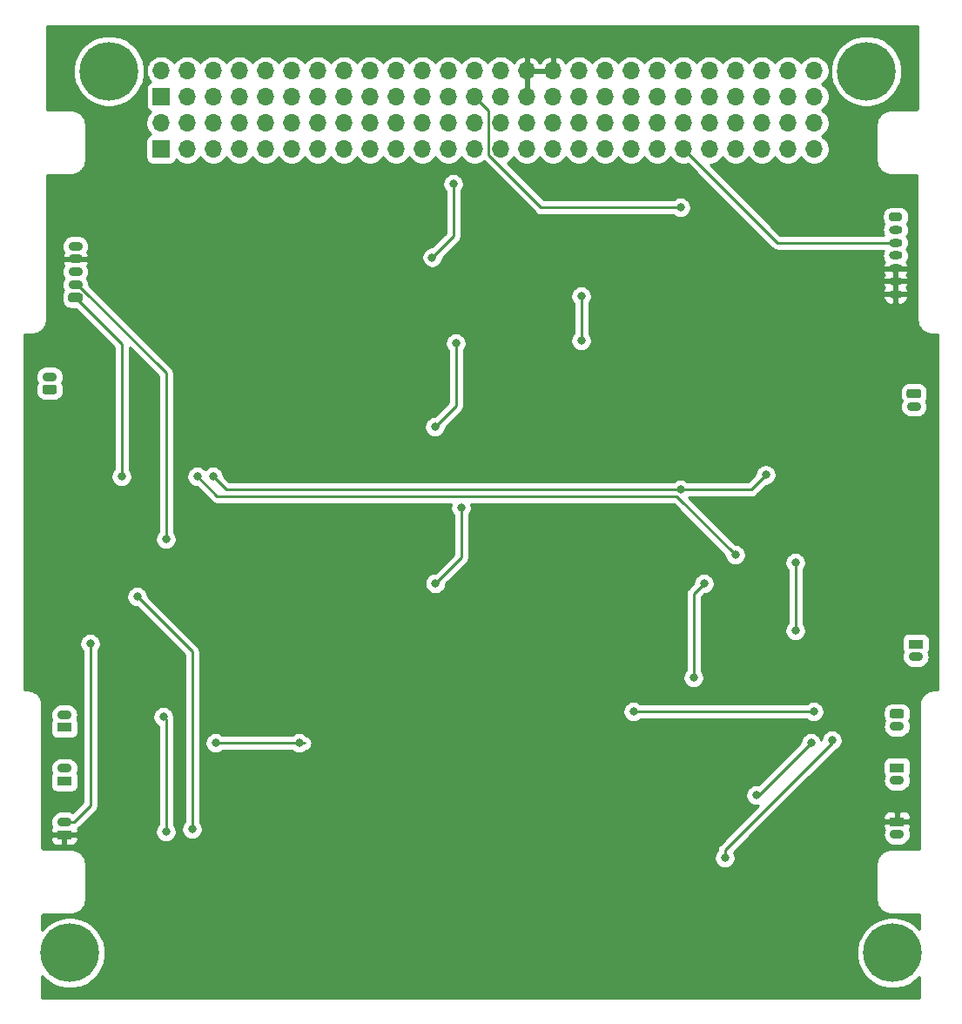
<source format=gbr>
%TF.GenerationSoftware,KiCad,Pcbnew,(5.1.10)-1*%
%TF.CreationDate,2021-11-07T17:42:01-06:00*%
%TF.ProjectId,RADSAT-SK Timer,52414453-4154-42d5-934b-2054696d6572,rev?*%
%TF.SameCoordinates,PX7735940PY2faf080*%
%TF.FileFunction,Copper,L2,Bot*%
%TF.FilePolarity,Positive*%
%FSLAX46Y46*%
G04 Gerber Fmt 4.6, Leading zero omitted, Abs format (unit mm)*
G04 Created by KiCad (PCBNEW (5.1.10)-1) date 2021-11-07 17:42:01*
%MOMM*%
%LPD*%
G01*
G04 APERTURE LIST*
%TA.AperFunction,ConnectorPad*%
%ADD10C,5.700000*%
%TD*%
%TA.AperFunction,ComponentPad*%
%ADD11C,3.600000*%
%TD*%
%TA.AperFunction,ComponentPad*%
%ADD12O,1.700000X1.700000*%
%TD*%
%TA.AperFunction,ComponentPad*%
%ADD13R,1.700000X1.700000*%
%TD*%
%TA.AperFunction,ComponentPad*%
%ADD14O,1.400000X0.900000*%
%TD*%
%TA.AperFunction,ComponentPad*%
%ADD15R,1.400000X0.900000*%
%TD*%
%TA.AperFunction,ComponentPad*%
%ADD16O,1.300000X0.800000*%
%TD*%
%TA.AperFunction,ViaPad*%
%ADD17C,0.800000*%
%TD*%
%TA.AperFunction,Conductor*%
%ADD18C,0.250000*%
%TD*%
%TA.AperFunction,Conductor*%
%ADD19C,0.254000*%
%TD*%
%TA.AperFunction,Conductor*%
%ADD20C,0.100000*%
%TD*%
G04 APERTURE END LIST*
D10*
%TO.P,H104,1*%
%TO.N,N/C*%
X-85090000Y-90810000D03*
D11*
X-85090000Y-90810000D03*
%TD*%
D10*
%TO.P,H103,1*%
%TO.N,N/C*%
X-5080000Y-90810000D03*
D11*
X-5080000Y-90810000D03*
%TD*%
D10*
%TO.P,H102,1*%
%TO.N,N/C*%
X-81280000Y-5080000D03*
D11*
X-81280000Y-5080000D03*
%TD*%
D10*
%TO.P,H101,1*%
%TO.N,N/C*%
X-7620000Y-5080000D03*
D11*
X-7620000Y-5080000D03*
%TD*%
D12*
%TO.P,J101,52*%
%TO.N,N/C*%
X-12693900Y-5029100D03*
%TO.P,J101,51*%
X-12693900Y-7569100D03*
%TO.P,J101,50*%
X-15233900Y-5029100D03*
%TO.P,J101,49*%
X-15233900Y-7569100D03*
%TO.P,J101,48*%
X-17773900Y-5029100D03*
%TO.P,J101,47*%
X-17773900Y-7569100D03*
%TO.P,J101,46*%
X-20313900Y-5029100D03*
%TO.P,J101,45*%
X-20313900Y-7569100D03*
%TO.P,J101,44*%
X-22853900Y-5029100D03*
%TO.P,J101,43*%
X-22853900Y-7569100D03*
%TO.P,J101,42*%
X-25393900Y-5029100D03*
%TO.P,J101,41*%
X-25393900Y-7569100D03*
%TO.P,J101,40*%
X-27933900Y-5029100D03*
%TO.P,J101,39*%
X-27933900Y-7569100D03*
%TO.P,J101,38*%
X-30473900Y-5029100D03*
%TO.P,J101,37*%
X-30473900Y-7569100D03*
%TO.P,J101,36*%
X-33013900Y-5029100D03*
%TO.P,J101,35*%
X-33013900Y-7569100D03*
%TO.P,J101,34*%
X-35553900Y-5029100D03*
%TO.P,J101,33*%
X-35553900Y-7569100D03*
%TO.P,J101,32*%
%TO.N,GND*%
X-38093900Y-5029100D03*
%TO.P,J101,31*%
%TO.N,N/C*%
X-38093900Y-7569100D03*
%TO.P,J101,30*%
%TO.N,GND*%
X-40633900Y-5029100D03*
%TO.P,J101,29*%
X-40633900Y-7569100D03*
%TO.P,J101,28*%
%TO.N,+3V3*%
X-43173900Y-5029100D03*
%TO.P,J101,27*%
X-43173900Y-7569100D03*
%TO.P,J101,26*%
%TO.N,+5V*%
X-45713900Y-5029100D03*
%TO.P,J101,25*%
X-45713900Y-7569100D03*
%TO.P,J101,24*%
%TO.N,N/C*%
X-48253900Y-5029100D03*
%TO.P,J101,23*%
X-48253900Y-7569100D03*
%TO.P,J101,22*%
X-50793900Y-5029100D03*
%TO.P,J101,21*%
X-50793900Y-7569100D03*
%TO.P,J101,20*%
X-53333900Y-5029100D03*
%TO.P,J101,19*%
X-53333900Y-7569100D03*
%TO.P,J101,18*%
X-55873900Y-5029100D03*
%TO.P,J101,17*%
X-55873900Y-7569100D03*
%TO.P,J101,16*%
X-58413900Y-5029100D03*
%TO.P,J101,15*%
X-58413900Y-7569100D03*
%TO.P,J101,14*%
X-60953900Y-5029100D03*
%TO.P,J101,13*%
X-60953900Y-7569100D03*
%TO.P,J101,12*%
X-63493900Y-5029100D03*
%TO.P,J101,11*%
X-63493900Y-7569100D03*
%TO.P,J101,10*%
X-66033900Y-5029100D03*
%TO.P,J101,9*%
X-66033900Y-7569100D03*
%TO.P,J101,8*%
X-68573900Y-5029100D03*
%TO.P,J101,7*%
X-68573900Y-7569100D03*
%TO.P,J101,6*%
X-71113900Y-5029100D03*
%TO.P,J101,5*%
X-71113900Y-7569100D03*
%TO.P,J101,4*%
X-73653900Y-5029100D03*
%TO.P,J101,3*%
X-73653900Y-7569100D03*
%TO.P,J101,2*%
X-76193900Y-5029100D03*
D13*
%TO.P,J101,1*%
X-76193900Y-7569100D03*
%TD*%
D12*
%TO.P,J103,52*%
%TO.N,N/C*%
X-12700000Y-10121800D03*
%TO.P,J103,51*%
X-12700000Y-12661800D03*
%TO.P,J103,50*%
X-15240000Y-10121800D03*
%TO.P,J103,49*%
X-15240000Y-12661800D03*
%TO.P,J103,48*%
X-17780000Y-10121800D03*
%TO.P,J103,47*%
X-17780000Y-12661800D03*
%TO.P,J103,46*%
X-20320000Y-10121800D03*
%TO.P,J103,45*%
X-20320000Y-12661800D03*
%TO.P,J103,44*%
X-22860000Y-10121800D03*
%TO.P,J103,43*%
%TO.N,I2C_CLK*%
X-22860000Y-12661800D03*
%TO.P,J103,42*%
%TO.N,N/C*%
X-25400000Y-10121800D03*
%TO.P,J103,41*%
%TO.N,I2C_DATA*%
X-25400000Y-12661800D03*
%TO.P,J103,40*%
%TO.N,N/C*%
X-27940000Y-10121800D03*
%TO.P,J103,39*%
X-27940000Y-12661800D03*
%TO.P,J103,38*%
X-30480000Y-10121800D03*
%TO.P,J103,37*%
X-30480000Y-12661800D03*
%TO.P,J103,36*%
X-33020000Y-10121800D03*
%TO.P,J103,35*%
X-33020000Y-12661800D03*
%TO.P,J103,34*%
X-35560000Y-10121800D03*
%TO.P,J103,33*%
X-35560000Y-12661800D03*
%TO.P,J103,32*%
%TO.N,USB_Charge*%
X-38100000Y-10121800D03*
%TO.P,J103,31*%
%TO.N,N/C*%
X-38100000Y-12661800D03*
%TO.P,J103,30*%
X-40640000Y-10121800D03*
%TO.P,J103,29*%
X-40640000Y-12661800D03*
%TO.P,J103,28*%
X-43180000Y-10121800D03*
%TO.P,J103,27*%
X-43180000Y-12661800D03*
%TO.P,J103,26*%
X-45720000Y-10121800D03*
%TO.P,J103,25*%
X-45720000Y-12661800D03*
%TO.P,J103,24*%
X-48260000Y-10121800D03*
%TO.P,J103,23*%
X-48260000Y-12661800D03*
%TO.P,J103,22*%
X-50800000Y-10121800D03*
%TO.P,J103,21*%
X-50800000Y-12661800D03*
%TO.P,J103,20*%
X-53340000Y-10121800D03*
%TO.P,J103,19*%
X-53340000Y-12661800D03*
%TO.P,J103,18*%
X-55880000Y-10121800D03*
%TO.P,J103,17*%
X-55880000Y-12661800D03*
%TO.P,J103,16*%
X-58420000Y-10121800D03*
%TO.P,J103,15*%
X-58420000Y-12661800D03*
%TO.P,J103,14*%
X-60960000Y-10121800D03*
%TO.P,J103,13*%
X-60960000Y-12661800D03*
%TO.P,J103,12*%
X-63500000Y-10121800D03*
%TO.P,J103,11*%
X-63500000Y-12661800D03*
%TO.P,J103,10*%
X-66040000Y-10121800D03*
%TO.P,J103,9*%
X-66040000Y-12661800D03*
%TO.P,J103,8*%
X-68580000Y-10121800D03*
%TO.P,J103,7*%
X-68580000Y-12661800D03*
%TO.P,J103,6*%
X-71120000Y-10121800D03*
%TO.P,J103,5*%
X-71120000Y-12661800D03*
%TO.P,J103,4*%
X-73660000Y-10121800D03*
%TO.P,J103,3*%
X-73660000Y-12661800D03*
%TO.P,J103,2*%
X-76200000Y-10121800D03*
D13*
%TO.P,J103,1*%
X-76200000Y-12661800D03*
%TD*%
D14*
%TO.P,J204,2*%
%TO.N,Net-(J204-Pad2)*%
X-2808220Y-62027020D03*
D15*
%TO.P,J204,1*%
%TO.N,Net-(J204-Pad1)*%
X-2808220Y-60777020D03*
%TD*%
%TO.P,SW202,1*%
%TO.N,Net-(SW201-Pad1)*%
X-4639560Y-72801380D03*
D14*
%TO.P,SW202,2*%
%TO.N,Net-(C204-Pad1)*%
X-4639560Y-74051380D03*
%TD*%
%TO.P,SW203,2*%
%TO.N,Net-(SW201-Pad1)*%
X-85607140Y-67642320D03*
D15*
%TO.P,SW203,1*%
%TO.N,Net-(BT201-Pad1)*%
X-85607140Y-68892320D03*
%TD*%
D14*
%TO.P,SW204,2*%
%TO.N,Net-(SW201-Pad1)*%
X-85604600Y-72864560D03*
D15*
%TO.P,SW204,1*%
%TO.N,Net-(BT201-Pad1)*%
X-85604600Y-74114560D03*
%TD*%
%TO.P,SW205,1*%
%TO.N,GND*%
X-85617300Y-79321880D03*
D14*
%TO.P,SW205,2*%
%TO.N,Net-(Q202-Pad3)*%
X-85617300Y-78071880D03*
%TD*%
D15*
%TO.P,SW206,1*%
%TO.N,GND*%
X-4639560Y-78043940D03*
D14*
%TO.P,SW206,2*%
%TO.N,Net-(Q202-Pad3)*%
X-4639560Y-79293940D03*
%TD*%
%TO.P,J201,1*%
%TO.N,+3V3*%
%TA.AperFunction,ComponentPad*%
G36*
G01*
X-5224180Y-18849920D02*
X-4324180Y-18849920D01*
G75*
G02*
X-4124180Y-19049920I0J-200000D01*
G01*
X-4124180Y-19449920D01*
G75*
G02*
X-4324180Y-19649920I-200000J0D01*
G01*
X-5224180Y-19649920D01*
G75*
G02*
X-5424180Y-19449920I0J200000D01*
G01*
X-5424180Y-19049920D01*
G75*
G02*
X-5224180Y-18849920I200000J0D01*
G01*
G37*
%TD.AperFunction*%
D16*
%TO.P,J201,2*%
X-4774180Y-20499920D03*
%TO.P,J201,3*%
%TO.N,I2C_DATA*%
X-4774180Y-21749920D03*
%TO.P,J201,4*%
%TO.N,I2C_CLK*%
X-4774180Y-22999920D03*
%TO.P,J201,5*%
%TO.N,GND*%
X-4774180Y-24249920D03*
%TO.P,J201,6*%
X-4774180Y-25499920D03*
%TO.P,J201,7*%
X-4774180Y-26749920D03*
%TD*%
%TO.P,J202,1*%
%TO.N,Net-(BT201-Pad1)*%
%TA.AperFunction,ComponentPad*%
G36*
G01*
X-84061000Y-27543400D02*
X-85011000Y-27543400D01*
G75*
G02*
X-85236000Y-27318400I0J225000D01*
G01*
X-85236000Y-26868400D01*
G75*
G02*
X-85011000Y-26643400I225000J0D01*
G01*
X-84061000Y-26643400D01*
G75*
G02*
X-83836000Y-26868400I0J-225000D01*
G01*
X-83836000Y-27318400D01*
G75*
G02*
X-84061000Y-27543400I-225000J0D01*
G01*
G37*
%TD.AperFunction*%
D14*
%TO.P,J202,2*%
%TO.N,Net-(D201-Pad1)*%
X-84536000Y-25843400D03*
%TO.P,J202,3*%
%TO.N,USB_Charge*%
X-84536000Y-24593400D03*
%TO.P,J202,4*%
%TO.N,GND*%
X-84536000Y-23343400D03*
%TO.P,J202,5*%
%TO.N,N/C*%
X-84536000Y-22093400D03*
%TD*%
%TO.P,J205,2*%
%TO.N,Net-(J205-Pad2)*%
X-2995520Y-37672820D03*
%TO.P,J205,1*%
%TO.N,Net-(J205-Pad1)*%
%TA.AperFunction,ComponentPad*%
G36*
G01*
X-3470520Y-35972820D02*
X-2520520Y-35972820D01*
G75*
G02*
X-2295520Y-36197820I0J-225000D01*
G01*
X-2295520Y-36647820D01*
G75*
G02*
X-2520520Y-36872820I-225000J0D01*
G01*
X-3470520Y-36872820D01*
G75*
G02*
X-3695520Y-36647820I0J225000D01*
G01*
X-3695520Y-36197820D01*
G75*
G02*
X-3470520Y-35972820I225000J0D01*
G01*
G37*
%TD.AperFunction*%
%TD*%
%TO.P,J206,1*%
%TO.N,Net-(J206-Pad1)*%
%TA.AperFunction,ComponentPad*%
G36*
G01*
X-86564700Y-36484880D02*
X-87514700Y-36484880D01*
G75*
G02*
X-87739700Y-36259880I0J225000D01*
G01*
X-87739700Y-35809880D01*
G75*
G02*
X-87514700Y-35584880I225000J0D01*
G01*
X-86564700Y-35584880D01*
G75*
G02*
X-86339700Y-35809880I0J-225000D01*
G01*
X-86339700Y-36259880D01*
G75*
G02*
X-86564700Y-36484880I-225000J0D01*
G01*
G37*
%TD.AperFunction*%
%TO.P,J206,2*%
%TO.N,Net-(J206-Pad2)*%
X-87039700Y-34784880D03*
%TD*%
%TO.P,SW201,1*%
%TO.N,Net-(SW201-Pad1)*%
%TA.AperFunction,ComponentPad*%
G36*
G01*
X-5114560Y-67103420D02*
X-4164560Y-67103420D01*
G75*
G02*
X-3939560Y-67328420I0J-225000D01*
G01*
X-3939560Y-67778420D01*
G75*
G02*
X-4164560Y-68003420I-225000J0D01*
G01*
X-5114560Y-68003420D01*
G75*
G02*
X-5339560Y-67778420I0J225000D01*
G01*
X-5339560Y-67328420D01*
G75*
G02*
X-5114560Y-67103420I225000J0D01*
G01*
G37*
%TD.AperFunction*%
%TO.P,SW201,2*%
%TO.N,Net-(C204-Pad1)*%
X-4639560Y-68803420D03*
%TD*%
D17*
%TO.N,GND*%
X-49597800Y-37705600D03*
X-49714000Y-21250000D03*
X-52814000Y-28100000D03*
X-57814000Y-27950000D03*
X-57514000Y-44250000D03*
X-52614000Y-44350000D03*
X-49264000Y-53050000D03*
X-36414000Y-56100000D03*
X-37864000Y-24650000D03*
X-57764000Y-59500000D03*
X-52264000Y-59600000D03*
X-18574000Y-80048000D03*
X-37116000Y-40850000D03*
X-81616800Y-88633200D03*
X-17812000Y-49822000D03*
X-14256000Y-42964000D03*
X-18066000Y-60744000D03*
X-5366000Y-54394000D03*
X-30766000Y-37884000D03*
X-25178000Y-30264000D03*
X-10700000Y-75476000D03*
X-22638000Y-83604000D03*
X-26194000Y-73698000D03*
X-6890000Y-30518000D03*
X-85122000Y-42202000D03*
%TO.N,Net-(C103-Pad1)*%
X-47784000Y-16040000D03*
X-49834687Y-23186193D03*
%TO.N,Timer_A_out*%
X-35338000Y-26962000D03*
X-35338000Y-31280000D03*
%TO.N,Net-(C109-Pad1)*%
X-47530000Y-31534000D03*
X-49562000Y-39662000D03*
%TO.N,Net-(C110-Pad1)*%
X-47022000Y-47536000D03*
X-49524778Y-54886377D03*
%TO.N,Net-(BT201-Pad1)*%
X-80042000Y-44488000D03*
%TO.N,Net-(BT201-Pad2)*%
X-78518000Y-56172000D03*
X-73184000Y-78777996D03*
%TO.N,Net-(C204-Pad1)*%
X-21368000Y-81572000D03*
X-10954000Y-70142000D03*
%TO.N,Net-(D201-Pad1)*%
X-75724000Y-50584000D03*
X-75724000Y-79032000D03*
X-75978000Y-67856000D03*
%TO.N,Net-(Q202-Pad3)*%
X-83090000Y-60744000D03*
%TO.N,+5V*%
X-24416000Y-64046012D03*
X-23400000Y-54901990D03*
X-25685992Y-18326008D03*
%TO.N,Net-(R206-Pad1)*%
X-12986000Y-70396000D03*
X-18320000Y-75476000D03*
%TO.N,InhibV+*%
X-25686000Y-45758000D03*
X-17398016Y-44328016D03*
X-14510000Y-59474000D03*
X-14510000Y-52870000D03*
X-71152000Y-44488000D03*
%TO.N,Net-(SW201-Pad1)*%
X-70898000Y-70396000D03*
X-62770000Y-70396000D03*
X-30258000Y-67348000D03*
X-12732000Y-67348000D03*
%TO.N,/RADSAT-SK Timer 2/Inhib_in*%
X-20352000Y-52108000D03*
X-72676000Y-44488020D03*
%TD*%
D18*
%TO.N,Net-(C103-Pad1)*%
X-47784000Y-21135506D02*
X-49834687Y-23186193D01*
X-47784000Y-16040000D02*
X-47784000Y-21135506D01*
%TO.N,Timer_A_out*%
X-35338000Y-26962000D02*
X-35338000Y-31280000D01*
%TO.N,Net-(C109-Pad1)*%
X-47530000Y-37630000D02*
X-49562000Y-39662000D01*
X-47530000Y-31534000D02*
X-47530000Y-37630000D01*
%TO.N,Net-(C110-Pad1)*%
X-47022000Y-52383599D02*
X-49524778Y-54886377D01*
X-47022000Y-47536000D02*
X-47022000Y-52383599D01*
%TO.N,Net-(BT201-Pad1)*%
X-80042000Y-31587400D02*
X-80042000Y-44488000D01*
X-84536000Y-27093400D02*
X-80042000Y-31587400D01*
%TO.N,Net-(BT201-Pad2)*%
X-73184000Y-61506000D02*
X-73184000Y-78777996D01*
X-78518000Y-56172000D02*
X-73184000Y-61506000D01*
%TO.N,Net-(C204-Pad1)*%
X-21368000Y-81572000D02*
X-21368000Y-80810000D01*
X-10954000Y-70396000D02*
X-10954000Y-70142000D01*
X-21368000Y-80810000D02*
X-10954000Y-70396000D01*
%TO.N,I2C_DATA*%
X-16280380Y-21749920D02*
X-25368500Y-12661800D01*
X-4774180Y-21749920D02*
X-16280380Y-21749920D01*
%TO.N,Net-(D201-Pad1)*%
X-84308166Y-25843400D02*
X-84536000Y-25843400D01*
X-75724000Y-34427566D02*
X-84308166Y-25843400D01*
X-75724000Y-50584000D02*
X-75724000Y-34427566D01*
X-75724000Y-68110000D02*
X-75978000Y-67856000D01*
X-75724000Y-79032000D02*
X-75724000Y-68110000D01*
%TO.N,Net-(Q202-Pad3)*%
X-83090000Y-76494580D02*
X-83090000Y-60744000D01*
X-84667300Y-78071880D02*
X-83090000Y-76494580D01*
X-85617300Y-78071880D02*
X-84667300Y-78071880D01*
%TO.N,+5V*%
X-24416000Y-64046012D02*
X-24416000Y-55917990D01*
X-24416000Y-55917990D02*
X-23400000Y-54901990D01*
X-45713900Y-7569100D02*
X-44355001Y-8927999D01*
X-44355001Y-8927999D02*
X-44355001Y-13225801D01*
X-44355001Y-13225801D02*
X-39254794Y-18326008D01*
X-39254794Y-18326008D02*
X-25685992Y-18326008D01*
%TO.N,Net-(R206-Pad1)*%
X-18066000Y-75476000D02*
X-18320000Y-75476000D01*
X-12986000Y-70396000D02*
X-18066000Y-75476000D01*
%TO.N,InhibV+*%
X-25686000Y-45758000D02*
X-18828000Y-45758000D01*
X-18828000Y-45758000D02*
X-17398016Y-44328016D01*
X-14510000Y-59474000D02*
X-14510000Y-52870000D01*
X-69882000Y-45758000D02*
X-71152000Y-44488000D01*
X-25686000Y-45758000D02*
X-69882000Y-45758000D01*
%TO.N,Net-(SW201-Pad1)*%
X-70898000Y-70396000D02*
X-62262000Y-70396000D01*
X-30258000Y-67348000D02*
X-12732000Y-67348000D01*
%TO.N,/RADSAT-SK Timer 2/Inhib_in*%
X-20352000Y-52108000D02*
X-26048001Y-46411999D01*
X-26048001Y-46411999D02*
X-70752021Y-46411999D01*
X-70752021Y-46411999D02*
X-72676000Y-44488020D01*
%TD*%
D19*
%TO.N,GND*%
X-2659999Y-8717709D02*
X-2664819Y-8766868D01*
X-2669717Y-8783091D01*
X-2677674Y-8798055D01*
X-2688385Y-8811188D01*
X-2701441Y-8821989D01*
X-2716348Y-8830049D01*
X-2732541Y-8835062D01*
X-2779525Y-8840000D01*
X-5282419Y-8840000D01*
X-5310501Y-8842766D01*
X-5315057Y-8842734D01*
X-5324228Y-8843634D01*
X-5469800Y-8858935D01*
X-5528383Y-8870961D01*
X-5587152Y-8882171D01*
X-5595974Y-8884835D01*
X-5735803Y-8928119D01*
X-5790933Y-8951294D01*
X-5846412Y-8973708D01*
X-5854549Y-8978035D01*
X-5983306Y-9047654D01*
X-6032863Y-9081081D01*
X-6082953Y-9113858D01*
X-6090094Y-9119683D01*
X-6202877Y-9212985D01*
X-6244999Y-9255402D01*
X-6287768Y-9297284D01*
X-6293641Y-9304385D01*
X-6386154Y-9417816D01*
X-6419246Y-9467625D01*
X-6453053Y-9516997D01*
X-6457436Y-9525103D01*
X-6526155Y-9654345D01*
X-6548945Y-9709638D01*
X-6572517Y-9764636D01*
X-6575242Y-9773440D01*
X-6617548Y-9913566D01*
X-6629164Y-9972232D01*
X-6641603Y-10030753D01*
X-6642566Y-10039917D01*
X-6656850Y-10185594D01*
X-6656850Y-10185599D01*
X-6660000Y-10217582D01*
X-6659999Y-13782419D01*
X-6657234Y-13810492D01*
X-6657266Y-13815057D01*
X-6656366Y-13824228D01*
X-6641065Y-13969800D01*
X-6629046Y-14028352D01*
X-6617829Y-14087152D01*
X-6615165Y-14095974D01*
X-6571881Y-14235803D01*
X-6548706Y-14290933D01*
X-6526292Y-14346412D01*
X-6521965Y-14354548D01*
X-6452347Y-14483306D01*
X-6418902Y-14532890D01*
X-6386142Y-14582953D01*
X-6380317Y-14590094D01*
X-6287015Y-14702877D01*
X-6244579Y-14745018D01*
X-6202716Y-14787767D01*
X-6195616Y-14793641D01*
X-6082184Y-14886154D01*
X-6032375Y-14919246D01*
X-5983003Y-14953053D01*
X-5974896Y-14957436D01*
X-5845655Y-15026155D01*
X-5790374Y-15048940D01*
X-5735364Y-15072517D01*
X-5726561Y-15075242D01*
X-5586434Y-15117548D01*
X-5527768Y-15129164D01*
X-5469247Y-15141603D01*
X-5460082Y-15142566D01*
X-5314406Y-15156850D01*
X-5314402Y-15156850D01*
X-5282419Y-15160000D01*
X-2802281Y-15160000D01*
X-2753133Y-15164819D01*
X-2736908Y-15169718D01*
X-2721947Y-15177672D01*
X-2708811Y-15188386D01*
X-2698012Y-15201441D01*
X-2689951Y-15216349D01*
X-2684938Y-15232541D01*
X-2680000Y-15279525D01*
X-2679999Y-29282419D01*
X-2677234Y-29310492D01*
X-2677266Y-29315057D01*
X-2676366Y-29324228D01*
X-2661065Y-29469800D01*
X-2649046Y-29528352D01*
X-2637829Y-29587152D01*
X-2635165Y-29595974D01*
X-2591881Y-29735803D01*
X-2568706Y-29790933D01*
X-2546292Y-29846412D01*
X-2541965Y-29854548D01*
X-2472347Y-29983306D01*
X-2438902Y-30032890D01*
X-2406142Y-30082953D01*
X-2400317Y-30090094D01*
X-2307015Y-30202877D01*
X-2264579Y-30245018D01*
X-2222716Y-30287767D01*
X-2215616Y-30293641D01*
X-2102184Y-30386154D01*
X-2052375Y-30419246D01*
X-2003003Y-30453053D01*
X-1994896Y-30457436D01*
X-1865655Y-30526155D01*
X-1810374Y-30548940D01*
X-1755364Y-30572517D01*
X-1746561Y-30575242D01*
X-1606434Y-30617548D01*
X-1547768Y-30629164D01*
X-1489247Y-30641603D01*
X-1480082Y-30642566D01*
X-1334406Y-30656850D01*
X-1334402Y-30656850D01*
X-1302419Y-30660000D01*
X-782281Y-30660000D01*
X-733133Y-30664819D01*
X-716908Y-30669718D01*
X-701947Y-30677672D01*
X-688811Y-30688386D01*
X-678012Y-30701441D01*
X-669951Y-30716349D01*
X-664938Y-30732541D01*
X-660000Y-30779525D01*
X-659999Y-65107708D01*
X-664819Y-65156868D01*
X-669717Y-65173091D01*
X-677674Y-65188055D01*
X-688385Y-65201188D01*
X-701441Y-65211989D01*
X-716348Y-65220049D01*
X-732541Y-65225062D01*
X-779525Y-65230000D01*
X-1082419Y-65230000D01*
X-1110501Y-65232766D01*
X-1115057Y-65232734D01*
X-1124228Y-65233634D01*
X-1269800Y-65248935D01*
X-1328383Y-65260961D01*
X-1387152Y-65272171D01*
X-1395974Y-65274835D01*
X-1535803Y-65318119D01*
X-1590933Y-65341294D01*
X-1646412Y-65363708D01*
X-1654549Y-65368035D01*
X-1783306Y-65437654D01*
X-1832863Y-65471081D01*
X-1882953Y-65503858D01*
X-1890094Y-65509683D01*
X-2002877Y-65602985D01*
X-2044999Y-65645402D01*
X-2087768Y-65687284D01*
X-2093641Y-65694385D01*
X-2186154Y-65807816D01*
X-2219246Y-65857625D01*
X-2253053Y-65906997D01*
X-2257436Y-65915103D01*
X-2326155Y-66044345D01*
X-2348945Y-66099638D01*
X-2372517Y-66154636D01*
X-2375242Y-66163440D01*
X-2417548Y-66303566D01*
X-2429164Y-66362232D01*
X-2441603Y-66420753D01*
X-2442566Y-66429917D01*
X-2456850Y-66575594D01*
X-2456850Y-66575599D01*
X-2460000Y-66607582D01*
X-2459999Y-80607708D01*
X-2464819Y-80656868D01*
X-2469717Y-80673091D01*
X-2477674Y-80688055D01*
X-2488385Y-80701188D01*
X-2501441Y-80711989D01*
X-2516348Y-80720049D01*
X-2532541Y-80725062D01*
X-2579525Y-80730000D01*
X-5282419Y-80730000D01*
X-5310501Y-80732766D01*
X-5315057Y-80732734D01*
X-5324228Y-80733634D01*
X-5469800Y-80748935D01*
X-5528383Y-80760961D01*
X-5587152Y-80772171D01*
X-5595974Y-80774835D01*
X-5735803Y-80818119D01*
X-5790933Y-80841294D01*
X-5846412Y-80863708D01*
X-5854549Y-80868035D01*
X-5983306Y-80937654D01*
X-6032863Y-80971081D01*
X-6082953Y-81003858D01*
X-6090094Y-81009683D01*
X-6202877Y-81102985D01*
X-6244999Y-81145402D01*
X-6287768Y-81187284D01*
X-6293641Y-81194385D01*
X-6386154Y-81307816D01*
X-6419246Y-81357625D01*
X-6453053Y-81406997D01*
X-6457436Y-81415103D01*
X-6526155Y-81544345D01*
X-6548945Y-81599638D01*
X-6572517Y-81654636D01*
X-6575242Y-81663440D01*
X-6617548Y-81803566D01*
X-6629164Y-81862232D01*
X-6641603Y-81920753D01*
X-6642566Y-81929917D01*
X-6656850Y-82075594D01*
X-6656850Y-82075599D01*
X-6660000Y-82107582D01*
X-6659999Y-85672419D01*
X-6657234Y-85700492D01*
X-6657266Y-85705057D01*
X-6656366Y-85714228D01*
X-6641065Y-85859800D01*
X-6629046Y-85918352D01*
X-6617829Y-85977152D01*
X-6615165Y-85985974D01*
X-6571881Y-86125803D01*
X-6548706Y-86180933D01*
X-6526292Y-86236412D01*
X-6521965Y-86244548D01*
X-6452347Y-86373306D01*
X-6418902Y-86422890D01*
X-6386142Y-86472953D01*
X-6380317Y-86480094D01*
X-6287015Y-86592877D01*
X-6244579Y-86635018D01*
X-6202716Y-86677767D01*
X-6195616Y-86683641D01*
X-6082184Y-86776154D01*
X-6032375Y-86809246D01*
X-5983003Y-86843053D01*
X-5974896Y-86847436D01*
X-5845655Y-86916155D01*
X-5790374Y-86938940D01*
X-5735364Y-86962517D01*
X-5726561Y-86965242D01*
X-5586434Y-87007548D01*
X-5527768Y-87019164D01*
X-5469247Y-87031603D01*
X-5460082Y-87032566D01*
X-5314406Y-87046850D01*
X-5314402Y-87046850D01*
X-5282419Y-87050000D01*
X-2582281Y-87050000D01*
X-2533133Y-87054819D01*
X-2516908Y-87059718D01*
X-2501947Y-87067672D01*
X-2488811Y-87078386D01*
X-2478012Y-87091441D01*
X-2469951Y-87106349D01*
X-2464938Y-87122541D01*
X-2460000Y-87169525D01*
X-2460000Y-88501466D01*
X-2858442Y-88103024D01*
X-3429234Y-87721633D01*
X-4063463Y-87458927D01*
X-4736758Y-87325000D01*
X-5423242Y-87325000D01*
X-6096537Y-87458927D01*
X-6730766Y-87721633D01*
X-7301558Y-88103024D01*
X-7786976Y-88588442D01*
X-8168367Y-89159234D01*
X-8431073Y-89793463D01*
X-8565000Y-90466758D01*
X-8565000Y-91153242D01*
X-8431073Y-91826537D01*
X-8168367Y-92460766D01*
X-7786976Y-93031558D01*
X-7301558Y-93516976D01*
X-6730766Y-93898367D01*
X-6096537Y-94161073D01*
X-5423242Y-94295000D01*
X-4736758Y-94295000D01*
X-4063463Y-94161073D01*
X-3429234Y-93898367D01*
X-2858442Y-93516976D01*
X-2459999Y-93118533D01*
X-2459999Y-95230000D01*
X-87760000Y-95230000D01*
X-87760000Y-93068534D01*
X-87311558Y-93516976D01*
X-86740766Y-93898367D01*
X-86106537Y-94161073D01*
X-85433242Y-94295000D01*
X-84746758Y-94295000D01*
X-84073463Y-94161073D01*
X-83439234Y-93898367D01*
X-82868442Y-93516976D01*
X-82383024Y-93031558D01*
X-82001633Y-92460766D01*
X-81738927Y-91826537D01*
X-81605000Y-91153242D01*
X-81605000Y-90466758D01*
X-81738927Y-89793463D01*
X-82001633Y-89159234D01*
X-82383024Y-88588442D01*
X-82868442Y-88103024D01*
X-83439234Y-87721633D01*
X-84073463Y-87458927D01*
X-84746758Y-87325000D01*
X-85433242Y-87325000D01*
X-86106537Y-87458927D01*
X-86740766Y-87721633D01*
X-87311558Y-88103024D01*
X-87760000Y-88551466D01*
X-87760000Y-87172281D01*
X-87755181Y-87123133D01*
X-87750282Y-87106908D01*
X-87742328Y-87091947D01*
X-87731614Y-87078811D01*
X-87718559Y-87068012D01*
X-87703651Y-87059951D01*
X-87687459Y-87054938D01*
X-87640475Y-87050000D01*
X-84887581Y-87050000D01*
X-84859499Y-87047234D01*
X-84854943Y-87047266D01*
X-84845772Y-87046366D01*
X-84700200Y-87031065D01*
X-84641648Y-87019046D01*
X-84582848Y-87007829D01*
X-84574026Y-87005165D01*
X-84434197Y-86961881D01*
X-84379067Y-86938706D01*
X-84323588Y-86916292D01*
X-84315452Y-86911965D01*
X-84186694Y-86842347D01*
X-84137110Y-86808902D01*
X-84087047Y-86776142D01*
X-84079906Y-86770317D01*
X-83967123Y-86677015D01*
X-83924982Y-86634579D01*
X-83882233Y-86592716D01*
X-83876359Y-86585616D01*
X-83783846Y-86472184D01*
X-83750754Y-86422375D01*
X-83716947Y-86373003D01*
X-83712564Y-86364896D01*
X-83643845Y-86235655D01*
X-83621060Y-86180374D01*
X-83597483Y-86125364D01*
X-83594758Y-86116561D01*
X-83552452Y-85976434D01*
X-83540836Y-85917768D01*
X-83528397Y-85859247D01*
X-83527434Y-85850082D01*
X-83513150Y-85704406D01*
X-83513150Y-85704402D01*
X-83510000Y-85672419D01*
X-83510000Y-82107581D01*
X-83512766Y-82079499D01*
X-83512734Y-82074943D01*
X-83513634Y-82065772D01*
X-83528935Y-81920200D01*
X-83540961Y-81861617D01*
X-83552171Y-81802848D01*
X-83554835Y-81794026D01*
X-83598119Y-81654197D01*
X-83621294Y-81599067D01*
X-83643708Y-81543588D01*
X-83648035Y-81535451D01*
X-83683391Y-81470061D01*
X-22403000Y-81470061D01*
X-22403000Y-81673939D01*
X-22363226Y-81873898D01*
X-22285205Y-82062256D01*
X-22171937Y-82231774D01*
X-22027774Y-82375937D01*
X-21858256Y-82489205D01*
X-21669898Y-82567226D01*
X-21469939Y-82607000D01*
X-21266061Y-82607000D01*
X-21066102Y-82567226D01*
X-20877744Y-82489205D01*
X-20708226Y-82375937D01*
X-20564063Y-82231774D01*
X-20450795Y-82062256D01*
X-20372774Y-81873898D01*
X-20333000Y-81673939D01*
X-20333000Y-81470061D01*
X-20372774Y-81270102D01*
X-20450795Y-81081744D01*
X-20496516Y-81013317D01*
X-18777139Y-79293940D01*
X-5979809Y-79293940D01*
X-5958860Y-79506637D01*
X-5896819Y-79711160D01*
X-5796069Y-79899650D01*
X-5660482Y-80064862D01*
X-5495270Y-80200449D01*
X-5306780Y-80301199D01*
X-5102257Y-80363240D01*
X-4942854Y-80378940D01*
X-4336266Y-80378940D01*
X-4176863Y-80363240D01*
X-3972340Y-80301199D01*
X-3783850Y-80200449D01*
X-3618638Y-80064862D01*
X-3483051Y-79899650D01*
X-3382301Y-79711160D01*
X-3320260Y-79506637D01*
X-3299311Y-79293940D01*
X-3320260Y-79081243D01*
X-3382301Y-78876720D01*
X-3403222Y-78837580D01*
X-3350058Y-78738120D01*
X-3313748Y-78618422D01*
X-3301488Y-78493940D01*
X-3304560Y-78329690D01*
X-3463310Y-78170940D01*
X-4512560Y-78170940D01*
X-4512560Y-78190940D01*
X-4766560Y-78190940D01*
X-4766560Y-78170940D01*
X-5815810Y-78170940D01*
X-5974560Y-78329690D01*
X-5977632Y-78493940D01*
X-5965372Y-78618422D01*
X-5929062Y-78738120D01*
X-5875898Y-78837580D01*
X-5896819Y-78876720D01*
X-5958860Y-79081243D01*
X-5979809Y-79293940D01*
X-18777139Y-79293940D01*
X-17077139Y-77593940D01*
X-5977632Y-77593940D01*
X-5974560Y-77758190D01*
X-5815810Y-77916940D01*
X-4766560Y-77916940D01*
X-4766560Y-77117690D01*
X-4512560Y-77117690D01*
X-4512560Y-77916940D01*
X-3463310Y-77916940D01*
X-3304560Y-77758190D01*
X-3301488Y-77593940D01*
X-3313748Y-77469458D01*
X-3350058Y-77349760D01*
X-3409023Y-77239446D01*
X-3488375Y-77142755D01*
X-3585066Y-77063403D01*
X-3695380Y-77004438D01*
X-3815078Y-76968128D01*
X-3939560Y-76955868D01*
X-4353810Y-76958940D01*
X-4512560Y-77117690D01*
X-4766560Y-77117690D01*
X-4925310Y-76958940D01*
X-5339560Y-76955868D01*
X-5464042Y-76968128D01*
X-5583740Y-77004438D01*
X-5694054Y-77063403D01*
X-5790745Y-77142755D01*
X-5870097Y-77239446D01*
X-5929062Y-77349760D01*
X-5965372Y-77469458D01*
X-5977632Y-77593940D01*
X-17077139Y-77593940D01*
X-13534579Y-74051380D01*
X-5979809Y-74051380D01*
X-5958860Y-74264077D01*
X-5896819Y-74468600D01*
X-5796069Y-74657090D01*
X-5660482Y-74822302D01*
X-5495270Y-74957889D01*
X-5306780Y-75058639D01*
X-5102257Y-75120680D01*
X-4942854Y-75136380D01*
X-4336266Y-75136380D01*
X-4176863Y-75120680D01*
X-3972340Y-75058639D01*
X-3783850Y-74957889D01*
X-3618638Y-74822302D01*
X-3483051Y-74657090D01*
X-3382301Y-74468600D01*
X-3320260Y-74264077D01*
X-3299311Y-74051380D01*
X-3320260Y-73838683D01*
X-3382301Y-73634160D01*
X-3403222Y-73595020D01*
X-3350058Y-73495560D01*
X-3313748Y-73375862D01*
X-3301488Y-73251380D01*
X-3301488Y-72351380D01*
X-3313748Y-72226898D01*
X-3350058Y-72107200D01*
X-3409023Y-71996886D01*
X-3488375Y-71900195D01*
X-3585066Y-71820843D01*
X-3695380Y-71761878D01*
X-3815078Y-71725568D01*
X-3939560Y-71713308D01*
X-5339560Y-71713308D01*
X-5464042Y-71725568D01*
X-5583740Y-71761878D01*
X-5694054Y-71820843D01*
X-5790745Y-71900195D01*
X-5870097Y-71996886D01*
X-5929062Y-72107200D01*
X-5965372Y-72226898D01*
X-5977632Y-72351380D01*
X-5977632Y-73251380D01*
X-5965372Y-73375862D01*
X-5929062Y-73495560D01*
X-5875898Y-73595020D01*
X-5896819Y-73634160D01*
X-5958860Y-73838683D01*
X-5979809Y-74051380D01*
X-13534579Y-74051380D01*
X-10598024Y-71114826D01*
X-10463744Y-71059205D01*
X-10294226Y-70945937D01*
X-10150063Y-70801774D01*
X-10036795Y-70632256D01*
X-9958774Y-70443898D01*
X-9919000Y-70243939D01*
X-9919000Y-70040061D01*
X-9958774Y-69840102D01*
X-10036795Y-69651744D01*
X-10150063Y-69482226D01*
X-10294226Y-69338063D01*
X-10463744Y-69224795D01*
X-10652102Y-69146774D01*
X-10852061Y-69107000D01*
X-11055939Y-69107000D01*
X-11255898Y-69146774D01*
X-11444256Y-69224795D01*
X-11613774Y-69338063D01*
X-11757937Y-69482226D01*
X-11871205Y-69651744D01*
X-11949226Y-69840102D01*
X-11989000Y-70040061D01*
X-11989000Y-70103021D01*
X-11990774Y-70094102D01*
X-12068795Y-69905744D01*
X-12182063Y-69736226D01*
X-12326226Y-69592063D01*
X-12495744Y-69478795D01*
X-12684102Y-69400774D01*
X-12884061Y-69361000D01*
X-13087939Y-69361000D01*
X-13287898Y-69400774D01*
X-13476256Y-69478795D01*
X-13645774Y-69592063D01*
X-13789937Y-69736226D01*
X-13903205Y-69905744D01*
X-13981226Y-70094102D01*
X-14021000Y-70294061D01*
X-14021000Y-70356198D01*
X-18124426Y-74459625D01*
X-18218061Y-74441000D01*
X-18421939Y-74441000D01*
X-18621898Y-74480774D01*
X-18810256Y-74558795D01*
X-18979774Y-74672063D01*
X-19123937Y-74816226D01*
X-19237205Y-74985744D01*
X-19315226Y-75174102D01*
X-19355000Y-75374061D01*
X-19355000Y-75577939D01*
X-19315226Y-75777898D01*
X-19237205Y-75966256D01*
X-19123937Y-76135774D01*
X-18979774Y-76279937D01*
X-18810256Y-76393205D01*
X-18621898Y-76471226D01*
X-18421939Y-76511000D01*
X-18218061Y-76511000D01*
X-18125363Y-76492561D01*
X-21879002Y-80246201D01*
X-21908000Y-80269999D01*
X-21931798Y-80298997D01*
X-21931799Y-80298998D01*
X-22002974Y-80385724D01*
X-22073546Y-80517754D01*
X-22082700Y-80547932D01*
X-22117003Y-80661014D01*
X-22128000Y-80772667D01*
X-22128000Y-80772678D01*
X-22131676Y-80810000D01*
X-22128000Y-80847322D01*
X-22128000Y-80868289D01*
X-22171937Y-80912226D01*
X-22285205Y-81081744D01*
X-22363226Y-81270102D01*
X-22403000Y-81470061D01*
X-83683391Y-81470061D01*
X-83717654Y-81406694D01*
X-83751081Y-81357137D01*
X-83783858Y-81307047D01*
X-83789683Y-81299906D01*
X-83882985Y-81187123D01*
X-83925402Y-81145001D01*
X-83967284Y-81102232D01*
X-83974385Y-81096359D01*
X-84087816Y-81003846D01*
X-84137625Y-80970754D01*
X-84186997Y-80936947D01*
X-84195103Y-80932564D01*
X-84324345Y-80863845D01*
X-84379638Y-80841055D01*
X-84434636Y-80817483D01*
X-84443440Y-80814758D01*
X-84583566Y-80772452D01*
X-84642232Y-80760836D01*
X-84700753Y-80748397D01*
X-84709917Y-80747434D01*
X-84855594Y-80733150D01*
X-84855598Y-80733150D01*
X-84887581Y-80730000D01*
X-87637719Y-80730000D01*
X-87686868Y-80725181D01*
X-87703091Y-80720283D01*
X-87718055Y-80712326D01*
X-87731188Y-80701615D01*
X-87741989Y-80688559D01*
X-87750049Y-80673652D01*
X-87755062Y-80657459D01*
X-87760000Y-80610475D01*
X-87760000Y-79771880D01*
X-86955372Y-79771880D01*
X-86943112Y-79896362D01*
X-86906802Y-80016060D01*
X-86847837Y-80126374D01*
X-86768485Y-80223065D01*
X-86671794Y-80302417D01*
X-86561480Y-80361382D01*
X-86441782Y-80397692D01*
X-86317300Y-80409952D01*
X-85903050Y-80406880D01*
X-85744300Y-80248130D01*
X-85744300Y-79448880D01*
X-85490300Y-79448880D01*
X-85490300Y-80248130D01*
X-85331550Y-80406880D01*
X-84917300Y-80409952D01*
X-84792818Y-80397692D01*
X-84673120Y-80361382D01*
X-84562806Y-80302417D01*
X-84466115Y-80223065D01*
X-84386763Y-80126374D01*
X-84327798Y-80016060D01*
X-84291488Y-79896362D01*
X-84279228Y-79771880D01*
X-84282300Y-79607630D01*
X-84441050Y-79448880D01*
X-85490300Y-79448880D01*
X-85744300Y-79448880D01*
X-86793550Y-79448880D01*
X-86952300Y-79607630D01*
X-86955372Y-79771880D01*
X-87760000Y-79771880D01*
X-87760000Y-78071880D01*
X-86957549Y-78071880D01*
X-86936600Y-78284577D01*
X-86874559Y-78489100D01*
X-86853638Y-78528240D01*
X-86906802Y-78627700D01*
X-86943112Y-78747398D01*
X-86955372Y-78871880D01*
X-86952300Y-79036130D01*
X-86793550Y-79194880D01*
X-85744300Y-79194880D01*
X-85744300Y-79174880D01*
X-85490300Y-79174880D01*
X-85490300Y-79194880D01*
X-84441050Y-79194880D01*
X-84282300Y-79036130D01*
X-84279228Y-78871880D01*
X-84291488Y-78747398D01*
X-84295309Y-78734801D01*
X-84243024Y-78706854D01*
X-84127299Y-78611881D01*
X-84103496Y-78582877D01*
X-82578996Y-77058378D01*
X-82549999Y-77034581D01*
X-82487922Y-76958940D01*
X-82455026Y-76918857D01*
X-82384454Y-76786827D01*
X-82384454Y-76786826D01*
X-82340997Y-76643566D01*
X-82330000Y-76531913D01*
X-82330000Y-76531904D01*
X-82326324Y-76494581D01*
X-82330000Y-76457258D01*
X-82330000Y-67754061D01*
X-77013000Y-67754061D01*
X-77013000Y-67957939D01*
X-76973226Y-68157898D01*
X-76895205Y-68346256D01*
X-76781937Y-68515774D01*
X-76637774Y-68659937D01*
X-76483999Y-68762686D01*
X-76484000Y-78328289D01*
X-76527937Y-78372226D01*
X-76641205Y-78541744D01*
X-76719226Y-78730102D01*
X-76759000Y-78930061D01*
X-76759000Y-79133939D01*
X-76719226Y-79333898D01*
X-76641205Y-79522256D01*
X-76527937Y-79691774D01*
X-76383774Y-79835937D01*
X-76214256Y-79949205D01*
X-76025898Y-80027226D01*
X-75825939Y-80067000D01*
X-75622061Y-80067000D01*
X-75422102Y-80027226D01*
X-75233744Y-79949205D01*
X-75064226Y-79835937D01*
X-74920063Y-79691774D01*
X-74806795Y-79522256D01*
X-74728774Y-79333898D01*
X-74689000Y-79133939D01*
X-74689000Y-78930061D01*
X-74728774Y-78730102D01*
X-74806795Y-78541744D01*
X-74920063Y-78372226D01*
X-74964000Y-78328289D01*
X-74964000Y-68147322D01*
X-74960324Y-68109999D01*
X-74964000Y-68072676D01*
X-74964000Y-68072667D01*
X-74964603Y-68066545D01*
X-74943000Y-67957939D01*
X-74943000Y-67754061D01*
X-74982774Y-67554102D01*
X-75060795Y-67365744D01*
X-75174063Y-67196226D01*
X-75318226Y-67052063D01*
X-75487744Y-66938795D01*
X-75676102Y-66860774D01*
X-75876061Y-66821000D01*
X-76079939Y-66821000D01*
X-76279898Y-66860774D01*
X-76468256Y-66938795D01*
X-76637774Y-67052063D01*
X-76781937Y-67196226D01*
X-76895205Y-67365744D01*
X-76973226Y-67554102D01*
X-77013000Y-67754061D01*
X-82330000Y-67754061D01*
X-82330000Y-61447711D01*
X-82286063Y-61403774D01*
X-82172795Y-61234256D01*
X-82094774Y-61045898D01*
X-82055000Y-60845939D01*
X-82055000Y-60642061D01*
X-82094774Y-60442102D01*
X-82172795Y-60253744D01*
X-82286063Y-60084226D01*
X-82430226Y-59940063D01*
X-82599744Y-59826795D01*
X-82788102Y-59748774D01*
X-82988061Y-59709000D01*
X-83191939Y-59709000D01*
X-83391898Y-59748774D01*
X-83580256Y-59826795D01*
X-83749774Y-59940063D01*
X-83893937Y-60084226D01*
X-84007205Y-60253744D01*
X-84085226Y-60442102D01*
X-84125000Y-60642061D01*
X-84125000Y-60845939D01*
X-84085226Y-61045898D01*
X-84007205Y-61234256D01*
X-83893937Y-61403774D01*
X-83849999Y-61447712D01*
X-83850000Y-76179778D01*
X-84809815Y-77139594D01*
X-84950080Y-77064621D01*
X-85154603Y-77002580D01*
X-85314006Y-76986880D01*
X-85920594Y-76986880D01*
X-86079997Y-77002580D01*
X-86284520Y-77064621D01*
X-86473010Y-77165371D01*
X-86638222Y-77300958D01*
X-86773809Y-77466170D01*
X-86874559Y-77654660D01*
X-86936600Y-77859183D01*
X-86957549Y-78071880D01*
X-87760000Y-78071880D01*
X-87760000Y-72864560D01*
X-86944849Y-72864560D01*
X-86923900Y-73077257D01*
X-86861859Y-73281780D01*
X-86840938Y-73320920D01*
X-86894102Y-73420380D01*
X-86930412Y-73540078D01*
X-86942672Y-73664560D01*
X-86942672Y-74564560D01*
X-86930412Y-74689042D01*
X-86894102Y-74808740D01*
X-86835137Y-74919054D01*
X-86755785Y-75015745D01*
X-86659094Y-75095097D01*
X-86548780Y-75154062D01*
X-86429082Y-75190372D01*
X-86304600Y-75202632D01*
X-84904600Y-75202632D01*
X-84780118Y-75190372D01*
X-84660420Y-75154062D01*
X-84550106Y-75095097D01*
X-84453415Y-75015745D01*
X-84374063Y-74919054D01*
X-84315098Y-74808740D01*
X-84278788Y-74689042D01*
X-84266528Y-74564560D01*
X-84266528Y-73664560D01*
X-84278788Y-73540078D01*
X-84315098Y-73420380D01*
X-84368262Y-73320920D01*
X-84347341Y-73281780D01*
X-84285300Y-73077257D01*
X-84264351Y-72864560D01*
X-84285300Y-72651863D01*
X-84347341Y-72447340D01*
X-84448091Y-72258850D01*
X-84583678Y-72093638D01*
X-84748890Y-71958051D01*
X-84937380Y-71857301D01*
X-85141903Y-71795260D01*
X-85301306Y-71779560D01*
X-85907894Y-71779560D01*
X-86067297Y-71795260D01*
X-86271820Y-71857301D01*
X-86460310Y-71958051D01*
X-86625522Y-72093638D01*
X-86761109Y-72258850D01*
X-86861859Y-72447340D01*
X-86923900Y-72651863D01*
X-86944849Y-72864560D01*
X-87760000Y-72864560D01*
X-87760000Y-67642320D01*
X-86947389Y-67642320D01*
X-86926440Y-67855017D01*
X-86864399Y-68059540D01*
X-86843478Y-68098680D01*
X-86896642Y-68198140D01*
X-86932952Y-68317838D01*
X-86945212Y-68442320D01*
X-86945212Y-69342320D01*
X-86932952Y-69466802D01*
X-86896642Y-69586500D01*
X-86837677Y-69696814D01*
X-86758325Y-69793505D01*
X-86661634Y-69872857D01*
X-86551320Y-69931822D01*
X-86431622Y-69968132D01*
X-86307140Y-69980392D01*
X-84907140Y-69980392D01*
X-84782658Y-69968132D01*
X-84662960Y-69931822D01*
X-84552646Y-69872857D01*
X-84455955Y-69793505D01*
X-84376603Y-69696814D01*
X-84317638Y-69586500D01*
X-84281328Y-69466802D01*
X-84269068Y-69342320D01*
X-84269068Y-68442320D01*
X-84281328Y-68317838D01*
X-84317638Y-68198140D01*
X-84370802Y-68098680D01*
X-84349881Y-68059540D01*
X-84287840Y-67855017D01*
X-84266891Y-67642320D01*
X-84287840Y-67429623D01*
X-84349881Y-67225100D01*
X-84450631Y-67036610D01*
X-84586218Y-66871398D01*
X-84751430Y-66735811D01*
X-84939920Y-66635061D01*
X-85144443Y-66573020D01*
X-85303846Y-66557320D01*
X-85910434Y-66557320D01*
X-86069837Y-66573020D01*
X-86274360Y-66635061D01*
X-86462850Y-66735811D01*
X-86628062Y-66871398D01*
X-86763649Y-67036610D01*
X-86864399Y-67225100D01*
X-86926440Y-67429623D01*
X-86947389Y-67642320D01*
X-87760000Y-67642320D01*
X-87760000Y-66607581D01*
X-87762766Y-66579499D01*
X-87762734Y-66574943D01*
X-87763634Y-66565772D01*
X-87778935Y-66420200D01*
X-87790961Y-66361617D01*
X-87802171Y-66302848D01*
X-87804835Y-66294026D01*
X-87848119Y-66154197D01*
X-87871294Y-66099067D01*
X-87893708Y-66043588D01*
X-87898035Y-66035451D01*
X-87967654Y-65906694D01*
X-88001081Y-65857137D01*
X-88033858Y-65807047D01*
X-88039683Y-65799906D01*
X-88132985Y-65687123D01*
X-88175402Y-65645001D01*
X-88217284Y-65602232D01*
X-88224385Y-65596359D01*
X-88337816Y-65503846D01*
X-88387625Y-65470754D01*
X-88436997Y-65436947D01*
X-88445103Y-65432564D01*
X-88574345Y-65363845D01*
X-88629638Y-65341055D01*
X-88684636Y-65317483D01*
X-88693440Y-65314758D01*
X-88833566Y-65272452D01*
X-88892232Y-65260836D01*
X-88950753Y-65248397D01*
X-88959917Y-65247434D01*
X-89105594Y-65233150D01*
X-89105598Y-65233150D01*
X-89137581Y-65230000D01*
X-89387719Y-65230000D01*
X-89436868Y-65225181D01*
X-89453091Y-65220283D01*
X-89468055Y-65212326D01*
X-89481188Y-65201615D01*
X-89491989Y-65188559D01*
X-89500049Y-65173652D01*
X-89505062Y-65157459D01*
X-89510000Y-65110475D01*
X-89510000Y-56070061D01*
X-79553000Y-56070061D01*
X-79553000Y-56273939D01*
X-79513226Y-56473898D01*
X-79435205Y-56662256D01*
X-79321937Y-56831774D01*
X-79177774Y-56975937D01*
X-79008256Y-57089205D01*
X-78819898Y-57167226D01*
X-78619939Y-57207000D01*
X-78557801Y-57207000D01*
X-73944000Y-61820802D01*
X-73943999Y-78074284D01*
X-73987937Y-78118222D01*
X-74101205Y-78287740D01*
X-74179226Y-78476098D01*
X-74219000Y-78676057D01*
X-74219000Y-78879935D01*
X-74179226Y-79079894D01*
X-74101205Y-79268252D01*
X-73987937Y-79437770D01*
X-73843774Y-79581933D01*
X-73674256Y-79695201D01*
X-73485898Y-79773222D01*
X-73285939Y-79812996D01*
X-73082061Y-79812996D01*
X-72882102Y-79773222D01*
X-72693744Y-79695201D01*
X-72524226Y-79581933D01*
X-72380063Y-79437770D01*
X-72266795Y-79268252D01*
X-72188774Y-79079894D01*
X-72149000Y-78879935D01*
X-72149000Y-78676057D01*
X-72188774Y-78476098D01*
X-72266795Y-78287740D01*
X-72380063Y-78118222D01*
X-72424000Y-78074285D01*
X-72424000Y-70294061D01*
X-71933000Y-70294061D01*
X-71933000Y-70497939D01*
X-71893226Y-70697898D01*
X-71815205Y-70886256D01*
X-71701937Y-71055774D01*
X-71557774Y-71199937D01*
X-71388256Y-71313205D01*
X-71199898Y-71391226D01*
X-70999939Y-71431000D01*
X-70796061Y-71431000D01*
X-70596102Y-71391226D01*
X-70407744Y-71313205D01*
X-70238226Y-71199937D01*
X-70194289Y-71156000D01*
X-63473711Y-71156000D01*
X-63429774Y-71199937D01*
X-63260256Y-71313205D01*
X-63071898Y-71391226D01*
X-62871939Y-71431000D01*
X-62668061Y-71431000D01*
X-62468102Y-71391226D01*
X-62279744Y-71313205D01*
X-62110226Y-71199937D01*
X-62030158Y-71119869D01*
X-61969753Y-71101546D01*
X-61837724Y-71030974D01*
X-61721999Y-70936001D01*
X-61627026Y-70820276D01*
X-61556454Y-70688247D01*
X-61512997Y-70544986D01*
X-61498323Y-70396000D01*
X-61512997Y-70247014D01*
X-61556454Y-70103753D01*
X-61627026Y-69971724D01*
X-61721999Y-69855999D01*
X-61837724Y-69761026D01*
X-61969753Y-69690454D01*
X-62030158Y-69672131D01*
X-62110226Y-69592063D01*
X-62279744Y-69478795D01*
X-62468102Y-69400774D01*
X-62668061Y-69361000D01*
X-62871939Y-69361000D01*
X-63071898Y-69400774D01*
X-63260256Y-69478795D01*
X-63429774Y-69592063D01*
X-63473711Y-69636000D01*
X-70194289Y-69636000D01*
X-70238226Y-69592063D01*
X-70407744Y-69478795D01*
X-70596102Y-69400774D01*
X-70796061Y-69361000D01*
X-70999939Y-69361000D01*
X-71199898Y-69400774D01*
X-71388256Y-69478795D01*
X-71557774Y-69592063D01*
X-71701937Y-69736226D01*
X-71815205Y-69905744D01*
X-71893226Y-70094102D01*
X-71933000Y-70294061D01*
X-72424000Y-70294061D01*
X-72424000Y-68803420D01*
X-5979809Y-68803420D01*
X-5958860Y-69016117D01*
X-5896819Y-69220640D01*
X-5796069Y-69409130D01*
X-5660482Y-69574342D01*
X-5495270Y-69709929D01*
X-5306780Y-69810679D01*
X-5102257Y-69872720D01*
X-4942854Y-69888420D01*
X-4336266Y-69888420D01*
X-4176863Y-69872720D01*
X-3972340Y-69810679D01*
X-3783850Y-69709929D01*
X-3618638Y-69574342D01*
X-3483051Y-69409130D01*
X-3382301Y-69220640D01*
X-3320260Y-69016117D01*
X-3299311Y-68803420D01*
X-3320260Y-68590723D01*
X-3382301Y-68386200D01*
X-3449321Y-68260815D01*
X-3446942Y-68257917D01*
X-3367185Y-68108703D01*
X-3318072Y-67946797D01*
X-3301488Y-67778420D01*
X-3301488Y-67328420D01*
X-3318072Y-67160043D01*
X-3367185Y-66998137D01*
X-3446942Y-66848923D01*
X-3554276Y-66718136D01*
X-3685063Y-66610802D01*
X-3834277Y-66531045D01*
X-3996183Y-66481932D01*
X-4164560Y-66465348D01*
X-5114560Y-66465348D01*
X-5282937Y-66481932D01*
X-5444843Y-66531045D01*
X-5594057Y-66610802D01*
X-5724844Y-66718136D01*
X-5832178Y-66848923D01*
X-5911935Y-66998137D01*
X-5961048Y-67160043D01*
X-5977632Y-67328420D01*
X-5977632Y-67778420D01*
X-5961048Y-67946797D01*
X-5911935Y-68108703D01*
X-5832178Y-68257917D01*
X-5829799Y-68260815D01*
X-5896819Y-68386200D01*
X-5958860Y-68590723D01*
X-5979809Y-68803420D01*
X-72424000Y-68803420D01*
X-72424000Y-67246061D01*
X-31293000Y-67246061D01*
X-31293000Y-67449939D01*
X-31253226Y-67649898D01*
X-31175205Y-67838256D01*
X-31061937Y-68007774D01*
X-30917774Y-68151937D01*
X-30748256Y-68265205D01*
X-30559898Y-68343226D01*
X-30359939Y-68383000D01*
X-30156061Y-68383000D01*
X-29956102Y-68343226D01*
X-29767744Y-68265205D01*
X-29598226Y-68151937D01*
X-29554289Y-68108000D01*
X-13435711Y-68108000D01*
X-13391774Y-68151937D01*
X-13222256Y-68265205D01*
X-13033898Y-68343226D01*
X-12833939Y-68383000D01*
X-12630061Y-68383000D01*
X-12430102Y-68343226D01*
X-12241744Y-68265205D01*
X-12072226Y-68151937D01*
X-11928063Y-68007774D01*
X-11814795Y-67838256D01*
X-11736774Y-67649898D01*
X-11697000Y-67449939D01*
X-11697000Y-67246061D01*
X-11736774Y-67046102D01*
X-11814795Y-66857744D01*
X-11928063Y-66688226D01*
X-12072226Y-66544063D01*
X-12241744Y-66430795D01*
X-12430102Y-66352774D01*
X-12630061Y-66313000D01*
X-12833939Y-66313000D01*
X-13033898Y-66352774D01*
X-13222256Y-66430795D01*
X-13391774Y-66544063D01*
X-13435711Y-66588000D01*
X-29554289Y-66588000D01*
X-29598226Y-66544063D01*
X-29767744Y-66430795D01*
X-29956102Y-66352774D01*
X-30156061Y-66313000D01*
X-30359939Y-66313000D01*
X-30559898Y-66352774D01*
X-30748256Y-66430795D01*
X-30917774Y-66544063D01*
X-31061937Y-66688226D01*
X-31175205Y-66857744D01*
X-31253226Y-67046102D01*
X-31293000Y-67246061D01*
X-72424000Y-67246061D01*
X-72424000Y-63944073D01*
X-25451000Y-63944073D01*
X-25451000Y-64147951D01*
X-25411226Y-64347910D01*
X-25333205Y-64536268D01*
X-25219937Y-64705786D01*
X-25075774Y-64849949D01*
X-24906256Y-64963217D01*
X-24717898Y-65041238D01*
X-24517939Y-65081012D01*
X-24314061Y-65081012D01*
X-24114102Y-65041238D01*
X-23925744Y-64963217D01*
X-23756226Y-64849949D01*
X-23612063Y-64705786D01*
X-23498795Y-64536268D01*
X-23420774Y-64347910D01*
X-23381000Y-64147951D01*
X-23381000Y-63944073D01*
X-23420774Y-63744114D01*
X-23498795Y-63555756D01*
X-23612063Y-63386238D01*
X-23656000Y-63342301D01*
X-23656000Y-62027020D01*
X-4148469Y-62027020D01*
X-4127520Y-62239717D01*
X-4065479Y-62444240D01*
X-3964729Y-62632730D01*
X-3829142Y-62797942D01*
X-3663930Y-62933529D01*
X-3475440Y-63034279D01*
X-3270917Y-63096320D01*
X-3111514Y-63112020D01*
X-2504926Y-63112020D01*
X-2345523Y-63096320D01*
X-2141000Y-63034279D01*
X-1952510Y-62933529D01*
X-1787298Y-62797942D01*
X-1651711Y-62632730D01*
X-1550961Y-62444240D01*
X-1488920Y-62239717D01*
X-1467971Y-62027020D01*
X-1488920Y-61814323D01*
X-1550961Y-61609800D01*
X-1571882Y-61570660D01*
X-1518718Y-61471200D01*
X-1482408Y-61351502D01*
X-1470148Y-61227020D01*
X-1470148Y-60327020D01*
X-1482408Y-60202538D01*
X-1518718Y-60082840D01*
X-1577683Y-59972526D01*
X-1657035Y-59875835D01*
X-1753726Y-59796483D01*
X-1864040Y-59737518D01*
X-1983738Y-59701208D01*
X-2108220Y-59688948D01*
X-3508220Y-59688948D01*
X-3632702Y-59701208D01*
X-3752400Y-59737518D01*
X-3862714Y-59796483D01*
X-3959405Y-59875835D01*
X-4038757Y-59972526D01*
X-4097722Y-60082840D01*
X-4134032Y-60202538D01*
X-4146292Y-60327020D01*
X-4146292Y-61227020D01*
X-4134032Y-61351502D01*
X-4097722Y-61471200D01*
X-4044558Y-61570660D01*
X-4065479Y-61609800D01*
X-4127520Y-61814323D01*
X-4148469Y-62027020D01*
X-23656000Y-62027020D01*
X-23656000Y-56232791D01*
X-23360198Y-55936990D01*
X-23298061Y-55936990D01*
X-23098102Y-55897216D01*
X-22909744Y-55819195D01*
X-22740226Y-55705927D01*
X-22596063Y-55561764D01*
X-22482795Y-55392246D01*
X-22404774Y-55203888D01*
X-22365000Y-55003929D01*
X-22365000Y-54800051D01*
X-22404774Y-54600092D01*
X-22482795Y-54411734D01*
X-22596063Y-54242216D01*
X-22740226Y-54098053D01*
X-22909744Y-53984785D01*
X-23098102Y-53906764D01*
X-23298061Y-53866990D01*
X-23501939Y-53866990D01*
X-23701898Y-53906764D01*
X-23890256Y-53984785D01*
X-24059774Y-54098053D01*
X-24203937Y-54242216D01*
X-24317205Y-54411734D01*
X-24395226Y-54600092D01*
X-24435000Y-54800051D01*
X-24435000Y-54862188D01*
X-24927002Y-55354191D01*
X-24956000Y-55377989D01*
X-24979798Y-55406987D01*
X-24979799Y-55406988D01*
X-25050974Y-55493714D01*
X-25121546Y-55625744D01*
X-25165002Y-55769005D01*
X-25179676Y-55917990D01*
X-25175999Y-55955322D01*
X-25176000Y-63342301D01*
X-25219937Y-63386238D01*
X-25333205Y-63555756D01*
X-25411226Y-63744114D01*
X-25451000Y-63944073D01*
X-72424000Y-63944073D01*
X-72424000Y-61543322D01*
X-72420324Y-61505999D01*
X-72424000Y-61468676D01*
X-72424000Y-61468667D01*
X-72434997Y-61357014D01*
X-72478454Y-61213753D01*
X-72549026Y-61081723D01*
X-72620201Y-60994997D01*
X-72643999Y-60965999D01*
X-72672996Y-60942202D01*
X-77483000Y-56132199D01*
X-77483000Y-56070061D01*
X-77522774Y-55870102D01*
X-77600795Y-55681744D01*
X-77714063Y-55512226D01*
X-77858226Y-55368063D01*
X-78027744Y-55254795D01*
X-78216102Y-55176774D01*
X-78416061Y-55137000D01*
X-78619939Y-55137000D01*
X-78819898Y-55176774D01*
X-79008256Y-55254795D01*
X-79177774Y-55368063D01*
X-79321937Y-55512226D01*
X-79435205Y-55681744D01*
X-79513226Y-55870102D01*
X-79553000Y-56070061D01*
X-89510000Y-56070061D01*
X-89510000Y-34784880D01*
X-88379949Y-34784880D01*
X-88359000Y-34997577D01*
X-88296959Y-35202100D01*
X-88229939Y-35327485D01*
X-88232318Y-35330383D01*
X-88312075Y-35479597D01*
X-88361188Y-35641503D01*
X-88377772Y-35809880D01*
X-88377772Y-36259880D01*
X-88361188Y-36428257D01*
X-88312075Y-36590163D01*
X-88232318Y-36739377D01*
X-88124984Y-36870164D01*
X-87994197Y-36977498D01*
X-87844983Y-37057255D01*
X-87683077Y-37106368D01*
X-87514700Y-37122952D01*
X-86564700Y-37122952D01*
X-86396323Y-37106368D01*
X-86234417Y-37057255D01*
X-86085203Y-36977498D01*
X-85954416Y-36870164D01*
X-85847082Y-36739377D01*
X-85767325Y-36590163D01*
X-85718212Y-36428257D01*
X-85701628Y-36259880D01*
X-85701628Y-35809880D01*
X-85718212Y-35641503D01*
X-85767325Y-35479597D01*
X-85847082Y-35330383D01*
X-85849461Y-35327485D01*
X-85782441Y-35202100D01*
X-85720400Y-34997577D01*
X-85699451Y-34784880D01*
X-85720400Y-34572183D01*
X-85782441Y-34367660D01*
X-85883191Y-34179170D01*
X-86018778Y-34013958D01*
X-86183990Y-33878371D01*
X-86372480Y-33777621D01*
X-86577003Y-33715580D01*
X-86736406Y-33699880D01*
X-87342994Y-33699880D01*
X-87502397Y-33715580D01*
X-87706920Y-33777621D01*
X-87895410Y-33878371D01*
X-88060622Y-34013958D01*
X-88196209Y-34179170D01*
X-88296959Y-34367660D01*
X-88359000Y-34572183D01*
X-88379949Y-34784880D01*
X-89510000Y-34784880D01*
X-89510000Y-30782281D01*
X-89505181Y-30733133D01*
X-89500282Y-30716908D01*
X-89492328Y-30701947D01*
X-89481614Y-30688811D01*
X-89468559Y-30678012D01*
X-89453651Y-30669951D01*
X-89437459Y-30664938D01*
X-89390475Y-30660000D01*
X-88687581Y-30660000D01*
X-88659499Y-30657234D01*
X-88654943Y-30657266D01*
X-88645772Y-30656366D01*
X-88500200Y-30641065D01*
X-88441648Y-30629046D01*
X-88382848Y-30617829D01*
X-88374026Y-30615165D01*
X-88234197Y-30571881D01*
X-88179067Y-30548706D01*
X-88123588Y-30526292D01*
X-88115452Y-30521965D01*
X-87986694Y-30452347D01*
X-87937110Y-30418902D01*
X-87887047Y-30386142D01*
X-87879906Y-30380317D01*
X-87767123Y-30287015D01*
X-87724982Y-30244579D01*
X-87682233Y-30202716D01*
X-87676359Y-30195616D01*
X-87583846Y-30082184D01*
X-87550754Y-30032375D01*
X-87516947Y-29983003D01*
X-87512564Y-29974896D01*
X-87443845Y-29845655D01*
X-87421060Y-29790374D01*
X-87397483Y-29735364D01*
X-87394758Y-29726561D01*
X-87352452Y-29586434D01*
X-87340836Y-29527768D01*
X-87328397Y-29469247D01*
X-87327434Y-29460082D01*
X-87313150Y-29314406D01*
X-87313150Y-29314402D01*
X-87310000Y-29282419D01*
X-87310000Y-24593400D01*
X-85876249Y-24593400D01*
X-85855300Y-24806097D01*
X-85793259Y-25010620D01*
X-85692509Y-25199110D01*
X-85676678Y-25218400D01*
X-85692509Y-25237690D01*
X-85793259Y-25426180D01*
X-85855300Y-25630703D01*
X-85876249Y-25843400D01*
X-85855300Y-26056097D01*
X-85793259Y-26260620D01*
X-85726239Y-26386005D01*
X-85728618Y-26388903D01*
X-85808375Y-26538117D01*
X-85857488Y-26700023D01*
X-85874072Y-26868400D01*
X-85874072Y-27318400D01*
X-85857488Y-27486777D01*
X-85808375Y-27648683D01*
X-85728618Y-27797897D01*
X-85621284Y-27928684D01*
X-85490497Y-28036018D01*
X-85341283Y-28115775D01*
X-85179377Y-28164888D01*
X-85011000Y-28181472D01*
X-84522729Y-28181472D01*
X-80802000Y-31902202D01*
X-80801999Y-43784288D01*
X-80845937Y-43828226D01*
X-80959205Y-43997744D01*
X-81037226Y-44186102D01*
X-81077000Y-44386061D01*
X-81077000Y-44589939D01*
X-81037226Y-44789898D01*
X-80959205Y-44978256D01*
X-80845937Y-45147774D01*
X-80701774Y-45291937D01*
X-80532256Y-45405205D01*
X-80343898Y-45483226D01*
X-80143939Y-45523000D01*
X-79940061Y-45523000D01*
X-79740102Y-45483226D01*
X-79551744Y-45405205D01*
X-79382226Y-45291937D01*
X-79238063Y-45147774D01*
X-79124795Y-44978256D01*
X-79046774Y-44789898D01*
X-79007000Y-44589939D01*
X-79007000Y-44386061D01*
X-79046774Y-44186102D01*
X-79124795Y-43997744D01*
X-79238063Y-43828226D01*
X-79282000Y-43784289D01*
X-79282000Y-31944368D01*
X-76483999Y-34742369D01*
X-76484000Y-49880289D01*
X-76527937Y-49924226D01*
X-76641205Y-50093744D01*
X-76719226Y-50282102D01*
X-76759000Y-50482061D01*
X-76759000Y-50685939D01*
X-76719226Y-50885898D01*
X-76641205Y-51074256D01*
X-76527937Y-51243774D01*
X-76383774Y-51387937D01*
X-76214256Y-51501205D01*
X-76025898Y-51579226D01*
X-75825939Y-51619000D01*
X-75622061Y-51619000D01*
X-75422102Y-51579226D01*
X-75233744Y-51501205D01*
X-75064226Y-51387937D01*
X-74920063Y-51243774D01*
X-74806795Y-51074256D01*
X-74728774Y-50885898D01*
X-74689000Y-50685939D01*
X-74689000Y-50482061D01*
X-74728774Y-50282102D01*
X-74806795Y-50093744D01*
X-74920063Y-49924226D01*
X-74964000Y-49880289D01*
X-74964000Y-44386081D01*
X-73711000Y-44386081D01*
X-73711000Y-44589959D01*
X-73671226Y-44789918D01*
X-73593205Y-44978276D01*
X-73479937Y-45147794D01*
X-73335774Y-45291957D01*
X-73166256Y-45405225D01*
X-72977898Y-45483246D01*
X-72777939Y-45523020D01*
X-72715801Y-45523020D01*
X-71315821Y-46923001D01*
X-71292022Y-46952000D01*
X-71176297Y-47046973D01*
X-71044268Y-47117545D01*
X-70901007Y-47161002D01*
X-70789354Y-47171999D01*
X-70789345Y-47171999D01*
X-70752022Y-47175675D01*
X-70714699Y-47171999D01*
X-47991502Y-47171999D01*
X-48017226Y-47234102D01*
X-48057000Y-47434061D01*
X-48057000Y-47637939D01*
X-48017226Y-47837898D01*
X-47939205Y-48026256D01*
X-47825937Y-48195774D01*
X-47782000Y-48239711D01*
X-47781999Y-52068796D01*
X-49564579Y-53851377D01*
X-49626717Y-53851377D01*
X-49826676Y-53891151D01*
X-50015034Y-53969172D01*
X-50184552Y-54082440D01*
X-50328715Y-54226603D01*
X-50441983Y-54396121D01*
X-50520004Y-54584479D01*
X-50559778Y-54784438D01*
X-50559778Y-54988316D01*
X-50520004Y-55188275D01*
X-50441983Y-55376633D01*
X-50328715Y-55546151D01*
X-50184552Y-55690314D01*
X-50015034Y-55803582D01*
X-49826676Y-55881603D01*
X-49626717Y-55921377D01*
X-49422839Y-55921377D01*
X-49222880Y-55881603D01*
X-49034522Y-55803582D01*
X-48865004Y-55690314D01*
X-48720841Y-55546151D01*
X-48607573Y-55376633D01*
X-48529552Y-55188275D01*
X-48489778Y-54988316D01*
X-48489778Y-54926178D01*
X-46510997Y-52947398D01*
X-46481999Y-52923600D01*
X-46387026Y-52807875D01*
X-46316454Y-52675846D01*
X-46272997Y-52532585D01*
X-46262000Y-52420932D01*
X-46258323Y-52383599D01*
X-46262000Y-52346266D01*
X-46262000Y-48239711D01*
X-46218063Y-48195774D01*
X-46104795Y-48026256D01*
X-46026774Y-47837898D01*
X-45987000Y-47637939D01*
X-45987000Y-47434061D01*
X-46026774Y-47234102D01*
X-46052498Y-47171999D01*
X-26362802Y-47171999D01*
X-21387000Y-52147802D01*
X-21387000Y-52209939D01*
X-21347226Y-52409898D01*
X-21269205Y-52598256D01*
X-21155937Y-52767774D01*
X-21011774Y-52911937D01*
X-20842256Y-53025205D01*
X-20653898Y-53103226D01*
X-20453939Y-53143000D01*
X-20250061Y-53143000D01*
X-20050102Y-53103226D01*
X-19861744Y-53025205D01*
X-19692226Y-52911937D01*
X-19548350Y-52768061D01*
X-15545000Y-52768061D01*
X-15545000Y-52971939D01*
X-15505226Y-53171898D01*
X-15427205Y-53360256D01*
X-15313937Y-53529774D01*
X-15269999Y-53573712D01*
X-15270000Y-58770289D01*
X-15313937Y-58814226D01*
X-15427205Y-58983744D01*
X-15505226Y-59172102D01*
X-15545000Y-59372061D01*
X-15545000Y-59575939D01*
X-15505226Y-59775898D01*
X-15427205Y-59964256D01*
X-15313937Y-60133774D01*
X-15169774Y-60277937D01*
X-15000256Y-60391205D01*
X-14811898Y-60469226D01*
X-14611939Y-60509000D01*
X-14408061Y-60509000D01*
X-14208102Y-60469226D01*
X-14019744Y-60391205D01*
X-13850226Y-60277937D01*
X-13706063Y-60133774D01*
X-13592795Y-59964256D01*
X-13514774Y-59775898D01*
X-13475000Y-59575939D01*
X-13475000Y-59372061D01*
X-13514774Y-59172102D01*
X-13592795Y-58983744D01*
X-13706063Y-58814226D01*
X-13750000Y-58770289D01*
X-13750000Y-53573711D01*
X-13706063Y-53529774D01*
X-13592795Y-53360256D01*
X-13514774Y-53171898D01*
X-13475000Y-52971939D01*
X-13475000Y-52768061D01*
X-13514774Y-52568102D01*
X-13592795Y-52379744D01*
X-13706063Y-52210226D01*
X-13850226Y-52066063D01*
X-14019744Y-51952795D01*
X-14208102Y-51874774D01*
X-14408061Y-51835000D01*
X-14611939Y-51835000D01*
X-14811898Y-51874774D01*
X-15000256Y-51952795D01*
X-15169774Y-52066063D01*
X-15313937Y-52210226D01*
X-15427205Y-52379744D01*
X-15505226Y-52568102D01*
X-15545000Y-52768061D01*
X-19548350Y-52768061D01*
X-19548063Y-52767774D01*
X-19434795Y-52598256D01*
X-19356774Y-52409898D01*
X-19317000Y-52209939D01*
X-19317000Y-52006061D01*
X-19356774Y-51806102D01*
X-19434795Y-51617744D01*
X-19548063Y-51448226D01*
X-19692226Y-51304063D01*
X-19861744Y-51190795D01*
X-20050102Y-51112774D01*
X-20250061Y-51073000D01*
X-20312198Y-51073000D01*
X-24867199Y-46518000D01*
X-18865322Y-46518000D01*
X-18828000Y-46521676D01*
X-18790678Y-46518000D01*
X-18790667Y-46518000D01*
X-18679014Y-46507003D01*
X-18535753Y-46463546D01*
X-18403724Y-46392974D01*
X-18287999Y-46298001D01*
X-18264196Y-46268997D01*
X-17358214Y-45363016D01*
X-17296077Y-45363016D01*
X-17096118Y-45323242D01*
X-16907760Y-45245221D01*
X-16738242Y-45131953D01*
X-16594079Y-44987790D01*
X-16480811Y-44818272D01*
X-16402790Y-44629914D01*
X-16363016Y-44429955D01*
X-16363016Y-44226077D01*
X-16402790Y-44026118D01*
X-16480811Y-43837760D01*
X-16594079Y-43668242D01*
X-16738242Y-43524079D01*
X-16907760Y-43410811D01*
X-17096118Y-43332790D01*
X-17296077Y-43293016D01*
X-17499955Y-43293016D01*
X-17699914Y-43332790D01*
X-17888272Y-43410811D01*
X-18057790Y-43524079D01*
X-18201953Y-43668242D01*
X-18315221Y-43837760D01*
X-18393242Y-44026118D01*
X-18433016Y-44226077D01*
X-18433016Y-44288214D01*
X-19142801Y-44998000D01*
X-24982289Y-44998000D01*
X-25026226Y-44954063D01*
X-25195744Y-44840795D01*
X-25384102Y-44762774D01*
X-25584061Y-44723000D01*
X-25787939Y-44723000D01*
X-25987898Y-44762774D01*
X-26176256Y-44840795D01*
X-26345774Y-44954063D01*
X-26389711Y-44998000D01*
X-69567198Y-44998000D01*
X-70117000Y-44448199D01*
X-70117000Y-44386061D01*
X-70156774Y-44186102D01*
X-70234795Y-43997744D01*
X-70348063Y-43828226D01*
X-70492226Y-43684063D01*
X-70661744Y-43570795D01*
X-70850102Y-43492774D01*
X-71050061Y-43453000D01*
X-71253939Y-43453000D01*
X-71453898Y-43492774D01*
X-71642256Y-43570795D01*
X-71811774Y-43684063D01*
X-71914010Y-43786299D01*
X-72016226Y-43684083D01*
X-72185744Y-43570815D01*
X-72374102Y-43492794D01*
X-72574061Y-43453020D01*
X-72777939Y-43453020D01*
X-72977898Y-43492794D01*
X-73166256Y-43570815D01*
X-73335774Y-43684083D01*
X-73479937Y-43828246D01*
X-73593205Y-43997764D01*
X-73671226Y-44186122D01*
X-73711000Y-44386081D01*
X-74964000Y-44386081D01*
X-74964000Y-39560061D01*
X-50597000Y-39560061D01*
X-50597000Y-39763939D01*
X-50557226Y-39963898D01*
X-50479205Y-40152256D01*
X-50365937Y-40321774D01*
X-50221774Y-40465937D01*
X-50052256Y-40579205D01*
X-49863898Y-40657226D01*
X-49663939Y-40697000D01*
X-49460061Y-40697000D01*
X-49260102Y-40657226D01*
X-49071744Y-40579205D01*
X-48902226Y-40465937D01*
X-48758063Y-40321774D01*
X-48644795Y-40152256D01*
X-48566774Y-39963898D01*
X-48527000Y-39763939D01*
X-48527000Y-39701801D01*
X-47018997Y-38193799D01*
X-46989999Y-38170001D01*
X-46963668Y-38137917D01*
X-46895026Y-38054277D01*
X-46824454Y-37922247D01*
X-46780997Y-37778986D01*
X-46770541Y-37672820D01*
X-4335769Y-37672820D01*
X-4314820Y-37885517D01*
X-4252779Y-38090040D01*
X-4152029Y-38278530D01*
X-4016442Y-38443742D01*
X-3851230Y-38579329D01*
X-3662740Y-38680079D01*
X-3458217Y-38742120D01*
X-3298814Y-38757820D01*
X-2692226Y-38757820D01*
X-2532823Y-38742120D01*
X-2328300Y-38680079D01*
X-2139810Y-38579329D01*
X-1974598Y-38443742D01*
X-1839011Y-38278530D01*
X-1738261Y-38090040D01*
X-1676220Y-37885517D01*
X-1655271Y-37672820D01*
X-1676220Y-37460123D01*
X-1738261Y-37255600D01*
X-1805281Y-37130215D01*
X-1802902Y-37127317D01*
X-1723145Y-36978103D01*
X-1674032Y-36816197D01*
X-1657448Y-36647820D01*
X-1657448Y-36197820D01*
X-1674032Y-36029443D01*
X-1723145Y-35867537D01*
X-1802902Y-35718323D01*
X-1910236Y-35587536D01*
X-2041023Y-35480202D01*
X-2190237Y-35400445D01*
X-2352143Y-35351332D01*
X-2520520Y-35334748D01*
X-3470520Y-35334748D01*
X-3638897Y-35351332D01*
X-3800803Y-35400445D01*
X-3950017Y-35480202D01*
X-4080804Y-35587536D01*
X-4188138Y-35718323D01*
X-4267895Y-35867537D01*
X-4317008Y-36029443D01*
X-4333592Y-36197820D01*
X-4333592Y-36647820D01*
X-4317008Y-36816197D01*
X-4267895Y-36978103D01*
X-4188138Y-37127317D01*
X-4185759Y-37130215D01*
X-4252779Y-37255600D01*
X-4314820Y-37460123D01*
X-4335769Y-37672820D01*
X-46770541Y-37672820D01*
X-46770000Y-37667333D01*
X-46770000Y-37667323D01*
X-46766324Y-37630000D01*
X-46770000Y-37592677D01*
X-46770000Y-32237711D01*
X-46726063Y-32193774D01*
X-46612795Y-32024256D01*
X-46534774Y-31835898D01*
X-46495000Y-31635939D01*
X-46495000Y-31432061D01*
X-46534774Y-31232102D01*
X-46612795Y-31043744D01*
X-46726063Y-30874226D01*
X-46870226Y-30730063D01*
X-47039744Y-30616795D01*
X-47228102Y-30538774D01*
X-47428061Y-30499000D01*
X-47631939Y-30499000D01*
X-47831898Y-30538774D01*
X-48020256Y-30616795D01*
X-48189774Y-30730063D01*
X-48333937Y-30874226D01*
X-48447205Y-31043744D01*
X-48525226Y-31232102D01*
X-48565000Y-31432061D01*
X-48565000Y-31635939D01*
X-48525226Y-31835898D01*
X-48447205Y-32024256D01*
X-48333937Y-32193774D01*
X-48290000Y-32237711D01*
X-48289999Y-37315197D01*
X-49601801Y-38627000D01*
X-49663939Y-38627000D01*
X-49863898Y-38666774D01*
X-50052256Y-38744795D01*
X-50221774Y-38858063D01*
X-50365937Y-39002226D01*
X-50479205Y-39171744D01*
X-50557226Y-39360102D01*
X-50597000Y-39560061D01*
X-74964000Y-39560061D01*
X-74964000Y-34464888D01*
X-74960324Y-34427566D01*
X-74964000Y-34390243D01*
X-74964000Y-34390233D01*
X-74974997Y-34278580D01*
X-75018454Y-34135319D01*
X-75089026Y-34003289D01*
X-75160201Y-33916563D01*
X-75183999Y-33887565D01*
X-75212997Y-33863767D01*
X-82216703Y-26860061D01*
X-36373000Y-26860061D01*
X-36373000Y-27063939D01*
X-36333226Y-27263898D01*
X-36255205Y-27452256D01*
X-36141937Y-27621774D01*
X-36098000Y-27665711D01*
X-36097999Y-30576288D01*
X-36141937Y-30620226D01*
X-36255205Y-30789744D01*
X-36333226Y-30978102D01*
X-36373000Y-31178061D01*
X-36373000Y-31381939D01*
X-36333226Y-31581898D01*
X-36255205Y-31770256D01*
X-36141937Y-31939774D01*
X-35997774Y-32083937D01*
X-35828256Y-32197205D01*
X-35639898Y-32275226D01*
X-35439939Y-32315000D01*
X-35236061Y-32315000D01*
X-35036102Y-32275226D01*
X-34847744Y-32197205D01*
X-34678226Y-32083937D01*
X-34534063Y-31939774D01*
X-34420795Y-31770256D01*
X-34342774Y-31581898D01*
X-34303000Y-31381939D01*
X-34303000Y-31178061D01*
X-34342774Y-30978102D01*
X-34420795Y-30789744D01*
X-34534063Y-30620226D01*
X-34578000Y-30576289D01*
X-34578000Y-27665711D01*
X-34534063Y-27621774D01*
X-34420795Y-27452256D01*
X-34342774Y-27263898D01*
X-34303000Y-27063939D01*
X-34303000Y-27036043D01*
X-6018846Y-27036043D01*
X-6009174Y-27112892D01*
X-5919435Y-27298080D01*
X-5795292Y-27462203D01*
X-5641516Y-27598953D01*
X-5464016Y-27703075D01*
X-5269613Y-27770568D01*
X-5065779Y-27798838D01*
X-4901180Y-27633682D01*
X-4901180Y-26876920D01*
X-4647180Y-26876920D01*
X-4647180Y-27633682D01*
X-4482581Y-27798838D01*
X-4278747Y-27770568D01*
X-4084344Y-27703075D01*
X-3906844Y-27598953D01*
X-3753068Y-27462203D01*
X-3628925Y-27298080D01*
X-3539186Y-27112892D01*
X-3529514Y-27036043D01*
X-3657182Y-26876920D01*
X-4647180Y-26876920D01*
X-4901180Y-26876920D01*
X-5891178Y-26876920D01*
X-6018846Y-27036043D01*
X-34303000Y-27036043D01*
X-34303000Y-26860061D01*
X-34342774Y-26660102D01*
X-34420795Y-26471744D01*
X-34534063Y-26302226D01*
X-34678226Y-26158063D01*
X-34847744Y-26044795D01*
X-35036102Y-25966774D01*
X-35236061Y-25927000D01*
X-35439939Y-25927000D01*
X-35639898Y-25966774D01*
X-35828256Y-26044795D01*
X-35997774Y-26158063D01*
X-36141937Y-26302226D01*
X-36255205Y-26471744D01*
X-36333226Y-26660102D01*
X-36373000Y-26860061D01*
X-82216703Y-26860061D01*
X-83199124Y-25877641D01*
X-83195751Y-25843400D01*
X-83201400Y-25786043D01*
X-6018846Y-25786043D01*
X-6009174Y-25862892D01*
X-5919435Y-26048080D01*
X-5861313Y-26124920D01*
X-5919435Y-26201760D01*
X-6009174Y-26386948D01*
X-6018846Y-26463797D01*
X-5891178Y-26622920D01*
X-4901180Y-26622920D01*
X-4901180Y-25626920D01*
X-4647180Y-25626920D01*
X-4647180Y-26622920D01*
X-3657182Y-26622920D01*
X-3529514Y-26463797D01*
X-3539186Y-26386948D01*
X-3628925Y-26201760D01*
X-3687047Y-26124920D01*
X-3628925Y-26048080D01*
X-3539186Y-25862892D01*
X-3529514Y-25786043D01*
X-3657182Y-25626920D01*
X-4647180Y-25626920D01*
X-4901180Y-25626920D01*
X-5891178Y-25626920D01*
X-6018846Y-25786043D01*
X-83201400Y-25786043D01*
X-83216700Y-25630703D01*
X-83278741Y-25426180D01*
X-83379491Y-25237690D01*
X-83395322Y-25218400D01*
X-83379491Y-25199110D01*
X-83278741Y-25010620D01*
X-83216700Y-24806097D01*
X-83195751Y-24593400D01*
X-83201400Y-24536043D01*
X-6018846Y-24536043D01*
X-6009174Y-24612892D01*
X-5919435Y-24798080D01*
X-5861313Y-24874920D01*
X-5919435Y-24951760D01*
X-6009174Y-25136948D01*
X-6018846Y-25213797D01*
X-5891178Y-25372920D01*
X-4901180Y-25372920D01*
X-4901180Y-24376920D01*
X-4647180Y-24376920D01*
X-4647180Y-25372920D01*
X-3657182Y-25372920D01*
X-3529514Y-25213797D01*
X-3539186Y-25136948D01*
X-3628925Y-24951760D01*
X-3687047Y-24874920D01*
X-3628925Y-24798080D01*
X-3539186Y-24612892D01*
X-3529514Y-24536043D01*
X-3657182Y-24376920D01*
X-4647180Y-24376920D01*
X-4901180Y-24376920D01*
X-5891178Y-24376920D01*
X-6018846Y-24536043D01*
X-83201400Y-24536043D01*
X-83216700Y-24380703D01*
X-83278741Y-24176180D01*
X-83379491Y-23987690D01*
X-83391273Y-23973334D01*
X-83345649Y-23912349D01*
X-83252721Y-23717963D01*
X-83241592Y-23637401D01*
X-83368498Y-23470400D01*
X-84409000Y-23470400D01*
X-84409000Y-23490400D01*
X-84663000Y-23490400D01*
X-84663000Y-23470400D01*
X-85703502Y-23470400D01*
X-85830408Y-23637401D01*
X-85819279Y-23717963D01*
X-85726351Y-23912349D01*
X-85680727Y-23973334D01*
X-85692509Y-23987690D01*
X-85793259Y-24176180D01*
X-85855300Y-24380703D01*
X-85876249Y-24593400D01*
X-87310000Y-24593400D01*
X-87310000Y-22093400D01*
X-85876249Y-22093400D01*
X-85855300Y-22306097D01*
X-85793259Y-22510620D01*
X-85692509Y-22699110D01*
X-85680727Y-22713466D01*
X-85726351Y-22774451D01*
X-85819279Y-22968837D01*
X-85830408Y-23049399D01*
X-85703502Y-23216400D01*
X-84663000Y-23216400D01*
X-84663000Y-23196400D01*
X-84409000Y-23196400D01*
X-84409000Y-23216400D01*
X-83368498Y-23216400D01*
X-83268079Y-23084254D01*
X-50869687Y-23084254D01*
X-50869687Y-23288132D01*
X-50829913Y-23488091D01*
X-50751892Y-23676449D01*
X-50638624Y-23845967D01*
X-50494461Y-23990130D01*
X-50324943Y-24103398D01*
X-50136585Y-24181419D01*
X-49936626Y-24221193D01*
X-49732748Y-24221193D01*
X-49532789Y-24181419D01*
X-49344431Y-24103398D01*
X-49174913Y-23990130D01*
X-49030750Y-23845967D01*
X-48917482Y-23676449D01*
X-48839461Y-23488091D01*
X-48799687Y-23288132D01*
X-48799687Y-23225994D01*
X-47272997Y-21699305D01*
X-47243999Y-21675507D01*
X-47149026Y-21559782D01*
X-47078454Y-21427753D01*
X-47034997Y-21284492D01*
X-47024000Y-21172839D01*
X-47024000Y-21172830D01*
X-47020324Y-21135507D01*
X-47024000Y-21098184D01*
X-47024000Y-16743711D01*
X-46980063Y-16699774D01*
X-46866795Y-16530256D01*
X-46788774Y-16341898D01*
X-46749000Y-16141939D01*
X-46749000Y-15938061D01*
X-46788774Y-15738102D01*
X-46866795Y-15549744D01*
X-46980063Y-15380226D01*
X-47124226Y-15236063D01*
X-47293744Y-15122795D01*
X-47482102Y-15044774D01*
X-47682061Y-15005000D01*
X-47885939Y-15005000D01*
X-48085898Y-15044774D01*
X-48274256Y-15122795D01*
X-48443774Y-15236063D01*
X-48587937Y-15380226D01*
X-48701205Y-15549744D01*
X-48779226Y-15738102D01*
X-48819000Y-15938061D01*
X-48819000Y-16141939D01*
X-48779226Y-16341898D01*
X-48701205Y-16530256D01*
X-48587937Y-16699774D01*
X-48544000Y-16743711D01*
X-48543999Y-20820703D01*
X-49874488Y-22151193D01*
X-49936626Y-22151193D01*
X-50136585Y-22190967D01*
X-50324943Y-22268988D01*
X-50494461Y-22382256D01*
X-50638624Y-22526419D01*
X-50751892Y-22695937D01*
X-50829913Y-22884295D01*
X-50869687Y-23084254D01*
X-83268079Y-23084254D01*
X-83241592Y-23049399D01*
X-83252721Y-22968837D01*
X-83345649Y-22774451D01*
X-83391273Y-22713466D01*
X-83379491Y-22699110D01*
X-83278741Y-22510620D01*
X-83216700Y-22306097D01*
X-83195751Y-22093400D01*
X-83216700Y-21880703D01*
X-83278741Y-21676180D01*
X-83379491Y-21487690D01*
X-83515078Y-21322478D01*
X-83680290Y-21186891D01*
X-83868780Y-21086141D01*
X-84073303Y-21024100D01*
X-84232706Y-21008400D01*
X-84839294Y-21008400D01*
X-84998697Y-21024100D01*
X-85203220Y-21086141D01*
X-85391710Y-21186891D01*
X-85556922Y-21322478D01*
X-85692509Y-21487690D01*
X-85793259Y-21676180D01*
X-85855300Y-21880703D01*
X-85876249Y-22093400D01*
X-87310000Y-22093400D01*
X-87310000Y-15282281D01*
X-87305181Y-15233133D01*
X-87300282Y-15216908D01*
X-87292328Y-15201947D01*
X-87281614Y-15188811D01*
X-87268559Y-15178012D01*
X-87253651Y-15169951D01*
X-87237459Y-15164938D01*
X-87190475Y-15160000D01*
X-84887581Y-15160000D01*
X-84859499Y-15157234D01*
X-84854943Y-15157266D01*
X-84845772Y-15156366D01*
X-84700200Y-15141065D01*
X-84641648Y-15129046D01*
X-84582848Y-15117829D01*
X-84574026Y-15115165D01*
X-84434197Y-15071881D01*
X-84379067Y-15048706D01*
X-84323588Y-15026292D01*
X-84315452Y-15021965D01*
X-84186694Y-14952347D01*
X-84137110Y-14918902D01*
X-84087047Y-14886142D01*
X-84079906Y-14880317D01*
X-83967123Y-14787015D01*
X-83924982Y-14744579D01*
X-83882233Y-14702716D01*
X-83876359Y-14695616D01*
X-83783846Y-14582184D01*
X-83750754Y-14532375D01*
X-83716947Y-14483003D01*
X-83712564Y-14474896D01*
X-83643845Y-14345655D01*
X-83621060Y-14290374D01*
X-83597483Y-14235364D01*
X-83594758Y-14226561D01*
X-83552452Y-14086434D01*
X-83540836Y-14027768D01*
X-83528397Y-13969247D01*
X-83527434Y-13960082D01*
X-83513150Y-13814406D01*
X-83513150Y-13814402D01*
X-83510000Y-13782419D01*
X-83510000Y-11811800D01*
X-77688072Y-11811800D01*
X-77688072Y-13511800D01*
X-77675812Y-13636282D01*
X-77639502Y-13755980D01*
X-77580537Y-13866294D01*
X-77501185Y-13962985D01*
X-77404494Y-14042337D01*
X-77294180Y-14101302D01*
X-77174482Y-14137612D01*
X-77050000Y-14149872D01*
X-75350000Y-14149872D01*
X-75225518Y-14137612D01*
X-75105820Y-14101302D01*
X-74995506Y-14042337D01*
X-74898815Y-13962985D01*
X-74819463Y-13866294D01*
X-74760498Y-13755980D01*
X-74738487Y-13683420D01*
X-74606632Y-13815275D01*
X-74363411Y-13977790D01*
X-74093158Y-14089732D01*
X-73806260Y-14146800D01*
X-73513740Y-14146800D01*
X-73226842Y-14089732D01*
X-72956589Y-13977790D01*
X-72713368Y-13815275D01*
X-72506525Y-13608432D01*
X-72390000Y-13434040D01*
X-72273475Y-13608432D01*
X-72066632Y-13815275D01*
X-71823411Y-13977790D01*
X-71553158Y-14089732D01*
X-71266260Y-14146800D01*
X-70973740Y-14146800D01*
X-70686842Y-14089732D01*
X-70416589Y-13977790D01*
X-70173368Y-13815275D01*
X-69966525Y-13608432D01*
X-69850000Y-13434040D01*
X-69733475Y-13608432D01*
X-69526632Y-13815275D01*
X-69283411Y-13977790D01*
X-69013158Y-14089732D01*
X-68726260Y-14146800D01*
X-68433740Y-14146800D01*
X-68146842Y-14089732D01*
X-67876589Y-13977790D01*
X-67633368Y-13815275D01*
X-67426525Y-13608432D01*
X-67310000Y-13434040D01*
X-67193475Y-13608432D01*
X-66986632Y-13815275D01*
X-66743411Y-13977790D01*
X-66473158Y-14089732D01*
X-66186260Y-14146800D01*
X-65893740Y-14146800D01*
X-65606842Y-14089732D01*
X-65336589Y-13977790D01*
X-65093368Y-13815275D01*
X-64886525Y-13608432D01*
X-64770000Y-13434040D01*
X-64653475Y-13608432D01*
X-64446632Y-13815275D01*
X-64203411Y-13977790D01*
X-63933158Y-14089732D01*
X-63646260Y-14146800D01*
X-63353740Y-14146800D01*
X-63066842Y-14089732D01*
X-62796589Y-13977790D01*
X-62553368Y-13815275D01*
X-62346525Y-13608432D01*
X-62230000Y-13434040D01*
X-62113475Y-13608432D01*
X-61906632Y-13815275D01*
X-61663411Y-13977790D01*
X-61393158Y-14089732D01*
X-61106260Y-14146800D01*
X-60813740Y-14146800D01*
X-60526842Y-14089732D01*
X-60256589Y-13977790D01*
X-60013368Y-13815275D01*
X-59806525Y-13608432D01*
X-59690000Y-13434040D01*
X-59573475Y-13608432D01*
X-59366632Y-13815275D01*
X-59123411Y-13977790D01*
X-58853158Y-14089732D01*
X-58566260Y-14146800D01*
X-58273740Y-14146800D01*
X-57986842Y-14089732D01*
X-57716589Y-13977790D01*
X-57473368Y-13815275D01*
X-57266525Y-13608432D01*
X-57150000Y-13434040D01*
X-57033475Y-13608432D01*
X-56826632Y-13815275D01*
X-56583411Y-13977790D01*
X-56313158Y-14089732D01*
X-56026260Y-14146800D01*
X-55733740Y-14146800D01*
X-55446842Y-14089732D01*
X-55176589Y-13977790D01*
X-54933368Y-13815275D01*
X-54726525Y-13608432D01*
X-54610000Y-13434040D01*
X-54493475Y-13608432D01*
X-54286632Y-13815275D01*
X-54043411Y-13977790D01*
X-53773158Y-14089732D01*
X-53486260Y-14146800D01*
X-53193740Y-14146800D01*
X-52906842Y-14089732D01*
X-52636589Y-13977790D01*
X-52393368Y-13815275D01*
X-52186525Y-13608432D01*
X-52070000Y-13434040D01*
X-51953475Y-13608432D01*
X-51746632Y-13815275D01*
X-51503411Y-13977790D01*
X-51233158Y-14089732D01*
X-50946260Y-14146800D01*
X-50653740Y-14146800D01*
X-50366842Y-14089732D01*
X-50096589Y-13977790D01*
X-49853368Y-13815275D01*
X-49646525Y-13608432D01*
X-49530000Y-13434040D01*
X-49413475Y-13608432D01*
X-49206632Y-13815275D01*
X-48963411Y-13977790D01*
X-48693158Y-14089732D01*
X-48406260Y-14146800D01*
X-48113740Y-14146800D01*
X-47826842Y-14089732D01*
X-47556589Y-13977790D01*
X-47313368Y-13815275D01*
X-47106525Y-13608432D01*
X-46990000Y-13434040D01*
X-46873475Y-13608432D01*
X-46666632Y-13815275D01*
X-46423411Y-13977790D01*
X-46153158Y-14089732D01*
X-45866260Y-14146800D01*
X-45573740Y-14146800D01*
X-45286842Y-14089732D01*
X-45016589Y-13977790D01*
X-44813508Y-13842095D01*
X-39818593Y-18837011D01*
X-39794795Y-18866009D01*
X-39765797Y-18889807D01*
X-39679071Y-18960982D01*
X-39547041Y-19031554D01*
X-39403780Y-19075011D01*
X-39292127Y-19086008D01*
X-39292117Y-19086008D01*
X-39254794Y-19089684D01*
X-39217471Y-19086008D01*
X-26389703Y-19086008D01*
X-26345766Y-19129945D01*
X-26176248Y-19243213D01*
X-25987890Y-19321234D01*
X-25787931Y-19361008D01*
X-25584053Y-19361008D01*
X-25384094Y-19321234D01*
X-25195736Y-19243213D01*
X-25026218Y-19129945D01*
X-24882055Y-18985782D01*
X-24768787Y-18816264D01*
X-24690766Y-18627906D01*
X-24650992Y-18427947D01*
X-24650992Y-18224069D01*
X-24690766Y-18024110D01*
X-24768787Y-17835752D01*
X-24882055Y-17666234D01*
X-25026218Y-17522071D01*
X-25195736Y-17408803D01*
X-25384094Y-17330782D01*
X-25584053Y-17291008D01*
X-25787931Y-17291008D01*
X-25987890Y-17330782D01*
X-26176248Y-17408803D01*
X-26345766Y-17522071D01*
X-26389703Y-17566008D01*
X-38939992Y-17566008D01*
X-42513091Y-13992910D01*
X-42476589Y-13977790D01*
X-42233368Y-13815275D01*
X-42026525Y-13608432D01*
X-41910000Y-13434040D01*
X-41793475Y-13608432D01*
X-41586632Y-13815275D01*
X-41343411Y-13977790D01*
X-41073158Y-14089732D01*
X-40786260Y-14146800D01*
X-40493740Y-14146800D01*
X-40206842Y-14089732D01*
X-39936589Y-13977790D01*
X-39693368Y-13815275D01*
X-39486525Y-13608432D01*
X-39370000Y-13434040D01*
X-39253475Y-13608432D01*
X-39046632Y-13815275D01*
X-38803411Y-13977790D01*
X-38533158Y-14089732D01*
X-38246260Y-14146800D01*
X-37953740Y-14146800D01*
X-37666842Y-14089732D01*
X-37396589Y-13977790D01*
X-37153368Y-13815275D01*
X-36946525Y-13608432D01*
X-36830000Y-13434040D01*
X-36713475Y-13608432D01*
X-36506632Y-13815275D01*
X-36263411Y-13977790D01*
X-35993158Y-14089732D01*
X-35706260Y-14146800D01*
X-35413740Y-14146800D01*
X-35126842Y-14089732D01*
X-34856589Y-13977790D01*
X-34613368Y-13815275D01*
X-34406525Y-13608432D01*
X-34290000Y-13434040D01*
X-34173475Y-13608432D01*
X-33966632Y-13815275D01*
X-33723411Y-13977790D01*
X-33453158Y-14089732D01*
X-33166260Y-14146800D01*
X-32873740Y-14146800D01*
X-32586842Y-14089732D01*
X-32316589Y-13977790D01*
X-32073368Y-13815275D01*
X-31866525Y-13608432D01*
X-31750000Y-13434040D01*
X-31633475Y-13608432D01*
X-31426632Y-13815275D01*
X-31183411Y-13977790D01*
X-30913158Y-14089732D01*
X-30626260Y-14146800D01*
X-30333740Y-14146800D01*
X-30046842Y-14089732D01*
X-29776589Y-13977790D01*
X-29533368Y-13815275D01*
X-29326525Y-13608432D01*
X-29210000Y-13434040D01*
X-29093475Y-13608432D01*
X-28886632Y-13815275D01*
X-28643411Y-13977790D01*
X-28373158Y-14089732D01*
X-28086260Y-14146800D01*
X-27793740Y-14146800D01*
X-27506842Y-14089732D01*
X-27236589Y-13977790D01*
X-26993368Y-13815275D01*
X-26786525Y-13608432D01*
X-26670000Y-13434040D01*
X-26553475Y-13608432D01*
X-26346632Y-13815275D01*
X-26103411Y-13977790D01*
X-25833158Y-14089732D01*
X-25546260Y-14146800D01*
X-25253740Y-14146800D01*
X-25007318Y-14097783D01*
X-16844179Y-22260923D01*
X-16820381Y-22289921D01*
X-16791383Y-22313719D01*
X-16704656Y-22384894D01*
X-16572627Y-22455466D01*
X-16429366Y-22498923D01*
X-16280380Y-22513597D01*
X-16243047Y-22509920D01*
X-5935842Y-22509920D01*
X-5985021Y-22601927D01*
X-6044204Y-22797025D01*
X-6064187Y-22999920D01*
X-6044204Y-23202815D01*
X-5985021Y-23397913D01*
X-5888914Y-23577717D01*
X-5855971Y-23617858D01*
X-5919435Y-23701760D01*
X-6009174Y-23886948D01*
X-6018846Y-23963797D01*
X-5891178Y-24122920D01*
X-4901180Y-24122920D01*
X-4901180Y-24102920D01*
X-4647180Y-24102920D01*
X-4647180Y-24122920D01*
X-3657182Y-24122920D01*
X-3529514Y-23963797D01*
X-3539186Y-23886948D01*
X-3628925Y-23701760D01*
X-3692389Y-23617858D01*
X-3659446Y-23577717D01*
X-3563339Y-23397913D01*
X-3504156Y-23202815D01*
X-3484173Y-22999920D01*
X-3504156Y-22797025D01*
X-3563339Y-22601927D01*
X-3659446Y-22422123D01*
X-3698184Y-22374920D01*
X-3659446Y-22327717D01*
X-3563339Y-22147913D01*
X-3504156Y-21952815D01*
X-3484173Y-21749920D01*
X-3504156Y-21547025D01*
X-3563339Y-21351927D01*
X-3659446Y-21172123D01*
X-3698184Y-21124920D01*
X-3659446Y-21077717D01*
X-3563339Y-20897913D01*
X-3504156Y-20702815D01*
X-3484173Y-20499920D01*
X-3504156Y-20297025D01*
X-3563339Y-20101927D01*
X-3648921Y-19941814D01*
X-3627349Y-19915528D01*
X-3549902Y-19770636D01*
X-3502211Y-19613420D01*
X-3486108Y-19449920D01*
X-3486108Y-19049920D01*
X-3502211Y-18886420D01*
X-3549902Y-18729204D01*
X-3627349Y-18584312D01*
X-3731574Y-18457314D01*
X-3858572Y-18353089D01*
X-4003464Y-18275642D01*
X-4160680Y-18227951D01*
X-4324180Y-18211848D01*
X-5224180Y-18211848D01*
X-5387680Y-18227951D01*
X-5544896Y-18275642D01*
X-5689788Y-18353089D01*
X-5816786Y-18457314D01*
X-5921011Y-18584312D01*
X-5998458Y-18729204D01*
X-6046149Y-18886420D01*
X-6062252Y-19049920D01*
X-6062252Y-19449920D01*
X-6046149Y-19613420D01*
X-5998458Y-19770636D01*
X-5921011Y-19915528D01*
X-5899439Y-19941814D01*
X-5985021Y-20101927D01*
X-6044204Y-20297025D01*
X-6064187Y-20499920D01*
X-6044204Y-20702815D01*
X-5985021Y-20897913D01*
X-5935842Y-20989920D01*
X-15965578Y-20989920D01*
X-22808699Y-14146800D01*
X-22713740Y-14146800D01*
X-22426842Y-14089732D01*
X-22156589Y-13977790D01*
X-21913368Y-13815275D01*
X-21706525Y-13608432D01*
X-21590000Y-13434040D01*
X-21473475Y-13608432D01*
X-21266632Y-13815275D01*
X-21023411Y-13977790D01*
X-20753158Y-14089732D01*
X-20466260Y-14146800D01*
X-20173740Y-14146800D01*
X-19886842Y-14089732D01*
X-19616589Y-13977790D01*
X-19373368Y-13815275D01*
X-19166525Y-13608432D01*
X-19050000Y-13434040D01*
X-18933475Y-13608432D01*
X-18726632Y-13815275D01*
X-18483411Y-13977790D01*
X-18213158Y-14089732D01*
X-17926260Y-14146800D01*
X-17633740Y-14146800D01*
X-17346842Y-14089732D01*
X-17076589Y-13977790D01*
X-16833368Y-13815275D01*
X-16626525Y-13608432D01*
X-16510000Y-13434040D01*
X-16393475Y-13608432D01*
X-16186632Y-13815275D01*
X-15943411Y-13977790D01*
X-15673158Y-14089732D01*
X-15386260Y-14146800D01*
X-15093740Y-14146800D01*
X-14806842Y-14089732D01*
X-14536589Y-13977790D01*
X-14293368Y-13815275D01*
X-14086525Y-13608432D01*
X-13970000Y-13434040D01*
X-13853475Y-13608432D01*
X-13646632Y-13815275D01*
X-13403411Y-13977790D01*
X-13133158Y-14089732D01*
X-12846260Y-14146800D01*
X-12553740Y-14146800D01*
X-12266842Y-14089732D01*
X-11996589Y-13977790D01*
X-11753368Y-13815275D01*
X-11546525Y-13608432D01*
X-11384010Y-13365211D01*
X-11272068Y-13094958D01*
X-11215000Y-12808060D01*
X-11215000Y-12515540D01*
X-11272068Y-12228642D01*
X-11384010Y-11958389D01*
X-11546525Y-11715168D01*
X-11753368Y-11508325D01*
X-11927760Y-11391800D01*
X-11753368Y-11275275D01*
X-11546525Y-11068432D01*
X-11384010Y-10825211D01*
X-11272068Y-10554958D01*
X-11215000Y-10268060D01*
X-11215000Y-9975540D01*
X-11272068Y-9688642D01*
X-11384010Y-9418389D01*
X-11546525Y-9175168D01*
X-11753368Y-8968325D01*
X-11934214Y-8847488D01*
X-11747268Y-8722575D01*
X-11540425Y-8515732D01*
X-11377910Y-8272511D01*
X-11265968Y-8002258D01*
X-11208900Y-7715360D01*
X-11208900Y-7422840D01*
X-11265968Y-7135942D01*
X-11377910Y-6865689D01*
X-11540425Y-6622468D01*
X-11747268Y-6415625D01*
X-11921660Y-6299100D01*
X-11747268Y-6182575D01*
X-11540425Y-5975732D01*
X-11377910Y-5732511D01*
X-11265968Y-5462258D01*
X-11208900Y-5175360D01*
X-11208900Y-4882840D01*
X-11237957Y-4736758D01*
X-11105000Y-4736758D01*
X-11105000Y-5423242D01*
X-10971073Y-6096537D01*
X-10708367Y-6730766D01*
X-10326976Y-7301558D01*
X-9841558Y-7786976D01*
X-9270766Y-8168367D01*
X-8636537Y-8431073D01*
X-7963242Y-8565000D01*
X-7276758Y-8565000D01*
X-6603463Y-8431073D01*
X-5969234Y-8168367D01*
X-5398442Y-7786976D01*
X-4913024Y-7301558D01*
X-4531633Y-6730766D01*
X-4268927Y-6096537D01*
X-4135000Y-5423242D01*
X-4135000Y-4736758D01*
X-4268927Y-4063463D01*
X-4531633Y-3429234D01*
X-4913024Y-2858442D01*
X-5398442Y-2373024D01*
X-5969234Y-1991633D01*
X-6603463Y-1728927D01*
X-7276758Y-1595000D01*
X-7963242Y-1595000D01*
X-8636537Y-1728927D01*
X-9270766Y-1991633D01*
X-9841558Y-2373024D01*
X-10326976Y-2858442D01*
X-10708367Y-3429234D01*
X-10971073Y-4063463D01*
X-11105000Y-4736758D01*
X-11237957Y-4736758D01*
X-11265968Y-4595942D01*
X-11377910Y-4325689D01*
X-11540425Y-4082468D01*
X-11747268Y-3875625D01*
X-11990489Y-3713110D01*
X-12260742Y-3601168D01*
X-12547640Y-3544100D01*
X-12840160Y-3544100D01*
X-13127058Y-3601168D01*
X-13397311Y-3713110D01*
X-13640532Y-3875625D01*
X-13847375Y-4082468D01*
X-13963900Y-4256860D01*
X-14080425Y-4082468D01*
X-14287268Y-3875625D01*
X-14530489Y-3713110D01*
X-14800742Y-3601168D01*
X-15087640Y-3544100D01*
X-15380160Y-3544100D01*
X-15667058Y-3601168D01*
X-15937311Y-3713110D01*
X-16180532Y-3875625D01*
X-16387375Y-4082468D01*
X-16503900Y-4256860D01*
X-16620425Y-4082468D01*
X-16827268Y-3875625D01*
X-17070489Y-3713110D01*
X-17340742Y-3601168D01*
X-17627640Y-3544100D01*
X-17920160Y-3544100D01*
X-18207058Y-3601168D01*
X-18477311Y-3713110D01*
X-18720532Y-3875625D01*
X-18927375Y-4082468D01*
X-19043900Y-4256860D01*
X-19160425Y-4082468D01*
X-19367268Y-3875625D01*
X-19610489Y-3713110D01*
X-19880742Y-3601168D01*
X-20167640Y-3544100D01*
X-20460160Y-3544100D01*
X-20747058Y-3601168D01*
X-21017311Y-3713110D01*
X-21260532Y-3875625D01*
X-21467375Y-4082468D01*
X-21583900Y-4256860D01*
X-21700425Y-4082468D01*
X-21907268Y-3875625D01*
X-22150489Y-3713110D01*
X-22420742Y-3601168D01*
X-22707640Y-3544100D01*
X-23000160Y-3544100D01*
X-23287058Y-3601168D01*
X-23557311Y-3713110D01*
X-23800532Y-3875625D01*
X-24007375Y-4082468D01*
X-24123900Y-4256860D01*
X-24240425Y-4082468D01*
X-24447268Y-3875625D01*
X-24690489Y-3713110D01*
X-24960742Y-3601168D01*
X-25247640Y-3544100D01*
X-25540160Y-3544100D01*
X-25827058Y-3601168D01*
X-26097311Y-3713110D01*
X-26340532Y-3875625D01*
X-26547375Y-4082468D01*
X-26663900Y-4256860D01*
X-26780425Y-4082468D01*
X-26987268Y-3875625D01*
X-27230489Y-3713110D01*
X-27500742Y-3601168D01*
X-27787640Y-3544100D01*
X-28080160Y-3544100D01*
X-28367058Y-3601168D01*
X-28637311Y-3713110D01*
X-28880532Y-3875625D01*
X-29087375Y-4082468D01*
X-29203900Y-4256860D01*
X-29320425Y-4082468D01*
X-29527268Y-3875625D01*
X-29770489Y-3713110D01*
X-30040742Y-3601168D01*
X-30327640Y-3544100D01*
X-30620160Y-3544100D01*
X-30907058Y-3601168D01*
X-31177311Y-3713110D01*
X-31420532Y-3875625D01*
X-31627375Y-4082468D01*
X-31743900Y-4256860D01*
X-31860425Y-4082468D01*
X-32067268Y-3875625D01*
X-32310489Y-3713110D01*
X-32580742Y-3601168D01*
X-32867640Y-3544100D01*
X-33160160Y-3544100D01*
X-33447058Y-3601168D01*
X-33717311Y-3713110D01*
X-33960532Y-3875625D01*
X-34167375Y-4082468D01*
X-34283900Y-4256860D01*
X-34400425Y-4082468D01*
X-34607268Y-3875625D01*
X-34850489Y-3713110D01*
X-35120742Y-3601168D01*
X-35407640Y-3544100D01*
X-35700160Y-3544100D01*
X-35987058Y-3601168D01*
X-36257311Y-3713110D01*
X-36500532Y-3875625D01*
X-36707375Y-4082468D01*
X-36829095Y-4264634D01*
X-36898722Y-4147745D01*
X-37093631Y-3931512D01*
X-37326980Y-3757459D01*
X-37589801Y-3632275D01*
X-37737010Y-3587624D01*
X-37966900Y-3708945D01*
X-37966900Y-4902100D01*
X-37946900Y-4902100D01*
X-37946900Y-5156100D01*
X-37966900Y-5156100D01*
X-37966900Y-5176100D01*
X-38220900Y-5176100D01*
X-38220900Y-5156100D01*
X-40506900Y-5156100D01*
X-40506900Y-7442100D01*
X-40486900Y-7442100D01*
X-40486900Y-7696100D01*
X-40506900Y-7696100D01*
X-40506900Y-7716100D01*
X-40760900Y-7716100D01*
X-40760900Y-7696100D01*
X-40780900Y-7696100D01*
X-40780900Y-7442100D01*
X-40760900Y-7442100D01*
X-40760900Y-5156100D01*
X-40780900Y-5156100D01*
X-40780900Y-4902100D01*
X-40760900Y-4902100D01*
X-40760900Y-3708945D01*
X-40506900Y-3708945D01*
X-40506900Y-4902100D01*
X-38220900Y-4902100D01*
X-38220900Y-3708945D01*
X-38450790Y-3587624D01*
X-38597999Y-3632275D01*
X-38860820Y-3757459D01*
X-39094169Y-3931512D01*
X-39289078Y-4147745D01*
X-39363900Y-4273355D01*
X-39438722Y-4147745D01*
X-39633631Y-3931512D01*
X-39866980Y-3757459D01*
X-40129801Y-3632275D01*
X-40277010Y-3587624D01*
X-40506900Y-3708945D01*
X-40760900Y-3708945D01*
X-40990790Y-3587624D01*
X-41137999Y-3632275D01*
X-41400820Y-3757459D01*
X-41634169Y-3931512D01*
X-41829078Y-4147745D01*
X-41898705Y-4264634D01*
X-42020425Y-4082468D01*
X-42227268Y-3875625D01*
X-42470489Y-3713110D01*
X-42740742Y-3601168D01*
X-43027640Y-3544100D01*
X-43320160Y-3544100D01*
X-43607058Y-3601168D01*
X-43877311Y-3713110D01*
X-44120532Y-3875625D01*
X-44327375Y-4082468D01*
X-44443900Y-4256860D01*
X-44560425Y-4082468D01*
X-44767268Y-3875625D01*
X-45010489Y-3713110D01*
X-45280742Y-3601168D01*
X-45567640Y-3544100D01*
X-45860160Y-3544100D01*
X-46147058Y-3601168D01*
X-46417311Y-3713110D01*
X-46660532Y-3875625D01*
X-46867375Y-4082468D01*
X-46983900Y-4256860D01*
X-47100425Y-4082468D01*
X-47307268Y-3875625D01*
X-47550489Y-3713110D01*
X-47820742Y-3601168D01*
X-48107640Y-3544100D01*
X-48400160Y-3544100D01*
X-48687058Y-3601168D01*
X-48957311Y-3713110D01*
X-49200532Y-3875625D01*
X-49407375Y-4082468D01*
X-49523900Y-4256860D01*
X-49640425Y-4082468D01*
X-49847268Y-3875625D01*
X-50090489Y-3713110D01*
X-50360742Y-3601168D01*
X-50647640Y-3544100D01*
X-50940160Y-3544100D01*
X-51227058Y-3601168D01*
X-51497311Y-3713110D01*
X-51740532Y-3875625D01*
X-51947375Y-4082468D01*
X-52063900Y-4256860D01*
X-52180425Y-4082468D01*
X-52387268Y-3875625D01*
X-52630489Y-3713110D01*
X-52900742Y-3601168D01*
X-53187640Y-3544100D01*
X-53480160Y-3544100D01*
X-53767058Y-3601168D01*
X-54037311Y-3713110D01*
X-54280532Y-3875625D01*
X-54487375Y-4082468D01*
X-54603900Y-4256860D01*
X-54720425Y-4082468D01*
X-54927268Y-3875625D01*
X-55170489Y-3713110D01*
X-55440742Y-3601168D01*
X-55727640Y-3544100D01*
X-56020160Y-3544100D01*
X-56307058Y-3601168D01*
X-56577311Y-3713110D01*
X-56820532Y-3875625D01*
X-57027375Y-4082468D01*
X-57143900Y-4256860D01*
X-57260425Y-4082468D01*
X-57467268Y-3875625D01*
X-57710489Y-3713110D01*
X-57980742Y-3601168D01*
X-58267640Y-3544100D01*
X-58560160Y-3544100D01*
X-58847058Y-3601168D01*
X-59117311Y-3713110D01*
X-59360532Y-3875625D01*
X-59567375Y-4082468D01*
X-59683900Y-4256860D01*
X-59800425Y-4082468D01*
X-60007268Y-3875625D01*
X-60250489Y-3713110D01*
X-60520742Y-3601168D01*
X-60807640Y-3544100D01*
X-61100160Y-3544100D01*
X-61387058Y-3601168D01*
X-61657311Y-3713110D01*
X-61900532Y-3875625D01*
X-62107375Y-4082468D01*
X-62223900Y-4256860D01*
X-62340425Y-4082468D01*
X-62547268Y-3875625D01*
X-62790489Y-3713110D01*
X-63060742Y-3601168D01*
X-63347640Y-3544100D01*
X-63640160Y-3544100D01*
X-63927058Y-3601168D01*
X-64197311Y-3713110D01*
X-64440532Y-3875625D01*
X-64647375Y-4082468D01*
X-64763900Y-4256860D01*
X-64880425Y-4082468D01*
X-65087268Y-3875625D01*
X-65330489Y-3713110D01*
X-65600742Y-3601168D01*
X-65887640Y-3544100D01*
X-66180160Y-3544100D01*
X-66467058Y-3601168D01*
X-66737311Y-3713110D01*
X-66980532Y-3875625D01*
X-67187375Y-4082468D01*
X-67303900Y-4256860D01*
X-67420425Y-4082468D01*
X-67627268Y-3875625D01*
X-67870489Y-3713110D01*
X-68140742Y-3601168D01*
X-68427640Y-3544100D01*
X-68720160Y-3544100D01*
X-69007058Y-3601168D01*
X-69277311Y-3713110D01*
X-69520532Y-3875625D01*
X-69727375Y-4082468D01*
X-69843900Y-4256860D01*
X-69960425Y-4082468D01*
X-70167268Y-3875625D01*
X-70410489Y-3713110D01*
X-70680742Y-3601168D01*
X-70967640Y-3544100D01*
X-71260160Y-3544100D01*
X-71547058Y-3601168D01*
X-71817311Y-3713110D01*
X-72060532Y-3875625D01*
X-72267375Y-4082468D01*
X-72383900Y-4256860D01*
X-72500425Y-4082468D01*
X-72707268Y-3875625D01*
X-72950489Y-3713110D01*
X-73220742Y-3601168D01*
X-73507640Y-3544100D01*
X-73800160Y-3544100D01*
X-74087058Y-3601168D01*
X-74357311Y-3713110D01*
X-74600532Y-3875625D01*
X-74807375Y-4082468D01*
X-74923900Y-4256860D01*
X-75040425Y-4082468D01*
X-75247268Y-3875625D01*
X-75490489Y-3713110D01*
X-75760742Y-3601168D01*
X-76047640Y-3544100D01*
X-76340160Y-3544100D01*
X-76627058Y-3601168D01*
X-76897311Y-3713110D01*
X-77140532Y-3875625D01*
X-77347375Y-4082468D01*
X-77509890Y-4325689D01*
X-77621832Y-4595942D01*
X-77678900Y-4882840D01*
X-77678900Y-5175360D01*
X-77621832Y-5462258D01*
X-77509890Y-5732511D01*
X-77347375Y-5975732D01*
X-77215520Y-6107587D01*
X-77288080Y-6129598D01*
X-77398394Y-6188563D01*
X-77495085Y-6267915D01*
X-77574437Y-6364606D01*
X-77633402Y-6474920D01*
X-77669712Y-6594618D01*
X-77681972Y-6719100D01*
X-77681972Y-8419100D01*
X-77669712Y-8543582D01*
X-77633402Y-8663280D01*
X-77574437Y-8773594D01*
X-77495085Y-8870285D01*
X-77398394Y-8949637D01*
X-77288080Y-9008602D01*
X-77210456Y-9032149D01*
X-77353475Y-9175168D01*
X-77515990Y-9418389D01*
X-77627932Y-9688642D01*
X-77685000Y-9975540D01*
X-77685000Y-10268060D01*
X-77627932Y-10554958D01*
X-77515990Y-10825211D01*
X-77353475Y-11068432D01*
X-77221620Y-11200287D01*
X-77294180Y-11222298D01*
X-77404494Y-11281263D01*
X-77501185Y-11360615D01*
X-77580537Y-11457306D01*
X-77639502Y-11567620D01*
X-77675812Y-11687318D01*
X-77688072Y-11811800D01*
X-83510000Y-11811800D01*
X-83510000Y-10217581D01*
X-83512766Y-10189499D01*
X-83512734Y-10184943D01*
X-83513634Y-10175772D01*
X-83528935Y-10030200D01*
X-83540961Y-9971617D01*
X-83552171Y-9912848D01*
X-83554835Y-9904026D01*
X-83598119Y-9764197D01*
X-83621294Y-9709067D01*
X-83643708Y-9653588D01*
X-83648035Y-9645451D01*
X-83717654Y-9516694D01*
X-83751081Y-9467137D01*
X-83783858Y-9417047D01*
X-83789683Y-9409906D01*
X-83882985Y-9297123D01*
X-83925402Y-9255001D01*
X-83967284Y-9212232D01*
X-83974385Y-9206359D01*
X-84087816Y-9113846D01*
X-84137625Y-9080754D01*
X-84186997Y-9046947D01*
X-84195103Y-9042564D01*
X-84324345Y-8973845D01*
X-84379638Y-8951055D01*
X-84434636Y-8927483D01*
X-84443440Y-8924758D01*
X-84583566Y-8882452D01*
X-84642232Y-8870836D01*
X-84700753Y-8858397D01*
X-84709917Y-8857434D01*
X-84855594Y-8843150D01*
X-84855598Y-8843150D01*
X-84887581Y-8840000D01*
X-87187719Y-8840000D01*
X-87236868Y-8835181D01*
X-87253091Y-8830283D01*
X-87268055Y-8822326D01*
X-87281188Y-8811615D01*
X-87291989Y-8798559D01*
X-87300049Y-8783652D01*
X-87305062Y-8767459D01*
X-87310000Y-8720475D01*
X-87310000Y-4736758D01*
X-84765000Y-4736758D01*
X-84765000Y-5423242D01*
X-84631073Y-6096537D01*
X-84368367Y-6730766D01*
X-83986976Y-7301558D01*
X-83501558Y-7786976D01*
X-82930766Y-8168367D01*
X-82296537Y-8431073D01*
X-81623242Y-8565000D01*
X-80936758Y-8565000D01*
X-80263463Y-8431073D01*
X-79629234Y-8168367D01*
X-79058442Y-7786976D01*
X-78573024Y-7301558D01*
X-78191633Y-6730766D01*
X-77928927Y-6096537D01*
X-77795000Y-5423242D01*
X-77795000Y-4736758D01*
X-77928927Y-4063463D01*
X-78191633Y-3429234D01*
X-78573024Y-2858442D01*
X-79058442Y-2373024D01*
X-79629234Y-1991633D01*
X-80263463Y-1728927D01*
X-80936758Y-1595000D01*
X-81623242Y-1595000D01*
X-82296537Y-1728927D01*
X-82930766Y-1991633D01*
X-83501558Y-2373024D01*
X-83986976Y-2858442D01*
X-84368367Y-3429234D01*
X-84631073Y-4063463D01*
X-84765000Y-4736758D01*
X-87310000Y-4736758D01*
X-87310000Y-660000D01*
X-2660000Y-660000D01*
X-2659999Y-8717709D01*
%TA.AperFunction,Conductor*%
D20*
G36*
X-2659999Y-8717709D02*
G01*
X-2664819Y-8766868D01*
X-2669717Y-8783091D01*
X-2677674Y-8798055D01*
X-2688385Y-8811188D01*
X-2701441Y-8821989D01*
X-2716348Y-8830049D01*
X-2732541Y-8835062D01*
X-2779525Y-8840000D01*
X-5282419Y-8840000D01*
X-5310501Y-8842766D01*
X-5315057Y-8842734D01*
X-5324228Y-8843634D01*
X-5469800Y-8858935D01*
X-5528383Y-8870961D01*
X-5587152Y-8882171D01*
X-5595974Y-8884835D01*
X-5735803Y-8928119D01*
X-5790933Y-8951294D01*
X-5846412Y-8973708D01*
X-5854549Y-8978035D01*
X-5983306Y-9047654D01*
X-6032863Y-9081081D01*
X-6082953Y-9113858D01*
X-6090094Y-9119683D01*
X-6202877Y-9212985D01*
X-6244999Y-9255402D01*
X-6287768Y-9297284D01*
X-6293641Y-9304385D01*
X-6386154Y-9417816D01*
X-6419246Y-9467625D01*
X-6453053Y-9516997D01*
X-6457436Y-9525103D01*
X-6526155Y-9654345D01*
X-6548945Y-9709638D01*
X-6572517Y-9764636D01*
X-6575242Y-9773440D01*
X-6617548Y-9913566D01*
X-6629164Y-9972232D01*
X-6641603Y-10030753D01*
X-6642566Y-10039917D01*
X-6656850Y-10185594D01*
X-6656850Y-10185599D01*
X-6660000Y-10217582D01*
X-6659999Y-13782419D01*
X-6657234Y-13810492D01*
X-6657266Y-13815057D01*
X-6656366Y-13824228D01*
X-6641065Y-13969800D01*
X-6629046Y-14028352D01*
X-6617829Y-14087152D01*
X-6615165Y-14095974D01*
X-6571881Y-14235803D01*
X-6548706Y-14290933D01*
X-6526292Y-14346412D01*
X-6521965Y-14354548D01*
X-6452347Y-14483306D01*
X-6418902Y-14532890D01*
X-6386142Y-14582953D01*
X-6380317Y-14590094D01*
X-6287015Y-14702877D01*
X-6244579Y-14745018D01*
X-6202716Y-14787767D01*
X-6195616Y-14793641D01*
X-6082184Y-14886154D01*
X-6032375Y-14919246D01*
X-5983003Y-14953053D01*
X-5974896Y-14957436D01*
X-5845655Y-15026155D01*
X-5790374Y-15048940D01*
X-5735364Y-15072517D01*
X-5726561Y-15075242D01*
X-5586434Y-15117548D01*
X-5527768Y-15129164D01*
X-5469247Y-15141603D01*
X-5460082Y-15142566D01*
X-5314406Y-15156850D01*
X-5314402Y-15156850D01*
X-5282419Y-15160000D01*
X-2802281Y-15160000D01*
X-2753133Y-15164819D01*
X-2736908Y-15169718D01*
X-2721947Y-15177672D01*
X-2708811Y-15188386D01*
X-2698012Y-15201441D01*
X-2689951Y-15216349D01*
X-2684938Y-15232541D01*
X-2680000Y-15279525D01*
X-2679999Y-29282419D01*
X-2677234Y-29310492D01*
X-2677266Y-29315057D01*
X-2676366Y-29324228D01*
X-2661065Y-29469800D01*
X-2649046Y-29528352D01*
X-2637829Y-29587152D01*
X-2635165Y-29595974D01*
X-2591881Y-29735803D01*
X-2568706Y-29790933D01*
X-2546292Y-29846412D01*
X-2541965Y-29854548D01*
X-2472347Y-29983306D01*
X-2438902Y-30032890D01*
X-2406142Y-30082953D01*
X-2400317Y-30090094D01*
X-2307015Y-30202877D01*
X-2264579Y-30245018D01*
X-2222716Y-30287767D01*
X-2215616Y-30293641D01*
X-2102184Y-30386154D01*
X-2052375Y-30419246D01*
X-2003003Y-30453053D01*
X-1994896Y-30457436D01*
X-1865655Y-30526155D01*
X-1810374Y-30548940D01*
X-1755364Y-30572517D01*
X-1746561Y-30575242D01*
X-1606434Y-30617548D01*
X-1547768Y-30629164D01*
X-1489247Y-30641603D01*
X-1480082Y-30642566D01*
X-1334406Y-30656850D01*
X-1334402Y-30656850D01*
X-1302419Y-30660000D01*
X-782281Y-30660000D01*
X-733133Y-30664819D01*
X-716908Y-30669718D01*
X-701947Y-30677672D01*
X-688811Y-30688386D01*
X-678012Y-30701441D01*
X-669951Y-30716349D01*
X-664938Y-30732541D01*
X-660000Y-30779525D01*
X-659999Y-65107708D01*
X-664819Y-65156868D01*
X-669717Y-65173091D01*
X-677674Y-65188055D01*
X-688385Y-65201188D01*
X-701441Y-65211989D01*
X-716348Y-65220049D01*
X-732541Y-65225062D01*
X-779525Y-65230000D01*
X-1082419Y-65230000D01*
X-1110501Y-65232766D01*
X-1115057Y-65232734D01*
X-1124228Y-65233634D01*
X-1269800Y-65248935D01*
X-1328383Y-65260961D01*
X-1387152Y-65272171D01*
X-1395974Y-65274835D01*
X-1535803Y-65318119D01*
X-1590933Y-65341294D01*
X-1646412Y-65363708D01*
X-1654549Y-65368035D01*
X-1783306Y-65437654D01*
X-1832863Y-65471081D01*
X-1882953Y-65503858D01*
X-1890094Y-65509683D01*
X-2002877Y-65602985D01*
X-2044999Y-65645402D01*
X-2087768Y-65687284D01*
X-2093641Y-65694385D01*
X-2186154Y-65807816D01*
X-2219246Y-65857625D01*
X-2253053Y-65906997D01*
X-2257436Y-65915103D01*
X-2326155Y-66044345D01*
X-2348945Y-66099638D01*
X-2372517Y-66154636D01*
X-2375242Y-66163440D01*
X-2417548Y-66303566D01*
X-2429164Y-66362232D01*
X-2441603Y-66420753D01*
X-2442566Y-66429917D01*
X-2456850Y-66575594D01*
X-2456850Y-66575599D01*
X-2460000Y-66607582D01*
X-2459999Y-80607708D01*
X-2464819Y-80656868D01*
X-2469717Y-80673091D01*
X-2477674Y-80688055D01*
X-2488385Y-80701188D01*
X-2501441Y-80711989D01*
X-2516348Y-80720049D01*
X-2532541Y-80725062D01*
X-2579525Y-80730000D01*
X-5282419Y-80730000D01*
X-5310501Y-80732766D01*
X-5315057Y-80732734D01*
X-5324228Y-80733634D01*
X-5469800Y-80748935D01*
X-5528383Y-80760961D01*
X-5587152Y-80772171D01*
X-5595974Y-80774835D01*
X-5735803Y-80818119D01*
X-5790933Y-80841294D01*
X-5846412Y-80863708D01*
X-5854549Y-80868035D01*
X-5983306Y-80937654D01*
X-6032863Y-80971081D01*
X-6082953Y-81003858D01*
X-6090094Y-81009683D01*
X-6202877Y-81102985D01*
X-6244999Y-81145402D01*
X-6287768Y-81187284D01*
X-6293641Y-81194385D01*
X-6386154Y-81307816D01*
X-6419246Y-81357625D01*
X-6453053Y-81406997D01*
X-6457436Y-81415103D01*
X-6526155Y-81544345D01*
X-6548945Y-81599638D01*
X-6572517Y-81654636D01*
X-6575242Y-81663440D01*
X-6617548Y-81803566D01*
X-6629164Y-81862232D01*
X-6641603Y-81920753D01*
X-6642566Y-81929917D01*
X-6656850Y-82075594D01*
X-6656850Y-82075599D01*
X-6660000Y-82107582D01*
X-6659999Y-85672419D01*
X-6657234Y-85700492D01*
X-6657266Y-85705057D01*
X-6656366Y-85714228D01*
X-6641065Y-85859800D01*
X-6629046Y-85918352D01*
X-6617829Y-85977152D01*
X-6615165Y-85985974D01*
X-6571881Y-86125803D01*
X-6548706Y-86180933D01*
X-6526292Y-86236412D01*
X-6521965Y-86244548D01*
X-6452347Y-86373306D01*
X-6418902Y-86422890D01*
X-6386142Y-86472953D01*
X-6380317Y-86480094D01*
X-6287015Y-86592877D01*
X-6244579Y-86635018D01*
X-6202716Y-86677767D01*
X-6195616Y-86683641D01*
X-6082184Y-86776154D01*
X-6032375Y-86809246D01*
X-5983003Y-86843053D01*
X-5974896Y-86847436D01*
X-5845655Y-86916155D01*
X-5790374Y-86938940D01*
X-5735364Y-86962517D01*
X-5726561Y-86965242D01*
X-5586434Y-87007548D01*
X-5527768Y-87019164D01*
X-5469247Y-87031603D01*
X-5460082Y-87032566D01*
X-5314406Y-87046850D01*
X-5314402Y-87046850D01*
X-5282419Y-87050000D01*
X-2582281Y-87050000D01*
X-2533133Y-87054819D01*
X-2516908Y-87059718D01*
X-2501947Y-87067672D01*
X-2488811Y-87078386D01*
X-2478012Y-87091441D01*
X-2469951Y-87106349D01*
X-2464938Y-87122541D01*
X-2460000Y-87169525D01*
X-2460000Y-88501466D01*
X-2858442Y-88103024D01*
X-3429234Y-87721633D01*
X-4063463Y-87458927D01*
X-4736758Y-87325000D01*
X-5423242Y-87325000D01*
X-6096537Y-87458927D01*
X-6730766Y-87721633D01*
X-7301558Y-88103024D01*
X-7786976Y-88588442D01*
X-8168367Y-89159234D01*
X-8431073Y-89793463D01*
X-8565000Y-90466758D01*
X-8565000Y-91153242D01*
X-8431073Y-91826537D01*
X-8168367Y-92460766D01*
X-7786976Y-93031558D01*
X-7301558Y-93516976D01*
X-6730766Y-93898367D01*
X-6096537Y-94161073D01*
X-5423242Y-94295000D01*
X-4736758Y-94295000D01*
X-4063463Y-94161073D01*
X-3429234Y-93898367D01*
X-2858442Y-93516976D01*
X-2459999Y-93118533D01*
X-2459999Y-95230000D01*
X-87760000Y-95230000D01*
X-87760000Y-93068534D01*
X-87311558Y-93516976D01*
X-86740766Y-93898367D01*
X-86106537Y-94161073D01*
X-85433242Y-94295000D01*
X-84746758Y-94295000D01*
X-84073463Y-94161073D01*
X-83439234Y-93898367D01*
X-82868442Y-93516976D01*
X-82383024Y-93031558D01*
X-82001633Y-92460766D01*
X-81738927Y-91826537D01*
X-81605000Y-91153242D01*
X-81605000Y-90466758D01*
X-81738927Y-89793463D01*
X-82001633Y-89159234D01*
X-82383024Y-88588442D01*
X-82868442Y-88103024D01*
X-83439234Y-87721633D01*
X-84073463Y-87458927D01*
X-84746758Y-87325000D01*
X-85433242Y-87325000D01*
X-86106537Y-87458927D01*
X-86740766Y-87721633D01*
X-87311558Y-88103024D01*
X-87760000Y-88551466D01*
X-87760000Y-87172281D01*
X-87755181Y-87123133D01*
X-87750282Y-87106908D01*
X-87742328Y-87091947D01*
X-87731614Y-87078811D01*
X-87718559Y-87068012D01*
X-87703651Y-87059951D01*
X-87687459Y-87054938D01*
X-87640475Y-87050000D01*
X-84887581Y-87050000D01*
X-84859499Y-87047234D01*
X-84854943Y-87047266D01*
X-84845772Y-87046366D01*
X-84700200Y-87031065D01*
X-84641648Y-87019046D01*
X-84582848Y-87007829D01*
X-84574026Y-87005165D01*
X-84434197Y-86961881D01*
X-84379067Y-86938706D01*
X-84323588Y-86916292D01*
X-84315452Y-86911965D01*
X-84186694Y-86842347D01*
X-84137110Y-86808902D01*
X-84087047Y-86776142D01*
X-84079906Y-86770317D01*
X-83967123Y-86677015D01*
X-83924982Y-86634579D01*
X-83882233Y-86592716D01*
X-83876359Y-86585616D01*
X-83783846Y-86472184D01*
X-83750754Y-86422375D01*
X-83716947Y-86373003D01*
X-83712564Y-86364896D01*
X-83643845Y-86235655D01*
X-83621060Y-86180374D01*
X-83597483Y-86125364D01*
X-83594758Y-86116561D01*
X-83552452Y-85976434D01*
X-83540836Y-85917768D01*
X-83528397Y-85859247D01*
X-83527434Y-85850082D01*
X-83513150Y-85704406D01*
X-83513150Y-85704402D01*
X-83510000Y-85672419D01*
X-83510000Y-82107581D01*
X-83512766Y-82079499D01*
X-83512734Y-82074943D01*
X-83513634Y-82065772D01*
X-83528935Y-81920200D01*
X-83540961Y-81861617D01*
X-83552171Y-81802848D01*
X-83554835Y-81794026D01*
X-83598119Y-81654197D01*
X-83621294Y-81599067D01*
X-83643708Y-81543588D01*
X-83648035Y-81535451D01*
X-83683391Y-81470061D01*
X-22403000Y-81470061D01*
X-22403000Y-81673939D01*
X-22363226Y-81873898D01*
X-22285205Y-82062256D01*
X-22171937Y-82231774D01*
X-22027774Y-82375937D01*
X-21858256Y-82489205D01*
X-21669898Y-82567226D01*
X-21469939Y-82607000D01*
X-21266061Y-82607000D01*
X-21066102Y-82567226D01*
X-20877744Y-82489205D01*
X-20708226Y-82375937D01*
X-20564063Y-82231774D01*
X-20450795Y-82062256D01*
X-20372774Y-81873898D01*
X-20333000Y-81673939D01*
X-20333000Y-81470061D01*
X-20372774Y-81270102D01*
X-20450795Y-81081744D01*
X-20496516Y-81013317D01*
X-18777139Y-79293940D01*
X-5979809Y-79293940D01*
X-5958860Y-79506637D01*
X-5896819Y-79711160D01*
X-5796069Y-79899650D01*
X-5660482Y-80064862D01*
X-5495270Y-80200449D01*
X-5306780Y-80301199D01*
X-5102257Y-80363240D01*
X-4942854Y-80378940D01*
X-4336266Y-80378940D01*
X-4176863Y-80363240D01*
X-3972340Y-80301199D01*
X-3783850Y-80200449D01*
X-3618638Y-80064862D01*
X-3483051Y-79899650D01*
X-3382301Y-79711160D01*
X-3320260Y-79506637D01*
X-3299311Y-79293940D01*
X-3320260Y-79081243D01*
X-3382301Y-78876720D01*
X-3403222Y-78837580D01*
X-3350058Y-78738120D01*
X-3313748Y-78618422D01*
X-3301488Y-78493940D01*
X-3304560Y-78329690D01*
X-3463310Y-78170940D01*
X-4512560Y-78170940D01*
X-4512560Y-78190940D01*
X-4766560Y-78190940D01*
X-4766560Y-78170940D01*
X-5815810Y-78170940D01*
X-5974560Y-78329690D01*
X-5977632Y-78493940D01*
X-5965372Y-78618422D01*
X-5929062Y-78738120D01*
X-5875898Y-78837580D01*
X-5896819Y-78876720D01*
X-5958860Y-79081243D01*
X-5979809Y-79293940D01*
X-18777139Y-79293940D01*
X-17077139Y-77593940D01*
X-5977632Y-77593940D01*
X-5974560Y-77758190D01*
X-5815810Y-77916940D01*
X-4766560Y-77916940D01*
X-4766560Y-77117690D01*
X-4512560Y-77117690D01*
X-4512560Y-77916940D01*
X-3463310Y-77916940D01*
X-3304560Y-77758190D01*
X-3301488Y-77593940D01*
X-3313748Y-77469458D01*
X-3350058Y-77349760D01*
X-3409023Y-77239446D01*
X-3488375Y-77142755D01*
X-3585066Y-77063403D01*
X-3695380Y-77004438D01*
X-3815078Y-76968128D01*
X-3939560Y-76955868D01*
X-4353810Y-76958940D01*
X-4512560Y-77117690D01*
X-4766560Y-77117690D01*
X-4925310Y-76958940D01*
X-5339560Y-76955868D01*
X-5464042Y-76968128D01*
X-5583740Y-77004438D01*
X-5694054Y-77063403D01*
X-5790745Y-77142755D01*
X-5870097Y-77239446D01*
X-5929062Y-77349760D01*
X-5965372Y-77469458D01*
X-5977632Y-77593940D01*
X-17077139Y-77593940D01*
X-13534579Y-74051380D01*
X-5979809Y-74051380D01*
X-5958860Y-74264077D01*
X-5896819Y-74468600D01*
X-5796069Y-74657090D01*
X-5660482Y-74822302D01*
X-5495270Y-74957889D01*
X-5306780Y-75058639D01*
X-5102257Y-75120680D01*
X-4942854Y-75136380D01*
X-4336266Y-75136380D01*
X-4176863Y-75120680D01*
X-3972340Y-75058639D01*
X-3783850Y-74957889D01*
X-3618638Y-74822302D01*
X-3483051Y-74657090D01*
X-3382301Y-74468600D01*
X-3320260Y-74264077D01*
X-3299311Y-74051380D01*
X-3320260Y-73838683D01*
X-3382301Y-73634160D01*
X-3403222Y-73595020D01*
X-3350058Y-73495560D01*
X-3313748Y-73375862D01*
X-3301488Y-73251380D01*
X-3301488Y-72351380D01*
X-3313748Y-72226898D01*
X-3350058Y-72107200D01*
X-3409023Y-71996886D01*
X-3488375Y-71900195D01*
X-3585066Y-71820843D01*
X-3695380Y-71761878D01*
X-3815078Y-71725568D01*
X-3939560Y-71713308D01*
X-5339560Y-71713308D01*
X-5464042Y-71725568D01*
X-5583740Y-71761878D01*
X-5694054Y-71820843D01*
X-5790745Y-71900195D01*
X-5870097Y-71996886D01*
X-5929062Y-72107200D01*
X-5965372Y-72226898D01*
X-5977632Y-72351380D01*
X-5977632Y-73251380D01*
X-5965372Y-73375862D01*
X-5929062Y-73495560D01*
X-5875898Y-73595020D01*
X-5896819Y-73634160D01*
X-5958860Y-73838683D01*
X-5979809Y-74051380D01*
X-13534579Y-74051380D01*
X-10598024Y-71114826D01*
X-10463744Y-71059205D01*
X-10294226Y-70945937D01*
X-10150063Y-70801774D01*
X-10036795Y-70632256D01*
X-9958774Y-70443898D01*
X-9919000Y-70243939D01*
X-9919000Y-70040061D01*
X-9958774Y-69840102D01*
X-10036795Y-69651744D01*
X-10150063Y-69482226D01*
X-10294226Y-69338063D01*
X-10463744Y-69224795D01*
X-10652102Y-69146774D01*
X-10852061Y-69107000D01*
X-11055939Y-69107000D01*
X-11255898Y-69146774D01*
X-11444256Y-69224795D01*
X-11613774Y-69338063D01*
X-11757937Y-69482226D01*
X-11871205Y-69651744D01*
X-11949226Y-69840102D01*
X-11989000Y-70040061D01*
X-11989000Y-70103021D01*
X-11990774Y-70094102D01*
X-12068795Y-69905744D01*
X-12182063Y-69736226D01*
X-12326226Y-69592063D01*
X-12495744Y-69478795D01*
X-12684102Y-69400774D01*
X-12884061Y-69361000D01*
X-13087939Y-69361000D01*
X-13287898Y-69400774D01*
X-13476256Y-69478795D01*
X-13645774Y-69592063D01*
X-13789937Y-69736226D01*
X-13903205Y-69905744D01*
X-13981226Y-70094102D01*
X-14021000Y-70294061D01*
X-14021000Y-70356198D01*
X-18124426Y-74459625D01*
X-18218061Y-74441000D01*
X-18421939Y-74441000D01*
X-18621898Y-74480774D01*
X-18810256Y-74558795D01*
X-18979774Y-74672063D01*
X-19123937Y-74816226D01*
X-19237205Y-74985744D01*
X-19315226Y-75174102D01*
X-19355000Y-75374061D01*
X-19355000Y-75577939D01*
X-19315226Y-75777898D01*
X-19237205Y-75966256D01*
X-19123937Y-76135774D01*
X-18979774Y-76279937D01*
X-18810256Y-76393205D01*
X-18621898Y-76471226D01*
X-18421939Y-76511000D01*
X-18218061Y-76511000D01*
X-18125363Y-76492561D01*
X-21879002Y-80246201D01*
X-21908000Y-80269999D01*
X-21931798Y-80298997D01*
X-21931799Y-80298998D01*
X-22002974Y-80385724D01*
X-22073546Y-80517754D01*
X-22082700Y-80547932D01*
X-22117003Y-80661014D01*
X-22128000Y-80772667D01*
X-22128000Y-80772678D01*
X-22131676Y-80810000D01*
X-22128000Y-80847322D01*
X-22128000Y-80868289D01*
X-22171937Y-80912226D01*
X-22285205Y-81081744D01*
X-22363226Y-81270102D01*
X-22403000Y-81470061D01*
X-83683391Y-81470061D01*
X-83717654Y-81406694D01*
X-83751081Y-81357137D01*
X-83783858Y-81307047D01*
X-83789683Y-81299906D01*
X-83882985Y-81187123D01*
X-83925402Y-81145001D01*
X-83967284Y-81102232D01*
X-83974385Y-81096359D01*
X-84087816Y-81003846D01*
X-84137625Y-80970754D01*
X-84186997Y-80936947D01*
X-84195103Y-80932564D01*
X-84324345Y-80863845D01*
X-84379638Y-80841055D01*
X-84434636Y-80817483D01*
X-84443440Y-80814758D01*
X-84583566Y-80772452D01*
X-84642232Y-80760836D01*
X-84700753Y-80748397D01*
X-84709917Y-80747434D01*
X-84855594Y-80733150D01*
X-84855598Y-80733150D01*
X-84887581Y-80730000D01*
X-87637719Y-80730000D01*
X-87686868Y-80725181D01*
X-87703091Y-80720283D01*
X-87718055Y-80712326D01*
X-87731188Y-80701615D01*
X-87741989Y-80688559D01*
X-87750049Y-80673652D01*
X-87755062Y-80657459D01*
X-87760000Y-80610475D01*
X-87760000Y-79771880D01*
X-86955372Y-79771880D01*
X-86943112Y-79896362D01*
X-86906802Y-80016060D01*
X-86847837Y-80126374D01*
X-86768485Y-80223065D01*
X-86671794Y-80302417D01*
X-86561480Y-80361382D01*
X-86441782Y-80397692D01*
X-86317300Y-80409952D01*
X-85903050Y-80406880D01*
X-85744300Y-80248130D01*
X-85744300Y-79448880D01*
X-85490300Y-79448880D01*
X-85490300Y-80248130D01*
X-85331550Y-80406880D01*
X-84917300Y-80409952D01*
X-84792818Y-80397692D01*
X-84673120Y-80361382D01*
X-84562806Y-80302417D01*
X-84466115Y-80223065D01*
X-84386763Y-80126374D01*
X-84327798Y-80016060D01*
X-84291488Y-79896362D01*
X-84279228Y-79771880D01*
X-84282300Y-79607630D01*
X-84441050Y-79448880D01*
X-85490300Y-79448880D01*
X-85744300Y-79448880D01*
X-86793550Y-79448880D01*
X-86952300Y-79607630D01*
X-86955372Y-79771880D01*
X-87760000Y-79771880D01*
X-87760000Y-78071880D01*
X-86957549Y-78071880D01*
X-86936600Y-78284577D01*
X-86874559Y-78489100D01*
X-86853638Y-78528240D01*
X-86906802Y-78627700D01*
X-86943112Y-78747398D01*
X-86955372Y-78871880D01*
X-86952300Y-79036130D01*
X-86793550Y-79194880D01*
X-85744300Y-79194880D01*
X-85744300Y-79174880D01*
X-85490300Y-79174880D01*
X-85490300Y-79194880D01*
X-84441050Y-79194880D01*
X-84282300Y-79036130D01*
X-84279228Y-78871880D01*
X-84291488Y-78747398D01*
X-84295309Y-78734801D01*
X-84243024Y-78706854D01*
X-84127299Y-78611881D01*
X-84103496Y-78582877D01*
X-82578996Y-77058378D01*
X-82549999Y-77034581D01*
X-82487922Y-76958940D01*
X-82455026Y-76918857D01*
X-82384454Y-76786827D01*
X-82384454Y-76786826D01*
X-82340997Y-76643566D01*
X-82330000Y-76531913D01*
X-82330000Y-76531904D01*
X-82326324Y-76494581D01*
X-82330000Y-76457258D01*
X-82330000Y-67754061D01*
X-77013000Y-67754061D01*
X-77013000Y-67957939D01*
X-76973226Y-68157898D01*
X-76895205Y-68346256D01*
X-76781937Y-68515774D01*
X-76637774Y-68659937D01*
X-76483999Y-68762686D01*
X-76484000Y-78328289D01*
X-76527937Y-78372226D01*
X-76641205Y-78541744D01*
X-76719226Y-78730102D01*
X-76759000Y-78930061D01*
X-76759000Y-79133939D01*
X-76719226Y-79333898D01*
X-76641205Y-79522256D01*
X-76527937Y-79691774D01*
X-76383774Y-79835937D01*
X-76214256Y-79949205D01*
X-76025898Y-80027226D01*
X-75825939Y-80067000D01*
X-75622061Y-80067000D01*
X-75422102Y-80027226D01*
X-75233744Y-79949205D01*
X-75064226Y-79835937D01*
X-74920063Y-79691774D01*
X-74806795Y-79522256D01*
X-74728774Y-79333898D01*
X-74689000Y-79133939D01*
X-74689000Y-78930061D01*
X-74728774Y-78730102D01*
X-74806795Y-78541744D01*
X-74920063Y-78372226D01*
X-74964000Y-78328289D01*
X-74964000Y-68147322D01*
X-74960324Y-68109999D01*
X-74964000Y-68072676D01*
X-74964000Y-68072667D01*
X-74964603Y-68066545D01*
X-74943000Y-67957939D01*
X-74943000Y-67754061D01*
X-74982774Y-67554102D01*
X-75060795Y-67365744D01*
X-75174063Y-67196226D01*
X-75318226Y-67052063D01*
X-75487744Y-66938795D01*
X-75676102Y-66860774D01*
X-75876061Y-66821000D01*
X-76079939Y-66821000D01*
X-76279898Y-66860774D01*
X-76468256Y-66938795D01*
X-76637774Y-67052063D01*
X-76781937Y-67196226D01*
X-76895205Y-67365744D01*
X-76973226Y-67554102D01*
X-77013000Y-67754061D01*
X-82330000Y-67754061D01*
X-82330000Y-61447711D01*
X-82286063Y-61403774D01*
X-82172795Y-61234256D01*
X-82094774Y-61045898D01*
X-82055000Y-60845939D01*
X-82055000Y-60642061D01*
X-82094774Y-60442102D01*
X-82172795Y-60253744D01*
X-82286063Y-60084226D01*
X-82430226Y-59940063D01*
X-82599744Y-59826795D01*
X-82788102Y-59748774D01*
X-82988061Y-59709000D01*
X-83191939Y-59709000D01*
X-83391898Y-59748774D01*
X-83580256Y-59826795D01*
X-83749774Y-59940063D01*
X-83893937Y-60084226D01*
X-84007205Y-60253744D01*
X-84085226Y-60442102D01*
X-84125000Y-60642061D01*
X-84125000Y-60845939D01*
X-84085226Y-61045898D01*
X-84007205Y-61234256D01*
X-83893937Y-61403774D01*
X-83849999Y-61447712D01*
X-83850000Y-76179778D01*
X-84809815Y-77139594D01*
X-84950080Y-77064621D01*
X-85154603Y-77002580D01*
X-85314006Y-76986880D01*
X-85920594Y-76986880D01*
X-86079997Y-77002580D01*
X-86284520Y-77064621D01*
X-86473010Y-77165371D01*
X-86638222Y-77300958D01*
X-86773809Y-77466170D01*
X-86874559Y-77654660D01*
X-86936600Y-77859183D01*
X-86957549Y-78071880D01*
X-87760000Y-78071880D01*
X-87760000Y-72864560D01*
X-86944849Y-72864560D01*
X-86923900Y-73077257D01*
X-86861859Y-73281780D01*
X-86840938Y-73320920D01*
X-86894102Y-73420380D01*
X-86930412Y-73540078D01*
X-86942672Y-73664560D01*
X-86942672Y-74564560D01*
X-86930412Y-74689042D01*
X-86894102Y-74808740D01*
X-86835137Y-74919054D01*
X-86755785Y-75015745D01*
X-86659094Y-75095097D01*
X-86548780Y-75154062D01*
X-86429082Y-75190372D01*
X-86304600Y-75202632D01*
X-84904600Y-75202632D01*
X-84780118Y-75190372D01*
X-84660420Y-75154062D01*
X-84550106Y-75095097D01*
X-84453415Y-75015745D01*
X-84374063Y-74919054D01*
X-84315098Y-74808740D01*
X-84278788Y-74689042D01*
X-84266528Y-74564560D01*
X-84266528Y-73664560D01*
X-84278788Y-73540078D01*
X-84315098Y-73420380D01*
X-84368262Y-73320920D01*
X-84347341Y-73281780D01*
X-84285300Y-73077257D01*
X-84264351Y-72864560D01*
X-84285300Y-72651863D01*
X-84347341Y-72447340D01*
X-84448091Y-72258850D01*
X-84583678Y-72093638D01*
X-84748890Y-71958051D01*
X-84937380Y-71857301D01*
X-85141903Y-71795260D01*
X-85301306Y-71779560D01*
X-85907894Y-71779560D01*
X-86067297Y-71795260D01*
X-86271820Y-71857301D01*
X-86460310Y-71958051D01*
X-86625522Y-72093638D01*
X-86761109Y-72258850D01*
X-86861859Y-72447340D01*
X-86923900Y-72651863D01*
X-86944849Y-72864560D01*
X-87760000Y-72864560D01*
X-87760000Y-67642320D01*
X-86947389Y-67642320D01*
X-86926440Y-67855017D01*
X-86864399Y-68059540D01*
X-86843478Y-68098680D01*
X-86896642Y-68198140D01*
X-86932952Y-68317838D01*
X-86945212Y-68442320D01*
X-86945212Y-69342320D01*
X-86932952Y-69466802D01*
X-86896642Y-69586500D01*
X-86837677Y-69696814D01*
X-86758325Y-69793505D01*
X-86661634Y-69872857D01*
X-86551320Y-69931822D01*
X-86431622Y-69968132D01*
X-86307140Y-69980392D01*
X-84907140Y-69980392D01*
X-84782658Y-69968132D01*
X-84662960Y-69931822D01*
X-84552646Y-69872857D01*
X-84455955Y-69793505D01*
X-84376603Y-69696814D01*
X-84317638Y-69586500D01*
X-84281328Y-69466802D01*
X-84269068Y-69342320D01*
X-84269068Y-68442320D01*
X-84281328Y-68317838D01*
X-84317638Y-68198140D01*
X-84370802Y-68098680D01*
X-84349881Y-68059540D01*
X-84287840Y-67855017D01*
X-84266891Y-67642320D01*
X-84287840Y-67429623D01*
X-84349881Y-67225100D01*
X-84450631Y-67036610D01*
X-84586218Y-66871398D01*
X-84751430Y-66735811D01*
X-84939920Y-66635061D01*
X-85144443Y-66573020D01*
X-85303846Y-66557320D01*
X-85910434Y-66557320D01*
X-86069837Y-66573020D01*
X-86274360Y-66635061D01*
X-86462850Y-66735811D01*
X-86628062Y-66871398D01*
X-86763649Y-67036610D01*
X-86864399Y-67225100D01*
X-86926440Y-67429623D01*
X-86947389Y-67642320D01*
X-87760000Y-67642320D01*
X-87760000Y-66607581D01*
X-87762766Y-66579499D01*
X-87762734Y-66574943D01*
X-87763634Y-66565772D01*
X-87778935Y-66420200D01*
X-87790961Y-66361617D01*
X-87802171Y-66302848D01*
X-87804835Y-66294026D01*
X-87848119Y-66154197D01*
X-87871294Y-66099067D01*
X-87893708Y-66043588D01*
X-87898035Y-66035451D01*
X-87967654Y-65906694D01*
X-88001081Y-65857137D01*
X-88033858Y-65807047D01*
X-88039683Y-65799906D01*
X-88132985Y-65687123D01*
X-88175402Y-65645001D01*
X-88217284Y-65602232D01*
X-88224385Y-65596359D01*
X-88337816Y-65503846D01*
X-88387625Y-65470754D01*
X-88436997Y-65436947D01*
X-88445103Y-65432564D01*
X-88574345Y-65363845D01*
X-88629638Y-65341055D01*
X-88684636Y-65317483D01*
X-88693440Y-65314758D01*
X-88833566Y-65272452D01*
X-88892232Y-65260836D01*
X-88950753Y-65248397D01*
X-88959917Y-65247434D01*
X-89105594Y-65233150D01*
X-89105598Y-65233150D01*
X-89137581Y-65230000D01*
X-89387719Y-65230000D01*
X-89436868Y-65225181D01*
X-89453091Y-65220283D01*
X-89468055Y-65212326D01*
X-89481188Y-65201615D01*
X-89491989Y-65188559D01*
X-89500049Y-65173652D01*
X-89505062Y-65157459D01*
X-89510000Y-65110475D01*
X-89510000Y-56070061D01*
X-79553000Y-56070061D01*
X-79553000Y-56273939D01*
X-79513226Y-56473898D01*
X-79435205Y-56662256D01*
X-79321937Y-56831774D01*
X-79177774Y-56975937D01*
X-79008256Y-57089205D01*
X-78819898Y-57167226D01*
X-78619939Y-57207000D01*
X-78557801Y-57207000D01*
X-73944000Y-61820802D01*
X-73943999Y-78074284D01*
X-73987937Y-78118222D01*
X-74101205Y-78287740D01*
X-74179226Y-78476098D01*
X-74219000Y-78676057D01*
X-74219000Y-78879935D01*
X-74179226Y-79079894D01*
X-74101205Y-79268252D01*
X-73987937Y-79437770D01*
X-73843774Y-79581933D01*
X-73674256Y-79695201D01*
X-73485898Y-79773222D01*
X-73285939Y-79812996D01*
X-73082061Y-79812996D01*
X-72882102Y-79773222D01*
X-72693744Y-79695201D01*
X-72524226Y-79581933D01*
X-72380063Y-79437770D01*
X-72266795Y-79268252D01*
X-72188774Y-79079894D01*
X-72149000Y-78879935D01*
X-72149000Y-78676057D01*
X-72188774Y-78476098D01*
X-72266795Y-78287740D01*
X-72380063Y-78118222D01*
X-72424000Y-78074285D01*
X-72424000Y-70294061D01*
X-71933000Y-70294061D01*
X-71933000Y-70497939D01*
X-71893226Y-70697898D01*
X-71815205Y-70886256D01*
X-71701937Y-71055774D01*
X-71557774Y-71199937D01*
X-71388256Y-71313205D01*
X-71199898Y-71391226D01*
X-70999939Y-71431000D01*
X-70796061Y-71431000D01*
X-70596102Y-71391226D01*
X-70407744Y-71313205D01*
X-70238226Y-71199937D01*
X-70194289Y-71156000D01*
X-63473711Y-71156000D01*
X-63429774Y-71199937D01*
X-63260256Y-71313205D01*
X-63071898Y-71391226D01*
X-62871939Y-71431000D01*
X-62668061Y-71431000D01*
X-62468102Y-71391226D01*
X-62279744Y-71313205D01*
X-62110226Y-71199937D01*
X-62030158Y-71119869D01*
X-61969753Y-71101546D01*
X-61837724Y-71030974D01*
X-61721999Y-70936001D01*
X-61627026Y-70820276D01*
X-61556454Y-70688247D01*
X-61512997Y-70544986D01*
X-61498323Y-70396000D01*
X-61512997Y-70247014D01*
X-61556454Y-70103753D01*
X-61627026Y-69971724D01*
X-61721999Y-69855999D01*
X-61837724Y-69761026D01*
X-61969753Y-69690454D01*
X-62030158Y-69672131D01*
X-62110226Y-69592063D01*
X-62279744Y-69478795D01*
X-62468102Y-69400774D01*
X-62668061Y-69361000D01*
X-62871939Y-69361000D01*
X-63071898Y-69400774D01*
X-63260256Y-69478795D01*
X-63429774Y-69592063D01*
X-63473711Y-69636000D01*
X-70194289Y-69636000D01*
X-70238226Y-69592063D01*
X-70407744Y-69478795D01*
X-70596102Y-69400774D01*
X-70796061Y-69361000D01*
X-70999939Y-69361000D01*
X-71199898Y-69400774D01*
X-71388256Y-69478795D01*
X-71557774Y-69592063D01*
X-71701937Y-69736226D01*
X-71815205Y-69905744D01*
X-71893226Y-70094102D01*
X-71933000Y-70294061D01*
X-72424000Y-70294061D01*
X-72424000Y-68803420D01*
X-5979809Y-68803420D01*
X-5958860Y-69016117D01*
X-5896819Y-69220640D01*
X-5796069Y-69409130D01*
X-5660482Y-69574342D01*
X-5495270Y-69709929D01*
X-5306780Y-69810679D01*
X-5102257Y-69872720D01*
X-4942854Y-69888420D01*
X-4336266Y-69888420D01*
X-4176863Y-69872720D01*
X-3972340Y-69810679D01*
X-3783850Y-69709929D01*
X-3618638Y-69574342D01*
X-3483051Y-69409130D01*
X-3382301Y-69220640D01*
X-3320260Y-69016117D01*
X-3299311Y-68803420D01*
X-3320260Y-68590723D01*
X-3382301Y-68386200D01*
X-3449321Y-68260815D01*
X-3446942Y-68257917D01*
X-3367185Y-68108703D01*
X-3318072Y-67946797D01*
X-3301488Y-67778420D01*
X-3301488Y-67328420D01*
X-3318072Y-67160043D01*
X-3367185Y-66998137D01*
X-3446942Y-66848923D01*
X-3554276Y-66718136D01*
X-3685063Y-66610802D01*
X-3834277Y-66531045D01*
X-3996183Y-66481932D01*
X-4164560Y-66465348D01*
X-5114560Y-66465348D01*
X-5282937Y-66481932D01*
X-5444843Y-66531045D01*
X-5594057Y-66610802D01*
X-5724844Y-66718136D01*
X-5832178Y-66848923D01*
X-5911935Y-66998137D01*
X-5961048Y-67160043D01*
X-5977632Y-67328420D01*
X-5977632Y-67778420D01*
X-5961048Y-67946797D01*
X-5911935Y-68108703D01*
X-5832178Y-68257917D01*
X-5829799Y-68260815D01*
X-5896819Y-68386200D01*
X-5958860Y-68590723D01*
X-5979809Y-68803420D01*
X-72424000Y-68803420D01*
X-72424000Y-67246061D01*
X-31293000Y-67246061D01*
X-31293000Y-67449939D01*
X-31253226Y-67649898D01*
X-31175205Y-67838256D01*
X-31061937Y-68007774D01*
X-30917774Y-68151937D01*
X-30748256Y-68265205D01*
X-30559898Y-68343226D01*
X-30359939Y-68383000D01*
X-30156061Y-68383000D01*
X-29956102Y-68343226D01*
X-29767744Y-68265205D01*
X-29598226Y-68151937D01*
X-29554289Y-68108000D01*
X-13435711Y-68108000D01*
X-13391774Y-68151937D01*
X-13222256Y-68265205D01*
X-13033898Y-68343226D01*
X-12833939Y-68383000D01*
X-12630061Y-68383000D01*
X-12430102Y-68343226D01*
X-12241744Y-68265205D01*
X-12072226Y-68151937D01*
X-11928063Y-68007774D01*
X-11814795Y-67838256D01*
X-11736774Y-67649898D01*
X-11697000Y-67449939D01*
X-11697000Y-67246061D01*
X-11736774Y-67046102D01*
X-11814795Y-66857744D01*
X-11928063Y-66688226D01*
X-12072226Y-66544063D01*
X-12241744Y-66430795D01*
X-12430102Y-66352774D01*
X-12630061Y-66313000D01*
X-12833939Y-66313000D01*
X-13033898Y-66352774D01*
X-13222256Y-66430795D01*
X-13391774Y-66544063D01*
X-13435711Y-66588000D01*
X-29554289Y-66588000D01*
X-29598226Y-66544063D01*
X-29767744Y-66430795D01*
X-29956102Y-66352774D01*
X-30156061Y-66313000D01*
X-30359939Y-66313000D01*
X-30559898Y-66352774D01*
X-30748256Y-66430795D01*
X-30917774Y-66544063D01*
X-31061937Y-66688226D01*
X-31175205Y-66857744D01*
X-31253226Y-67046102D01*
X-31293000Y-67246061D01*
X-72424000Y-67246061D01*
X-72424000Y-63944073D01*
X-25451000Y-63944073D01*
X-25451000Y-64147951D01*
X-25411226Y-64347910D01*
X-25333205Y-64536268D01*
X-25219937Y-64705786D01*
X-25075774Y-64849949D01*
X-24906256Y-64963217D01*
X-24717898Y-65041238D01*
X-24517939Y-65081012D01*
X-24314061Y-65081012D01*
X-24114102Y-65041238D01*
X-23925744Y-64963217D01*
X-23756226Y-64849949D01*
X-23612063Y-64705786D01*
X-23498795Y-64536268D01*
X-23420774Y-64347910D01*
X-23381000Y-64147951D01*
X-23381000Y-63944073D01*
X-23420774Y-63744114D01*
X-23498795Y-63555756D01*
X-23612063Y-63386238D01*
X-23656000Y-63342301D01*
X-23656000Y-62027020D01*
X-4148469Y-62027020D01*
X-4127520Y-62239717D01*
X-4065479Y-62444240D01*
X-3964729Y-62632730D01*
X-3829142Y-62797942D01*
X-3663930Y-62933529D01*
X-3475440Y-63034279D01*
X-3270917Y-63096320D01*
X-3111514Y-63112020D01*
X-2504926Y-63112020D01*
X-2345523Y-63096320D01*
X-2141000Y-63034279D01*
X-1952510Y-62933529D01*
X-1787298Y-62797942D01*
X-1651711Y-62632730D01*
X-1550961Y-62444240D01*
X-1488920Y-62239717D01*
X-1467971Y-62027020D01*
X-1488920Y-61814323D01*
X-1550961Y-61609800D01*
X-1571882Y-61570660D01*
X-1518718Y-61471200D01*
X-1482408Y-61351502D01*
X-1470148Y-61227020D01*
X-1470148Y-60327020D01*
X-1482408Y-60202538D01*
X-1518718Y-60082840D01*
X-1577683Y-59972526D01*
X-1657035Y-59875835D01*
X-1753726Y-59796483D01*
X-1864040Y-59737518D01*
X-1983738Y-59701208D01*
X-2108220Y-59688948D01*
X-3508220Y-59688948D01*
X-3632702Y-59701208D01*
X-3752400Y-59737518D01*
X-3862714Y-59796483D01*
X-3959405Y-59875835D01*
X-4038757Y-59972526D01*
X-4097722Y-60082840D01*
X-4134032Y-60202538D01*
X-4146292Y-60327020D01*
X-4146292Y-61227020D01*
X-4134032Y-61351502D01*
X-4097722Y-61471200D01*
X-4044558Y-61570660D01*
X-4065479Y-61609800D01*
X-4127520Y-61814323D01*
X-4148469Y-62027020D01*
X-23656000Y-62027020D01*
X-23656000Y-56232791D01*
X-23360198Y-55936990D01*
X-23298061Y-55936990D01*
X-23098102Y-55897216D01*
X-22909744Y-55819195D01*
X-22740226Y-55705927D01*
X-22596063Y-55561764D01*
X-22482795Y-55392246D01*
X-22404774Y-55203888D01*
X-22365000Y-55003929D01*
X-22365000Y-54800051D01*
X-22404774Y-54600092D01*
X-22482795Y-54411734D01*
X-22596063Y-54242216D01*
X-22740226Y-54098053D01*
X-22909744Y-53984785D01*
X-23098102Y-53906764D01*
X-23298061Y-53866990D01*
X-23501939Y-53866990D01*
X-23701898Y-53906764D01*
X-23890256Y-53984785D01*
X-24059774Y-54098053D01*
X-24203937Y-54242216D01*
X-24317205Y-54411734D01*
X-24395226Y-54600092D01*
X-24435000Y-54800051D01*
X-24435000Y-54862188D01*
X-24927002Y-55354191D01*
X-24956000Y-55377989D01*
X-24979798Y-55406987D01*
X-24979799Y-55406988D01*
X-25050974Y-55493714D01*
X-25121546Y-55625744D01*
X-25165002Y-55769005D01*
X-25179676Y-55917990D01*
X-25175999Y-55955322D01*
X-25176000Y-63342301D01*
X-25219937Y-63386238D01*
X-25333205Y-63555756D01*
X-25411226Y-63744114D01*
X-25451000Y-63944073D01*
X-72424000Y-63944073D01*
X-72424000Y-61543322D01*
X-72420324Y-61505999D01*
X-72424000Y-61468676D01*
X-72424000Y-61468667D01*
X-72434997Y-61357014D01*
X-72478454Y-61213753D01*
X-72549026Y-61081723D01*
X-72620201Y-60994997D01*
X-72643999Y-60965999D01*
X-72672996Y-60942202D01*
X-77483000Y-56132199D01*
X-77483000Y-56070061D01*
X-77522774Y-55870102D01*
X-77600795Y-55681744D01*
X-77714063Y-55512226D01*
X-77858226Y-55368063D01*
X-78027744Y-55254795D01*
X-78216102Y-55176774D01*
X-78416061Y-55137000D01*
X-78619939Y-55137000D01*
X-78819898Y-55176774D01*
X-79008256Y-55254795D01*
X-79177774Y-55368063D01*
X-79321937Y-55512226D01*
X-79435205Y-55681744D01*
X-79513226Y-55870102D01*
X-79553000Y-56070061D01*
X-89510000Y-56070061D01*
X-89510000Y-34784880D01*
X-88379949Y-34784880D01*
X-88359000Y-34997577D01*
X-88296959Y-35202100D01*
X-88229939Y-35327485D01*
X-88232318Y-35330383D01*
X-88312075Y-35479597D01*
X-88361188Y-35641503D01*
X-88377772Y-35809880D01*
X-88377772Y-36259880D01*
X-88361188Y-36428257D01*
X-88312075Y-36590163D01*
X-88232318Y-36739377D01*
X-88124984Y-36870164D01*
X-87994197Y-36977498D01*
X-87844983Y-37057255D01*
X-87683077Y-37106368D01*
X-87514700Y-37122952D01*
X-86564700Y-37122952D01*
X-86396323Y-37106368D01*
X-86234417Y-37057255D01*
X-86085203Y-36977498D01*
X-85954416Y-36870164D01*
X-85847082Y-36739377D01*
X-85767325Y-36590163D01*
X-85718212Y-36428257D01*
X-85701628Y-36259880D01*
X-85701628Y-35809880D01*
X-85718212Y-35641503D01*
X-85767325Y-35479597D01*
X-85847082Y-35330383D01*
X-85849461Y-35327485D01*
X-85782441Y-35202100D01*
X-85720400Y-34997577D01*
X-85699451Y-34784880D01*
X-85720400Y-34572183D01*
X-85782441Y-34367660D01*
X-85883191Y-34179170D01*
X-86018778Y-34013958D01*
X-86183990Y-33878371D01*
X-86372480Y-33777621D01*
X-86577003Y-33715580D01*
X-86736406Y-33699880D01*
X-87342994Y-33699880D01*
X-87502397Y-33715580D01*
X-87706920Y-33777621D01*
X-87895410Y-33878371D01*
X-88060622Y-34013958D01*
X-88196209Y-34179170D01*
X-88296959Y-34367660D01*
X-88359000Y-34572183D01*
X-88379949Y-34784880D01*
X-89510000Y-34784880D01*
X-89510000Y-30782281D01*
X-89505181Y-30733133D01*
X-89500282Y-30716908D01*
X-89492328Y-30701947D01*
X-89481614Y-30688811D01*
X-89468559Y-30678012D01*
X-89453651Y-30669951D01*
X-89437459Y-30664938D01*
X-89390475Y-30660000D01*
X-88687581Y-30660000D01*
X-88659499Y-30657234D01*
X-88654943Y-30657266D01*
X-88645772Y-30656366D01*
X-88500200Y-30641065D01*
X-88441648Y-30629046D01*
X-88382848Y-30617829D01*
X-88374026Y-30615165D01*
X-88234197Y-30571881D01*
X-88179067Y-30548706D01*
X-88123588Y-30526292D01*
X-88115452Y-30521965D01*
X-87986694Y-30452347D01*
X-87937110Y-30418902D01*
X-87887047Y-30386142D01*
X-87879906Y-30380317D01*
X-87767123Y-30287015D01*
X-87724982Y-30244579D01*
X-87682233Y-30202716D01*
X-87676359Y-30195616D01*
X-87583846Y-30082184D01*
X-87550754Y-30032375D01*
X-87516947Y-29983003D01*
X-87512564Y-29974896D01*
X-87443845Y-29845655D01*
X-87421060Y-29790374D01*
X-87397483Y-29735364D01*
X-87394758Y-29726561D01*
X-87352452Y-29586434D01*
X-87340836Y-29527768D01*
X-87328397Y-29469247D01*
X-87327434Y-29460082D01*
X-87313150Y-29314406D01*
X-87313150Y-29314402D01*
X-87310000Y-29282419D01*
X-87310000Y-24593400D01*
X-85876249Y-24593400D01*
X-85855300Y-24806097D01*
X-85793259Y-25010620D01*
X-85692509Y-25199110D01*
X-85676678Y-25218400D01*
X-85692509Y-25237690D01*
X-85793259Y-25426180D01*
X-85855300Y-25630703D01*
X-85876249Y-25843400D01*
X-85855300Y-26056097D01*
X-85793259Y-26260620D01*
X-85726239Y-26386005D01*
X-85728618Y-26388903D01*
X-85808375Y-26538117D01*
X-85857488Y-26700023D01*
X-85874072Y-26868400D01*
X-85874072Y-27318400D01*
X-85857488Y-27486777D01*
X-85808375Y-27648683D01*
X-85728618Y-27797897D01*
X-85621284Y-27928684D01*
X-85490497Y-28036018D01*
X-85341283Y-28115775D01*
X-85179377Y-28164888D01*
X-85011000Y-28181472D01*
X-84522729Y-28181472D01*
X-80802000Y-31902202D01*
X-80801999Y-43784288D01*
X-80845937Y-43828226D01*
X-80959205Y-43997744D01*
X-81037226Y-44186102D01*
X-81077000Y-44386061D01*
X-81077000Y-44589939D01*
X-81037226Y-44789898D01*
X-80959205Y-44978256D01*
X-80845937Y-45147774D01*
X-80701774Y-45291937D01*
X-80532256Y-45405205D01*
X-80343898Y-45483226D01*
X-80143939Y-45523000D01*
X-79940061Y-45523000D01*
X-79740102Y-45483226D01*
X-79551744Y-45405205D01*
X-79382226Y-45291937D01*
X-79238063Y-45147774D01*
X-79124795Y-44978256D01*
X-79046774Y-44789898D01*
X-79007000Y-44589939D01*
X-79007000Y-44386061D01*
X-79046774Y-44186102D01*
X-79124795Y-43997744D01*
X-79238063Y-43828226D01*
X-79282000Y-43784289D01*
X-79282000Y-31944368D01*
X-76483999Y-34742369D01*
X-76484000Y-49880289D01*
X-76527937Y-49924226D01*
X-76641205Y-50093744D01*
X-76719226Y-50282102D01*
X-76759000Y-50482061D01*
X-76759000Y-50685939D01*
X-76719226Y-50885898D01*
X-76641205Y-51074256D01*
X-76527937Y-51243774D01*
X-76383774Y-51387937D01*
X-76214256Y-51501205D01*
X-76025898Y-51579226D01*
X-75825939Y-51619000D01*
X-75622061Y-51619000D01*
X-75422102Y-51579226D01*
X-75233744Y-51501205D01*
X-75064226Y-51387937D01*
X-74920063Y-51243774D01*
X-74806795Y-51074256D01*
X-74728774Y-50885898D01*
X-74689000Y-50685939D01*
X-74689000Y-50482061D01*
X-74728774Y-50282102D01*
X-74806795Y-50093744D01*
X-74920063Y-49924226D01*
X-74964000Y-49880289D01*
X-74964000Y-44386081D01*
X-73711000Y-44386081D01*
X-73711000Y-44589959D01*
X-73671226Y-44789918D01*
X-73593205Y-44978276D01*
X-73479937Y-45147794D01*
X-73335774Y-45291957D01*
X-73166256Y-45405225D01*
X-72977898Y-45483246D01*
X-72777939Y-45523020D01*
X-72715801Y-45523020D01*
X-71315821Y-46923001D01*
X-71292022Y-46952000D01*
X-71176297Y-47046973D01*
X-71044268Y-47117545D01*
X-70901007Y-47161002D01*
X-70789354Y-47171999D01*
X-70789345Y-47171999D01*
X-70752022Y-47175675D01*
X-70714699Y-47171999D01*
X-47991502Y-47171999D01*
X-48017226Y-47234102D01*
X-48057000Y-47434061D01*
X-48057000Y-47637939D01*
X-48017226Y-47837898D01*
X-47939205Y-48026256D01*
X-47825937Y-48195774D01*
X-47782000Y-48239711D01*
X-47781999Y-52068796D01*
X-49564579Y-53851377D01*
X-49626717Y-53851377D01*
X-49826676Y-53891151D01*
X-50015034Y-53969172D01*
X-50184552Y-54082440D01*
X-50328715Y-54226603D01*
X-50441983Y-54396121D01*
X-50520004Y-54584479D01*
X-50559778Y-54784438D01*
X-50559778Y-54988316D01*
X-50520004Y-55188275D01*
X-50441983Y-55376633D01*
X-50328715Y-55546151D01*
X-50184552Y-55690314D01*
X-50015034Y-55803582D01*
X-49826676Y-55881603D01*
X-49626717Y-55921377D01*
X-49422839Y-55921377D01*
X-49222880Y-55881603D01*
X-49034522Y-55803582D01*
X-48865004Y-55690314D01*
X-48720841Y-55546151D01*
X-48607573Y-55376633D01*
X-48529552Y-55188275D01*
X-48489778Y-54988316D01*
X-48489778Y-54926178D01*
X-46510997Y-52947398D01*
X-46481999Y-52923600D01*
X-46387026Y-52807875D01*
X-46316454Y-52675846D01*
X-46272997Y-52532585D01*
X-46262000Y-52420932D01*
X-46258323Y-52383599D01*
X-46262000Y-52346266D01*
X-46262000Y-48239711D01*
X-46218063Y-48195774D01*
X-46104795Y-48026256D01*
X-46026774Y-47837898D01*
X-45987000Y-47637939D01*
X-45987000Y-47434061D01*
X-46026774Y-47234102D01*
X-46052498Y-47171999D01*
X-26362802Y-47171999D01*
X-21387000Y-52147802D01*
X-21387000Y-52209939D01*
X-21347226Y-52409898D01*
X-21269205Y-52598256D01*
X-21155937Y-52767774D01*
X-21011774Y-52911937D01*
X-20842256Y-53025205D01*
X-20653898Y-53103226D01*
X-20453939Y-53143000D01*
X-20250061Y-53143000D01*
X-20050102Y-53103226D01*
X-19861744Y-53025205D01*
X-19692226Y-52911937D01*
X-19548350Y-52768061D01*
X-15545000Y-52768061D01*
X-15545000Y-52971939D01*
X-15505226Y-53171898D01*
X-15427205Y-53360256D01*
X-15313937Y-53529774D01*
X-15269999Y-53573712D01*
X-15270000Y-58770289D01*
X-15313937Y-58814226D01*
X-15427205Y-58983744D01*
X-15505226Y-59172102D01*
X-15545000Y-59372061D01*
X-15545000Y-59575939D01*
X-15505226Y-59775898D01*
X-15427205Y-59964256D01*
X-15313937Y-60133774D01*
X-15169774Y-60277937D01*
X-15000256Y-60391205D01*
X-14811898Y-60469226D01*
X-14611939Y-60509000D01*
X-14408061Y-60509000D01*
X-14208102Y-60469226D01*
X-14019744Y-60391205D01*
X-13850226Y-60277937D01*
X-13706063Y-60133774D01*
X-13592795Y-59964256D01*
X-13514774Y-59775898D01*
X-13475000Y-59575939D01*
X-13475000Y-59372061D01*
X-13514774Y-59172102D01*
X-13592795Y-58983744D01*
X-13706063Y-58814226D01*
X-13750000Y-58770289D01*
X-13750000Y-53573711D01*
X-13706063Y-53529774D01*
X-13592795Y-53360256D01*
X-13514774Y-53171898D01*
X-13475000Y-52971939D01*
X-13475000Y-52768061D01*
X-13514774Y-52568102D01*
X-13592795Y-52379744D01*
X-13706063Y-52210226D01*
X-13850226Y-52066063D01*
X-14019744Y-51952795D01*
X-14208102Y-51874774D01*
X-14408061Y-51835000D01*
X-14611939Y-51835000D01*
X-14811898Y-51874774D01*
X-15000256Y-51952795D01*
X-15169774Y-52066063D01*
X-15313937Y-52210226D01*
X-15427205Y-52379744D01*
X-15505226Y-52568102D01*
X-15545000Y-52768061D01*
X-19548350Y-52768061D01*
X-19548063Y-52767774D01*
X-19434795Y-52598256D01*
X-19356774Y-52409898D01*
X-19317000Y-52209939D01*
X-19317000Y-52006061D01*
X-19356774Y-51806102D01*
X-19434795Y-51617744D01*
X-19548063Y-51448226D01*
X-19692226Y-51304063D01*
X-19861744Y-51190795D01*
X-20050102Y-51112774D01*
X-20250061Y-51073000D01*
X-20312198Y-51073000D01*
X-24867199Y-46518000D01*
X-18865322Y-46518000D01*
X-18828000Y-46521676D01*
X-18790678Y-46518000D01*
X-18790667Y-46518000D01*
X-18679014Y-46507003D01*
X-18535753Y-46463546D01*
X-18403724Y-46392974D01*
X-18287999Y-46298001D01*
X-18264196Y-46268997D01*
X-17358214Y-45363016D01*
X-17296077Y-45363016D01*
X-17096118Y-45323242D01*
X-16907760Y-45245221D01*
X-16738242Y-45131953D01*
X-16594079Y-44987790D01*
X-16480811Y-44818272D01*
X-16402790Y-44629914D01*
X-16363016Y-44429955D01*
X-16363016Y-44226077D01*
X-16402790Y-44026118D01*
X-16480811Y-43837760D01*
X-16594079Y-43668242D01*
X-16738242Y-43524079D01*
X-16907760Y-43410811D01*
X-17096118Y-43332790D01*
X-17296077Y-43293016D01*
X-17499955Y-43293016D01*
X-17699914Y-43332790D01*
X-17888272Y-43410811D01*
X-18057790Y-43524079D01*
X-18201953Y-43668242D01*
X-18315221Y-43837760D01*
X-18393242Y-44026118D01*
X-18433016Y-44226077D01*
X-18433016Y-44288214D01*
X-19142801Y-44998000D01*
X-24982289Y-44998000D01*
X-25026226Y-44954063D01*
X-25195744Y-44840795D01*
X-25384102Y-44762774D01*
X-25584061Y-44723000D01*
X-25787939Y-44723000D01*
X-25987898Y-44762774D01*
X-26176256Y-44840795D01*
X-26345774Y-44954063D01*
X-26389711Y-44998000D01*
X-69567198Y-44998000D01*
X-70117000Y-44448199D01*
X-70117000Y-44386061D01*
X-70156774Y-44186102D01*
X-70234795Y-43997744D01*
X-70348063Y-43828226D01*
X-70492226Y-43684063D01*
X-70661744Y-43570795D01*
X-70850102Y-43492774D01*
X-71050061Y-43453000D01*
X-71253939Y-43453000D01*
X-71453898Y-43492774D01*
X-71642256Y-43570795D01*
X-71811774Y-43684063D01*
X-71914010Y-43786299D01*
X-72016226Y-43684083D01*
X-72185744Y-43570815D01*
X-72374102Y-43492794D01*
X-72574061Y-43453020D01*
X-72777939Y-43453020D01*
X-72977898Y-43492794D01*
X-73166256Y-43570815D01*
X-73335774Y-43684083D01*
X-73479937Y-43828246D01*
X-73593205Y-43997764D01*
X-73671226Y-44186122D01*
X-73711000Y-44386081D01*
X-74964000Y-44386081D01*
X-74964000Y-39560061D01*
X-50597000Y-39560061D01*
X-50597000Y-39763939D01*
X-50557226Y-39963898D01*
X-50479205Y-40152256D01*
X-50365937Y-40321774D01*
X-50221774Y-40465937D01*
X-50052256Y-40579205D01*
X-49863898Y-40657226D01*
X-49663939Y-40697000D01*
X-49460061Y-40697000D01*
X-49260102Y-40657226D01*
X-49071744Y-40579205D01*
X-48902226Y-40465937D01*
X-48758063Y-40321774D01*
X-48644795Y-40152256D01*
X-48566774Y-39963898D01*
X-48527000Y-39763939D01*
X-48527000Y-39701801D01*
X-47018997Y-38193799D01*
X-46989999Y-38170001D01*
X-46963668Y-38137917D01*
X-46895026Y-38054277D01*
X-46824454Y-37922247D01*
X-46780997Y-37778986D01*
X-46770541Y-37672820D01*
X-4335769Y-37672820D01*
X-4314820Y-37885517D01*
X-4252779Y-38090040D01*
X-4152029Y-38278530D01*
X-4016442Y-38443742D01*
X-3851230Y-38579329D01*
X-3662740Y-38680079D01*
X-3458217Y-38742120D01*
X-3298814Y-38757820D01*
X-2692226Y-38757820D01*
X-2532823Y-38742120D01*
X-2328300Y-38680079D01*
X-2139810Y-38579329D01*
X-1974598Y-38443742D01*
X-1839011Y-38278530D01*
X-1738261Y-38090040D01*
X-1676220Y-37885517D01*
X-1655271Y-37672820D01*
X-1676220Y-37460123D01*
X-1738261Y-37255600D01*
X-1805281Y-37130215D01*
X-1802902Y-37127317D01*
X-1723145Y-36978103D01*
X-1674032Y-36816197D01*
X-1657448Y-36647820D01*
X-1657448Y-36197820D01*
X-1674032Y-36029443D01*
X-1723145Y-35867537D01*
X-1802902Y-35718323D01*
X-1910236Y-35587536D01*
X-2041023Y-35480202D01*
X-2190237Y-35400445D01*
X-2352143Y-35351332D01*
X-2520520Y-35334748D01*
X-3470520Y-35334748D01*
X-3638897Y-35351332D01*
X-3800803Y-35400445D01*
X-3950017Y-35480202D01*
X-4080804Y-35587536D01*
X-4188138Y-35718323D01*
X-4267895Y-35867537D01*
X-4317008Y-36029443D01*
X-4333592Y-36197820D01*
X-4333592Y-36647820D01*
X-4317008Y-36816197D01*
X-4267895Y-36978103D01*
X-4188138Y-37127317D01*
X-4185759Y-37130215D01*
X-4252779Y-37255600D01*
X-4314820Y-37460123D01*
X-4335769Y-37672820D01*
X-46770541Y-37672820D01*
X-46770000Y-37667333D01*
X-46770000Y-37667323D01*
X-46766324Y-37630000D01*
X-46770000Y-37592677D01*
X-46770000Y-32237711D01*
X-46726063Y-32193774D01*
X-46612795Y-32024256D01*
X-46534774Y-31835898D01*
X-46495000Y-31635939D01*
X-46495000Y-31432061D01*
X-46534774Y-31232102D01*
X-46612795Y-31043744D01*
X-46726063Y-30874226D01*
X-46870226Y-30730063D01*
X-47039744Y-30616795D01*
X-47228102Y-30538774D01*
X-47428061Y-30499000D01*
X-47631939Y-30499000D01*
X-47831898Y-30538774D01*
X-48020256Y-30616795D01*
X-48189774Y-30730063D01*
X-48333937Y-30874226D01*
X-48447205Y-31043744D01*
X-48525226Y-31232102D01*
X-48565000Y-31432061D01*
X-48565000Y-31635939D01*
X-48525226Y-31835898D01*
X-48447205Y-32024256D01*
X-48333937Y-32193774D01*
X-48290000Y-32237711D01*
X-48289999Y-37315197D01*
X-49601801Y-38627000D01*
X-49663939Y-38627000D01*
X-49863898Y-38666774D01*
X-50052256Y-38744795D01*
X-50221774Y-38858063D01*
X-50365937Y-39002226D01*
X-50479205Y-39171744D01*
X-50557226Y-39360102D01*
X-50597000Y-39560061D01*
X-74964000Y-39560061D01*
X-74964000Y-34464888D01*
X-74960324Y-34427566D01*
X-74964000Y-34390243D01*
X-74964000Y-34390233D01*
X-74974997Y-34278580D01*
X-75018454Y-34135319D01*
X-75089026Y-34003289D01*
X-75160201Y-33916563D01*
X-75183999Y-33887565D01*
X-75212997Y-33863767D01*
X-82216703Y-26860061D01*
X-36373000Y-26860061D01*
X-36373000Y-27063939D01*
X-36333226Y-27263898D01*
X-36255205Y-27452256D01*
X-36141937Y-27621774D01*
X-36098000Y-27665711D01*
X-36097999Y-30576288D01*
X-36141937Y-30620226D01*
X-36255205Y-30789744D01*
X-36333226Y-30978102D01*
X-36373000Y-31178061D01*
X-36373000Y-31381939D01*
X-36333226Y-31581898D01*
X-36255205Y-31770256D01*
X-36141937Y-31939774D01*
X-35997774Y-32083937D01*
X-35828256Y-32197205D01*
X-35639898Y-32275226D01*
X-35439939Y-32315000D01*
X-35236061Y-32315000D01*
X-35036102Y-32275226D01*
X-34847744Y-32197205D01*
X-34678226Y-32083937D01*
X-34534063Y-31939774D01*
X-34420795Y-31770256D01*
X-34342774Y-31581898D01*
X-34303000Y-31381939D01*
X-34303000Y-31178061D01*
X-34342774Y-30978102D01*
X-34420795Y-30789744D01*
X-34534063Y-30620226D01*
X-34578000Y-30576289D01*
X-34578000Y-27665711D01*
X-34534063Y-27621774D01*
X-34420795Y-27452256D01*
X-34342774Y-27263898D01*
X-34303000Y-27063939D01*
X-34303000Y-27036043D01*
X-6018846Y-27036043D01*
X-6009174Y-27112892D01*
X-5919435Y-27298080D01*
X-5795292Y-27462203D01*
X-5641516Y-27598953D01*
X-5464016Y-27703075D01*
X-5269613Y-27770568D01*
X-5065779Y-27798838D01*
X-4901180Y-27633682D01*
X-4901180Y-26876920D01*
X-4647180Y-26876920D01*
X-4647180Y-27633682D01*
X-4482581Y-27798838D01*
X-4278747Y-27770568D01*
X-4084344Y-27703075D01*
X-3906844Y-27598953D01*
X-3753068Y-27462203D01*
X-3628925Y-27298080D01*
X-3539186Y-27112892D01*
X-3529514Y-27036043D01*
X-3657182Y-26876920D01*
X-4647180Y-26876920D01*
X-4901180Y-26876920D01*
X-5891178Y-26876920D01*
X-6018846Y-27036043D01*
X-34303000Y-27036043D01*
X-34303000Y-26860061D01*
X-34342774Y-26660102D01*
X-34420795Y-26471744D01*
X-34534063Y-26302226D01*
X-34678226Y-26158063D01*
X-34847744Y-26044795D01*
X-35036102Y-25966774D01*
X-35236061Y-25927000D01*
X-35439939Y-25927000D01*
X-35639898Y-25966774D01*
X-35828256Y-26044795D01*
X-35997774Y-26158063D01*
X-36141937Y-26302226D01*
X-36255205Y-26471744D01*
X-36333226Y-26660102D01*
X-36373000Y-26860061D01*
X-82216703Y-26860061D01*
X-83199124Y-25877641D01*
X-83195751Y-25843400D01*
X-83201400Y-25786043D01*
X-6018846Y-25786043D01*
X-6009174Y-25862892D01*
X-5919435Y-26048080D01*
X-5861313Y-26124920D01*
X-5919435Y-26201760D01*
X-6009174Y-26386948D01*
X-6018846Y-26463797D01*
X-5891178Y-26622920D01*
X-4901180Y-26622920D01*
X-4901180Y-25626920D01*
X-4647180Y-25626920D01*
X-4647180Y-26622920D01*
X-3657182Y-26622920D01*
X-3529514Y-26463797D01*
X-3539186Y-26386948D01*
X-3628925Y-26201760D01*
X-3687047Y-26124920D01*
X-3628925Y-26048080D01*
X-3539186Y-25862892D01*
X-3529514Y-25786043D01*
X-3657182Y-25626920D01*
X-4647180Y-25626920D01*
X-4901180Y-25626920D01*
X-5891178Y-25626920D01*
X-6018846Y-25786043D01*
X-83201400Y-25786043D01*
X-83216700Y-25630703D01*
X-83278741Y-25426180D01*
X-83379491Y-25237690D01*
X-83395322Y-25218400D01*
X-83379491Y-25199110D01*
X-83278741Y-25010620D01*
X-83216700Y-24806097D01*
X-83195751Y-24593400D01*
X-83201400Y-24536043D01*
X-6018846Y-24536043D01*
X-6009174Y-24612892D01*
X-5919435Y-24798080D01*
X-5861313Y-24874920D01*
X-5919435Y-24951760D01*
X-6009174Y-25136948D01*
X-6018846Y-25213797D01*
X-5891178Y-25372920D01*
X-4901180Y-25372920D01*
X-4901180Y-24376920D01*
X-4647180Y-24376920D01*
X-4647180Y-25372920D01*
X-3657182Y-25372920D01*
X-3529514Y-25213797D01*
X-3539186Y-25136948D01*
X-3628925Y-24951760D01*
X-3687047Y-24874920D01*
X-3628925Y-24798080D01*
X-3539186Y-24612892D01*
X-3529514Y-24536043D01*
X-3657182Y-24376920D01*
X-4647180Y-24376920D01*
X-4901180Y-24376920D01*
X-5891178Y-24376920D01*
X-6018846Y-24536043D01*
X-83201400Y-24536043D01*
X-83216700Y-24380703D01*
X-83278741Y-24176180D01*
X-83379491Y-23987690D01*
X-83391273Y-23973334D01*
X-83345649Y-23912349D01*
X-83252721Y-23717963D01*
X-83241592Y-23637401D01*
X-83368498Y-23470400D01*
X-84409000Y-23470400D01*
X-84409000Y-23490400D01*
X-84663000Y-23490400D01*
X-84663000Y-23470400D01*
X-85703502Y-23470400D01*
X-85830408Y-23637401D01*
X-85819279Y-23717963D01*
X-85726351Y-23912349D01*
X-85680727Y-23973334D01*
X-85692509Y-23987690D01*
X-85793259Y-24176180D01*
X-85855300Y-24380703D01*
X-85876249Y-24593400D01*
X-87310000Y-24593400D01*
X-87310000Y-22093400D01*
X-85876249Y-22093400D01*
X-85855300Y-22306097D01*
X-85793259Y-22510620D01*
X-85692509Y-22699110D01*
X-85680727Y-22713466D01*
X-85726351Y-22774451D01*
X-85819279Y-22968837D01*
X-85830408Y-23049399D01*
X-85703502Y-23216400D01*
X-84663000Y-23216400D01*
X-84663000Y-23196400D01*
X-84409000Y-23196400D01*
X-84409000Y-23216400D01*
X-83368498Y-23216400D01*
X-83268079Y-23084254D01*
X-50869687Y-23084254D01*
X-50869687Y-23288132D01*
X-50829913Y-23488091D01*
X-50751892Y-23676449D01*
X-50638624Y-23845967D01*
X-50494461Y-23990130D01*
X-50324943Y-24103398D01*
X-50136585Y-24181419D01*
X-49936626Y-24221193D01*
X-49732748Y-24221193D01*
X-49532789Y-24181419D01*
X-49344431Y-24103398D01*
X-49174913Y-23990130D01*
X-49030750Y-23845967D01*
X-48917482Y-23676449D01*
X-48839461Y-23488091D01*
X-48799687Y-23288132D01*
X-48799687Y-23225994D01*
X-47272997Y-21699305D01*
X-47243999Y-21675507D01*
X-47149026Y-21559782D01*
X-47078454Y-21427753D01*
X-47034997Y-21284492D01*
X-47024000Y-21172839D01*
X-47024000Y-21172830D01*
X-47020324Y-21135507D01*
X-47024000Y-21098184D01*
X-47024000Y-16743711D01*
X-46980063Y-16699774D01*
X-46866795Y-16530256D01*
X-46788774Y-16341898D01*
X-46749000Y-16141939D01*
X-46749000Y-15938061D01*
X-46788774Y-15738102D01*
X-46866795Y-15549744D01*
X-46980063Y-15380226D01*
X-47124226Y-15236063D01*
X-47293744Y-15122795D01*
X-47482102Y-15044774D01*
X-47682061Y-15005000D01*
X-47885939Y-15005000D01*
X-48085898Y-15044774D01*
X-48274256Y-15122795D01*
X-48443774Y-15236063D01*
X-48587937Y-15380226D01*
X-48701205Y-15549744D01*
X-48779226Y-15738102D01*
X-48819000Y-15938061D01*
X-48819000Y-16141939D01*
X-48779226Y-16341898D01*
X-48701205Y-16530256D01*
X-48587937Y-16699774D01*
X-48544000Y-16743711D01*
X-48543999Y-20820703D01*
X-49874488Y-22151193D01*
X-49936626Y-22151193D01*
X-50136585Y-22190967D01*
X-50324943Y-22268988D01*
X-50494461Y-22382256D01*
X-50638624Y-22526419D01*
X-50751892Y-22695937D01*
X-50829913Y-22884295D01*
X-50869687Y-23084254D01*
X-83268079Y-23084254D01*
X-83241592Y-23049399D01*
X-83252721Y-22968837D01*
X-83345649Y-22774451D01*
X-83391273Y-22713466D01*
X-83379491Y-22699110D01*
X-83278741Y-22510620D01*
X-83216700Y-22306097D01*
X-83195751Y-22093400D01*
X-83216700Y-21880703D01*
X-83278741Y-21676180D01*
X-83379491Y-21487690D01*
X-83515078Y-21322478D01*
X-83680290Y-21186891D01*
X-83868780Y-21086141D01*
X-84073303Y-21024100D01*
X-84232706Y-21008400D01*
X-84839294Y-21008400D01*
X-84998697Y-21024100D01*
X-85203220Y-21086141D01*
X-85391710Y-21186891D01*
X-85556922Y-21322478D01*
X-85692509Y-21487690D01*
X-85793259Y-21676180D01*
X-85855300Y-21880703D01*
X-85876249Y-22093400D01*
X-87310000Y-22093400D01*
X-87310000Y-15282281D01*
X-87305181Y-15233133D01*
X-87300282Y-15216908D01*
X-87292328Y-15201947D01*
X-87281614Y-15188811D01*
X-87268559Y-15178012D01*
X-87253651Y-15169951D01*
X-87237459Y-15164938D01*
X-87190475Y-15160000D01*
X-84887581Y-15160000D01*
X-84859499Y-15157234D01*
X-84854943Y-15157266D01*
X-84845772Y-15156366D01*
X-84700200Y-15141065D01*
X-84641648Y-15129046D01*
X-84582848Y-15117829D01*
X-84574026Y-15115165D01*
X-84434197Y-15071881D01*
X-84379067Y-15048706D01*
X-84323588Y-15026292D01*
X-84315452Y-15021965D01*
X-84186694Y-14952347D01*
X-84137110Y-14918902D01*
X-84087047Y-14886142D01*
X-84079906Y-14880317D01*
X-83967123Y-14787015D01*
X-83924982Y-14744579D01*
X-83882233Y-14702716D01*
X-83876359Y-14695616D01*
X-83783846Y-14582184D01*
X-83750754Y-14532375D01*
X-83716947Y-14483003D01*
X-83712564Y-14474896D01*
X-83643845Y-14345655D01*
X-83621060Y-14290374D01*
X-83597483Y-14235364D01*
X-83594758Y-14226561D01*
X-83552452Y-14086434D01*
X-83540836Y-14027768D01*
X-83528397Y-13969247D01*
X-83527434Y-13960082D01*
X-83513150Y-13814406D01*
X-83513150Y-13814402D01*
X-83510000Y-13782419D01*
X-83510000Y-11811800D01*
X-77688072Y-11811800D01*
X-77688072Y-13511800D01*
X-77675812Y-13636282D01*
X-77639502Y-13755980D01*
X-77580537Y-13866294D01*
X-77501185Y-13962985D01*
X-77404494Y-14042337D01*
X-77294180Y-14101302D01*
X-77174482Y-14137612D01*
X-77050000Y-14149872D01*
X-75350000Y-14149872D01*
X-75225518Y-14137612D01*
X-75105820Y-14101302D01*
X-74995506Y-14042337D01*
X-74898815Y-13962985D01*
X-74819463Y-13866294D01*
X-74760498Y-13755980D01*
X-74738487Y-13683420D01*
X-74606632Y-13815275D01*
X-74363411Y-13977790D01*
X-74093158Y-14089732D01*
X-73806260Y-14146800D01*
X-73513740Y-14146800D01*
X-73226842Y-14089732D01*
X-72956589Y-13977790D01*
X-72713368Y-13815275D01*
X-72506525Y-13608432D01*
X-72390000Y-13434040D01*
X-72273475Y-13608432D01*
X-72066632Y-13815275D01*
X-71823411Y-13977790D01*
X-71553158Y-14089732D01*
X-71266260Y-14146800D01*
X-70973740Y-14146800D01*
X-70686842Y-14089732D01*
X-70416589Y-13977790D01*
X-70173368Y-13815275D01*
X-69966525Y-13608432D01*
X-69850000Y-13434040D01*
X-69733475Y-13608432D01*
X-69526632Y-13815275D01*
X-69283411Y-13977790D01*
X-69013158Y-14089732D01*
X-68726260Y-14146800D01*
X-68433740Y-14146800D01*
X-68146842Y-14089732D01*
X-67876589Y-13977790D01*
X-67633368Y-13815275D01*
X-67426525Y-13608432D01*
X-67310000Y-13434040D01*
X-67193475Y-13608432D01*
X-66986632Y-13815275D01*
X-66743411Y-13977790D01*
X-66473158Y-14089732D01*
X-66186260Y-14146800D01*
X-65893740Y-14146800D01*
X-65606842Y-14089732D01*
X-65336589Y-13977790D01*
X-65093368Y-13815275D01*
X-64886525Y-13608432D01*
X-64770000Y-13434040D01*
X-64653475Y-13608432D01*
X-64446632Y-13815275D01*
X-64203411Y-13977790D01*
X-63933158Y-14089732D01*
X-63646260Y-14146800D01*
X-63353740Y-14146800D01*
X-63066842Y-14089732D01*
X-62796589Y-13977790D01*
X-62553368Y-13815275D01*
X-62346525Y-13608432D01*
X-62230000Y-13434040D01*
X-62113475Y-13608432D01*
X-61906632Y-13815275D01*
X-61663411Y-13977790D01*
X-61393158Y-14089732D01*
X-61106260Y-14146800D01*
X-60813740Y-14146800D01*
X-60526842Y-14089732D01*
X-60256589Y-13977790D01*
X-60013368Y-13815275D01*
X-59806525Y-13608432D01*
X-59690000Y-13434040D01*
X-59573475Y-13608432D01*
X-59366632Y-13815275D01*
X-59123411Y-13977790D01*
X-58853158Y-14089732D01*
X-58566260Y-14146800D01*
X-58273740Y-14146800D01*
X-57986842Y-14089732D01*
X-57716589Y-13977790D01*
X-57473368Y-13815275D01*
X-57266525Y-13608432D01*
X-57150000Y-13434040D01*
X-57033475Y-13608432D01*
X-56826632Y-13815275D01*
X-56583411Y-13977790D01*
X-56313158Y-14089732D01*
X-56026260Y-14146800D01*
X-55733740Y-14146800D01*
X-55446842Y-14089732D01*
X-55176589Y-13977790D01*
X-54933368Y-13815275D01*
X-54726525Y-13608432D01*
X-54610000Y-13434040D01*
X-54493475Y-13608432D01*
X-54286632Y-13815275D01*
X-54043411Y-13977790D01*
X-53773158Y-14089732D01*
X-53486260Y-14146800D01*
X-53193740Y-14146800D01*
X-52906842Y-14089732D01*
X-52636589Y-13977790D01*
X-52393368Y-13815275D01*
X-52186525Y-13608432D01*
X-52070000Y-13434040D01*
X-51953475Y-13608432D01*
X-51746632Y-13815275D01*
X-51503411Y-13977790D01*
X-51233158Y-14089732D01*
X-50946260Y-14146800D01*
X-50653740Y-14146800D01*
X-50366842Y-14089732D01*
X-50096589Y-13977790D01*
X-49853368Y-13815275D01*
X-49646525Y-13608432D01*
X-49530000Y-13434040D01*
X-49413475Y-13608432D01*
X-49206632Y-13815275D01*
X-48963411Y-13977790D01*
X-48693158Y-14089732D01*
X-48406260Y-14146800D01*
X-48113740Y-14146800D01*
X-47826842Y-14089732D01*
X-47556589Y-13977790D01*
X-47313368Y-13815275D01*
X-47106525Y-13608432D01*
X-46990000Y-13434040D01*
X-46873475Y-13608432D01*
X-46666632Y-13815275D01*
X-46423411Y-13977790D01*
X-46153158Y-14089732D01*
X-45866260Y-14146800D01*
X-45573740Y-14146800D01*
X-45286842Y-14089732D01*
X-45016589Y-13977790D01*
X-44813508Y-13842095D01*
X-39818593Y-18837011D01*
X-39794795Y-18866009D01*
X-39765797Y-18889807D01*
X-39679071Y-18960982D01*
X-39547041Y-19031554D01*
X-39403780Y-19075011D01*
X-39292127Y-19086008D01*
X-39292117Y-19086008D01*
X-39254794Y-19089684D01*
X-39217471Y-19086008D01*
X-26389703Y-19086008D01*
X-26345766Y-19129945D01*
X-26176248Y-19243213D01*
X-25987890Y-19321234D01*
X-25787931Y-19361008D01*
X-25584053Y-19361008D01*
X-25384094Y-19321234D01*
X-25195736Y-19243213D01*
X-25026218Y-19129945D01*
X-24882055Y-18985782D01*
X-24768787Y-18816264D01*
X-24690766Y-18627906D01*
X-24650992Y-18427947D01*
X-24650992Y-18224069D01*
X-24690766Y-18024110D01*
X-24768787Y-17835752D01*
X-24882055Y-17666234D01*
X-25026218Y-17522071D01*
X-25195736Y-17408803D01*
X-25384094Y-17330782D01*
X-25584053Y-17291008D01*
X-25787931Y-17291008D01*
X-25987890Y-17330782D01*
X-26176248Y-17408803D01*
X-26345766Y-17522071D01*
X-26389703Y-17566008D01*
X-38939992Y-17566008D01*
X-42513091Y-13992910D01*
X-42476589Y-13977790D01*
X-42233368Y-13815275D01*
X-42026525Y-13608432D01*
X-41910000Y-13434040D01*
X-41793475Y-13608432D01*
X-41586632Y-13815275D01*
X-41343411Y-13977790D01*
X-41073158Y-14089732D01*
X-40786260Y-14146800D01*
X-40493740Y-14146800D01*
X-40206842Y-14089732D01*
X-39936589Y-13977790D01*
X-39693368Y-13815275D01*
X-39486525Y-13608432D01*
X-39370000Y-13434040D01*
X-39253475Y-13608432D01*
X-39046632Y-13815275D01*
X-38803411Y-13977790D01*
X-38533158Y-14089732D01*
X-38246260Y-14146800D01*
X-37953740Y-14146800D01*
X-37666842Y-14089732D01*
X-37396589Y-13977790D01*
X-37153368Y-13815275D01*
X-36946525Y-13608432D01*
X-36830000Y-13434040D01*
X-36713475Y-13608432D01*
X-36506632Y-13815275D01*
X-36263411Y-13977790D01*
X-35993158Y-14089732D01*
X-35706260Y-14146800D01*
X-35413740Y-14146800D01*
X-35126842Y-14089732D01*
X-34856589Y-13977790D01*
X-34613368Y-13815275D01*
X-34406525Y-13608432D01*
X-34290000Y-13434040D01*
X-34173475Y-13608432D01*
X-33966632Y-13815275D01*
X-33723411Y-13977790D01*
X-33453158Y-14089732D01*
X-33166260Y-14146800D01*
X-32873740Y-14146800D01*
X-32586842Y-14089732D01*
X-32316589Y-13977790D01*
X-32073368Y-13815275D01*
X-31866525Y-13608432D01*
X-31750000Y-13434040D01*
X-31633475Y-13608432D01*
X-31426632Y-13815275D01*
X-31183411Y-13977790D01*
X-30913158Y-14089732D01*
X-30626260Y-14146800D01*
X-30333740Y-14146800D01*
X-30046842Y-14089732D01*
X-29776589Y-13977790D01*
X-29533368Y-13815275D01*
X-29326525Y-13608432D01*
X-29210000Y-13434040D01*
X-29093475Y-13608432D01*
X-28886632Y-13815275D01*
X-28643411Y-13977790D01*
X-28373158Y-14089732D01*
X-28086260Y-14146800D01*
X-27793740Y-14146800D01*
X-27506842Y-14089732D01*
X-27236589Y-13977790D01*
X-26993368Y-13815275D01*
X-26786525Y-13608432D01*
X-26670000Y-13434040D01*
X-26553475Y-13608432D01*
X-26346632Y-13815275D01*
X-26103411Y-13977790D01*
X-25833158Y-14089732D01*
X-25546260Y-14146800D01*
X-25253740Y-14146800D01*
X-25007318Y-14097783D01*
X-16844179Y-22260923D01*
X-16820381Y-22289921D01*
X-16791383Y-22313719D01*
X-16704656Y-22384894D01*
X-16572627Y-22455466D01*
X-16429366Y-22498923D01*
X-16280380Y-22513597D01*
X-16243047Y-22509920D01*
X-5935842Y-22509920D01*
X-5985021Y-22601927D01*
X-6044204Y-22797025D01*
X-6064187Y-22999920D01*
X-6044204Y-23202815D01*
X-5985021Y-23397913D01*
X-5888914Y-23577717D01*
X-5855971Y-23617858D01*
X-5919435Y-23701760D01*
X-6009174Y-23886948D01*
X-6018846Y-23963797D01*
X-5891178Y-24122920D01*
X-4901180Y-24122920D01*
X-4901180Y-24102920D01*
X-4647180Y-24102920D01*
X-4647180Y-24122920D01*
X-3657182Y-24122920D01*
X-3529514Y-23963797D01*
X-3539186Y-23886948D01*
X-3628925Y-23701760D01*
X-3692389Y-23617858D01*
X-3659446Y-23577717D01*
X-3563339Y-23397913D01*
X-3504156Y-23202815D01*
X-3484173Y-22999920D01*
X-3504156Y-22797025D01*
X-3563339Y-22601927D01*
X-3659446Y-22422123D01*
X-3698184Y-22374920D01*
X-3659446Y-22327717D01*
X-3563339Y-22147913D01*
X-3504156Y-21952815D01*
X-3484173Y-21749920D01*
X-3504156Y-21547025D01*
X-3563339Y-21351927D01*
X-3659446Y-21172123D01*
X-3698184Y-21124920D01*
X-3659446Y-21077717D01*
X-3563339Y-20897913D01*
X-3504156Y-20702815D01*
X-3484173Y-20499920D01*
X-3504156Y-20297025D01*
X-3563339Y-20101927D01*
X-3648921Y-19941814D01*
X-3627349Y-19915528D01*
X-3549902Y-19770636D01*
X-3502211Y-19613420D01*
X-3486108Y-19449920D01*
X-3486108Y-19049920D01*
X-3502211Y-18886420D01*
X-3549902Y-18729204D01*
X-3627349Y-18584312D01*
X-3731574Y-18457314D01*
X-3858572Y-18353089D01*
X-4003464Y-18275642D01*
X-4160680Y-18227951D01*
X-4324180Y-18211848D01*
X-5224180Y-18211848D01*
X-5387680Y-18227951D01*
X-5544896Y-18275642D01*
X-5689788Y-18353089D01*
X-5816786Y-18457314D01*
X-5921011Y-18584312D01*
X-5998458Y-18729204D01*
X-6046149Y-18886420D01*
X-6062252Y-19049920D01*
X-6062252Y-19449920D01*
X-6046149Y-19613420D01*
X-5998458Y-19770636D01*
X-5921011Y-19915528D01*
X-5899439Y-19941814D01*
X-5985021Y-20101927D01*
X-6044204Y-20297025D01*
X-6064187Y-20499920D01*
X-6044204Y-20702815D01*
X-5985021Y-20897913D01*
X-5935842Y-20989920D01*
X-15965578Y-20989920D01*
X-22808699Y-14146800D01*
X-22713740Y-14146800D01*
X-22426842Y-14089732D01*
X-22156589Y-13977790D01*
X-21913368Y-13815275D01*
X-21706525Y-13608432D01*
X-21590000Y-13434040D01*
X-21473475Y-13608432D01*
X-21266632Y-13815275D01*
X-21023411Y-13977790D01*
X-20753158Y-14089732D01*
X-20466260Y-14146800D01*
X-20173740Y-14146800D01*
X-19886842Y-14089732D01*
X-19616589Y-13977790D01*
X-19373368Y-13815275D01*
X-19166525Y-13608432D01*
X-19050000Y-13434040D01*
X-18933475Y-13608432D01*
X-18726632Y-13815275D01*
X-18483411Y-13977790D01*
X-18213158Y-14089732D01*
X-17926260Y-14146800D01*
X-17633740Y-14146800D01*
X-17346842Y-14089732D01*
X-17076589Y-13977790D01*
X-16833368Y-13815275D01*
X-16626525Y-13608432D01*
X-16510000Y-13434040D01*
X-16393475Y-13608432D01*
X-16186632Y-13815275D01*
X-15943411Y-13977790D01*
X-15673158Y-14089732D01*
X-15386260Y-14146800D01*
X-15093740Y-14146800D01*
X-14806842Y-14089732D01*
X-14536589Y-13977790D01*
X-14293368Y-13815275D01*
X-14086525Y-13608432D01*
X-13970000Y-13434040D01*
X-13853475Y-13608432D01*
X-13646632Y-13815275D01*
X-13403411Y-13977790D01*
X-13133158Y-14089732D01*
X-12846260Y-14146800D01*
X-12553740Y-14146800D01*
X-12266842Y-14089732D01*
X-11996589Y-13977790D01*
X-11753368Y-13815275D01*
X-11546525Y-13608432D01*
X-11384010Y-13365211D01*
X-11272068Y-13094958D01*
X-11215000Y-12808060D01*
X-11215000Y-12515540D01*
X-11272068Y-12228642D01*
X-11384010Y-11958389D01*
X-11546525Y-11715168D01*
X-11753368Y-11508325D01*
X-11927760Y-11391800D01*
X-11753368Y-11275275D01*
X-11546525Y-11068432D01*
X-11384010Y-10825211D01*
X-11272068Y-10554958D01*
X-11215000Y-10268060D01*
X-11215000Y-9975540D01*
X-11272068Y-9688642D01*
X-11384010Y-9418389D01*
X-11546525Y-9175168D01*
X-11753368Y-8968325D01*
X-11934214Y-8847488D01*
X-11747268Y-8722575D01*
X-11540425Y-8515732D01*
X-11377910Y-8272511D01*
X-11265968Y-8002258D01*
X-11208900Y-7715360D01*
X-11208900Y-7422840D01*
X-11265968Y-7135942D01*
X-11377910Y-6865689D01*
X-11540425Y-6622468D01*
X-11747268Y-6415625D01*
X-11921660Y-6299100D01*
X-11747268Y-6182575D01*
X-11540425Y-5975732D01*
X-11377910Y-5732511D01*
X-11265968Y-5462258D01*
X-11208900Y-5175360D01*
X-11208900Y-4882840D01*
X-11237957Y-4736758D01*
X-11105000Y-4736758D01*
X-11105000Y-5423242D01*
X-10971073Y-6096537D01*
X-10708367Y-6730766D01*
X-10326976Y-7301558D01*
X-9841558Y-7786976D01*
X-9270766Y-8168367D01*
X-8636537Y-8431073D01*
X-7963242Y-8565000D01*
X-7276758Y-8565000D01*
X-6603463Y-8431073D01*
X-5969234Y-8168367D01*
X-5398442Y-7786976D01*
X-4913024Y-7301558D01*
X-4531633Y-6730766D01*
X-4268927Y-6096537D01*
X-4135000Y-5423242D01*
X-4135000Y-4736758D01*
X-4268927Y-4063463D01*
X-4531633Y-3429234D01*
X-4913024Y-2858442D01*
X-5398442Y-2373024D01*
X-5969234Y-1991633D01*
X-6603463Y-1728927D01*
X-7276758Y-1595000D01*
X-7963242Y-1595000D01*
X-8636537Y-1728927D01*
X-9270766Y-1991633D01*
X-9841558Y-2373024D01*
X-10326976Y-2858442D01*
X-10708367Y-3429234D01*
X-10971073Y-4063463D01*
X-11105000Y-4736758D01*
X-11237957Y-4736758D01*
X-11265968Y-4595942D01*
X-11377910Y-4325689D01*
X-11540425Y-4082468D01*
X-11747268Y-3875625D01*
X-11990489Y-3713110D01*
X-12260742Y-3601168D01*
X-12547640Y-3544100D01*
X-12840160Y-3544100D01*
X-13127058Y-3601168D01*
X-13397311Y-3713110D01*
X-13640532Y-3875625D01*
X-13847375Y-4082468D01*
X-13963900Y-4256860D01*
X-14080425Y-4082468D01*
X-14287268Y-3875625D01*
X-14530489Y-3713110D01*
X-14800742Y-3601168D01*
X-15087640Y-3544100D01*
X-15380160Y-3544100D01*
X-15667058Y-3601168D01*
X-15937311Y-3713110D01*
X-16180532Y-3875625D01*
X-16387375Y-4082468D01*
X-16503900Y-4256860D01*
X-16620425Y-4082468D01*
X-16827268Y-3875625D01*
X-17070489Y-3713110D01*
X-17340742Y-3601168D01*
X-17627640Y-3544100D01*
X-17920160Y-3544100D01*
X-18207058Y-3601168D01*
X-18477311Y-3713110D01*
X-18720532Y-3875625D01*
X-18927375Y-4082468D01*
X-19043900Y-4256860D01*
X-19160425Y-4082468D01*
X-19367268Y-3875625D01*
X-19610489Y-3713110D01*
X-19880742Y-3601168D01*
X-20167640Y-3544100D01*
X-20460160Y-3544100D01*
X-20747058Y-3601168D01*
X-21017311Y-3713110D01*
X-21260532Y-3875625D01*
X-21467375Y-4082468D01*
X-21583900Y-4256860D01*
X-21700425Y-4082468D01*
X-21907268Y-3875625D01*
X-22150489Y-3713110D01*
X-22420742Y-3601168D01*
X-22707640Y-3544100D01*
X-23000160Y-3544100D01*
X-23287058Y-3601168D01*
X-23557311Y-3713110D01*
X-23800532Y-3875625D01*
X-24007375Y-4082468D01*
X-24123900Y-4256860D01*
X-24240425Y-4082468D01*
X-24447268Y-3875625D01*
X-24690489Y-3713110D01*
X-24960742Y-3601168D01*
X-25247640Y-3544100D01*
X-25540160Y-3544100D01*
X-25827058Y-3601168D01*
X-26097311Y-3713110D01*
X-26340532Y-3875625D01*
X-26547375Y-4082468D01*
X-26663900Y-4256860D01*
X-26780425Y-4082468D01*
X-26987268Y-3875625D01*
X-27230489Y-3713110D01*
X-27500742Y-3601168D01*
X-27787640Y-3544100D01*
X-28080160Y-3544100D01*
X-28367058Y-3601168D01*
X-28637311Y-3713110D01*
X-28880532Y-3875625D01*
X-29087375Y-4082468D01*
X-29203900Y-4256860D01*
X-29320425Y-4082468D01*
X-29527268Y-3875625D01*
X-29770489Y-3713110D01*
X-30040742Y-3601168D01*
X-30327640Y-3544100D01*
X-30620160Y-3544100D01*
X-30907058Y-3601168D01*
X-31177311Y-3713110D01*
X-31420532Y-3875625D01*
X-31627375Y-4082468D01*
X-31743900Y-4256860D01*
X-31860425Y-4082468D01*
X-32067268Y-3875625D01*
X-32310489Y-3713110D01*
X-32580742Y-3601168D01*
X-32867640Y-3544100D01*
X-33160160Y-3544100D01*
X-33447058Y-3601168D01*
X-33717311Y-3713110D01*
X-33960532Y-3875625D01*
X-34167375Y-4082468D01*
X-34283900Y-4256860D01*
X-34400425Y-4082468D01*
X-34607268Y-3875625D01*
X-34850489Y-3713110D01*
X-35120742Y-3601168D01*
X-35407640Y-3544100D01*
X-35700160Y-3544100D01*
X-35987058Y-3601168D01*
X-36257311Y-3713110D01*
X-36500532Y-3875625D01*
X-36707375Y-4082468D01*
X-36829095Y-4264634D01*
X-36898722Y-4147745D01*
X-37093631Y-3931512D01*
X-37326980Y-3757459D01*
X-37589801Y-3632275D01*
X-37737010Y-3587624D01*
X-37966900Y-3708945D01*
X-37966900Y-4902100D01*
X-37946900Y-4902100D01*
X-37946900Y-5156100D01*
X-37966900Y-5156100D01*
X-37966900Y-5176100D01*
X-38220900Y-5176100D01*
X-38220900Y-5156100D01*
X-40506900Y-5156100D01*
X-40506900Y-7442100D01*
X-40486900Y-7442100D01*
X-40486900Y-7696100D01*
X-40506900Y-7696100D01*
X-40506900Y-7716100D01*
X-40760900Y-7716100D01*
X-40760900Y-7696100D01*
X-40780900Y-7696100D01*
X-40780900Y-7442100D01*
X-40760900Y-7442100D01*
X-40760900Y-5156100D01*
X-40780900Y-5156100D01*
X-40780900Y-4902100D01*
X-40760900Y-4902100D01*
X-40760900Y-3708945D01*
X-40506900Y-3708945D01*
X-40506900Y-4902100D01*
X-38220900Y-4902100D01*
X-38220900Y-3708945D01*
X-38450790Y-3587624D01*
X-38597999Y-3632275D01*
X-38860820Y-3757459D01*
X-39094169Y-3931512D01*
X-39289078Y-4147745D01*
X-39363900Y-4273355D01*
X-39438722Y-4147745D01*
X-39633631Y-3931512D01*
X-39866980Y-3757459D01*
X-40129801Y-3632275D01*
X-40277010Y-3587624D01*
X-40506900Y-3708945D01*
X-40760900Y-3708945D01*
X-40990790Y-3587624D01*
X-41137999Y-3632275D01*
X-41400820Y-3757459D01*
X-41634169Y-3931512D01*
X-41829078Y-4147745D01*
X-41898705Y-4264634D01*
X-42020425Y-4082468D01*
X-42227268Y-3875625D01*
X-42470489Y-3713110D01*
X-42740742Y-3601168D01*
X-43027640Y-3544100D01*
X-43320160Y-3544100D01*
X-43607058Y-3601168D01*
X-43877311Y-3713110D01*
X-44120532Y-3875625D01*
X-44327375Y-4082468D01*
X-44443900Y-4256860D01*
X-44560425Y-4082468D01*
X-44767268Y-3875625D01*
X-45010489Y-3713110D01*
X-45280742Y-3601168D01*
X-45567640Y-3544100D01*
X-45860160Y-3544100D01*
X-46147058Y-3601168D01*
X-46417311Y-3713110D01*
X-46660532Y-3875625D01*
X-46867375Y-4082468D01*
X-46983900Y-4256860D01*
X-47100425Y-4082468D01*
X-47307268Y-3875625D01*
X-47550489Y-3713110D01*
X-47820742Y-3601168D01*
X-48107640Y-3544100D01*
X-48400160Y-3544100D01*
X-48687058Y-3601168D01*
X-48957311Y-3713110D01*
X-49200532Y-3875625D01*
X-49407375Y-4082468D01*
X-49523900Y-4256860D01*
X-49640425Y-4082468D01*
X-49847268Y-3875625D01*
X-50090489Y-3713110D01*
X-50360742Y-3601168D01*
X-50647640Y-3544100D01*
X-50940160Y-3544100D01*
X-51227058Y-3601168D01*
X-51497311Y-3713110D01*
X-51740532Y-3875625D01*
X-51947375Y-4082468D01*
X-52063900Y-4256860D01*
X-52180425Y-4082468D01*
X-52387268Y-3875625D01*
X-52630489Y-3713110D01*
X-52900742Y-3601168D01*
X-53187640Y-3544100D01*
X-53480160Y-3544100D01*
X-53767058Y-3601168D01*
X-54037311Y-3713110D01*
X-54280532Y-3875625D01*
X-54487375Y-4082468D01*
X-54603900Y-4256860D01*
X-54720425Y-4082468D01*
X-54927268Y-3875625D01*
X-55170489Y-3713110D01*
X-55440742Y-3601168D01*
X-55727640Y-3544100D01*
X-56020160Y-3544100D01*
X-56307058Y-3601168D01*
X-56577311Y-3713110D01*
X-56820532Y-3875625D01*
X-57027375Y-4082468D01*
X-57143900Y-4256860D01*
X-57260425Y-4082468D01*
X-57467268Y-3875625D01*
X-57710489Y-3713110D01*
X-57980742Y-3601168D01*
X-58267640Y-3544100D01*
X-58560160Y-3544100D01*
X-58847058Y-3601168D01*
X-59117311Y-3713110D01*
X-59360532Y-3875625D01*
X-59567375Y-4082468D01*
X-59683900Y-4256860D01*
X-59800425Y-4082468D01*
X-60007268Y-3875625D01*
X-60250489Y-3713110D01*
X-60520742Y-3601168D01*
X-60807640Y-3544100D01*
X-61100160Y-3544100D01*
X-61387058Y-3601168D01*
X-61657311Y-3713110D01*
X-61900532Y-3875625D01*
X-62107375Y-4082468D01*
X-62223900Y-4256860D01*
X-62340425Y-4082468D01*
X-62547268Y-3875625D01*
X-62790489Y-3713110D01*
X-63060742Y-3601168D01*
X-63347640Y-3544100D01*
X-63640160Y-3544100D01*
X-63927058Y-3601168D01*
X-64197311Y-3713110D01*
X-64440532Y-3875625D01*
X-64647375Y-4082468D01*
X-64763900Y-4256860D01*
X-64880425Y-4082468D01*
X-65087268Y-3875625D01*
X-65330489Y-3713110D01*
X-65600742Y-3601168D01*
X-65887640Y-3544100D01*
X-66180160Y-3544100D01*
X-66467058Y-3601168D01*
X-66737311Y-3713110D01*
X-66980532Y-3875625D01*
X-67187375Y-4082468D01*
X-67303900Y-4256860D01*
X-67420425Y-4082468D01*
X-67627268Y-3875625D01*
X-67870489Y-3713110D01*
X-68140742Y-3601168D01*
X-68427640Y-3544100D01*
X-68720160Y-3544100D01*
X-69007058Y-3601168D01*
X-69277311Y-3713110D01*
X-69520532Y-3875625D01*
X-69727375Y-4082468D01*
X-69843900Y-4256860D01*
X-69960425Y-4082468D01*
X-70167268Y-3875625D01*
X-70410489Y-3713110D01*
X-70680742Y-3601168D01*
X-70967640Y-3544100D01*
X-71260160Y-3544100D01*
X-71547058Y-3601168D01*
X-71817311Y-3713110D01*
X-72060532Y-3875625D01*
X-72267375Y-4082468D01*
X-72383900Y-4256860D01*
X-72500425Y-4082468D01*
X-72707268Y-3875625D01*
X-72950489Y-3713110D01*
X-73220742Y-3601168D01*
X-73507640Y-3544100D01*
X-73800160Y-3544100D01*
X-74087058Y-3601168D01*
X-74357311Y-3713110D01*
X-74600532Y-3875625D01*
X-74807375Y-4082468D01*
X-74923900Y-4256860D01*
X-75040425Y-4082468D01*
X-75247268Y-3875625D01*
X-75490489Y-3713110D01*
X-75760742Y-3601168D01*
X-76047640Y-3544100D01*
X-76340160Y-3544100D01*
X-76627058Y-3601168D01*
X-76897311Y-3713110D01*
X-77140532Y-3875625D01*
X-77347375Y-4082468D01*
X-77509890Y-4325689D01*
X-77621832Y-4595942D01*
X-77678900Y-4882840D01*
X-77678900Y-5175360D01*
X-77621832Y-5462258D01*
X-77509890Y-5732511D01*
X-77347375Y-5975732D01*
X-77215520Y-6107587D01*
X-77288080Y-6129598D01*
X-77398394Y-6188563D01*
X-77495085Y-6267915D01*
X-77574437Y-6364606D01*
X-77633402Y-6474920D01*
X-77669712Y-6594618D01*
X-77681972Y-6719100D01*
X-77681972Y-8419100D01*
X-77669712Y-8543582D01*
X-77633402Y-8663280D01*
X-77574437Y-8773594D01*
X-77495085Y-8870285D01*
X-77398394Y-8949637D01*
X-77288080Y-9008602D01*
X-77210456Y-9032149D01*
X-77353475Y-9175168D01*
X-77515990Y-9418389D01*
X-77627932Y-9688642D01*
X-77685000Y-9975540D01*
X-77685000Y-10268060D01*
X-77627932Y-10554958D01*
X-77515990Y-10825211D01*
X-77353475Y-11068432D01*
X-77221620Y-11200287D01*
X-77294180Y-11222298D01*
X-77404494Y-11281263D01*
X-77501185Y-11360615D01*
X-77580537Y-11457306D01*
X-77639502Y-11567620D01*
X-77675812Y-11687318D01*
X-77688072Y-11811800D01*
X-83510000Y-11811800D01*
X-83510000Y-10217581D01*
X-83512766Y-10189499D01*
X-83512734Y-10184943D01*
X-83513634Y-10175772D01*
X-83528935Y-10030200D01*
X-83540961Y-9971617D01*
X-83552171Y-9912848D01*
X-83554835Y-9904026D01*
X-83598119Y-9764197D01*
X-83621294Y-9709067D01*
X-83643708Y-9653588D01*
X-83648035Y-9645451D01*
X-83717654Y-9516694D01*
X-83751081Y-9467137D01*
X-83783858Y-9417047D01*
X-83789683Y-9409906D01*
X-83882985Y-9297123D01*
X-83925402Y-9255001D01*
X-83967284Y-9212232D01*
X-83974385Y-9206359D01*
X-84087816Y-9113846D01*
X-84137625Y-9080754D01*
X-84186997Y-9046947D01*
X-84195103Y-9042564D01*
X-84324345Y-8973845D01*
X-84379638Y-8951055D01*
X-84434636Y-8927483D01*
X-84443440Y-8924758D01*
X-84583566Y-8882452D01*
X-84642232Y-8870836D01*
X-84700753Y-8858397D01*
X-84709917Y-8857434D01*
X-84855594Y-8843150D01*
X-84855598Y-8843150D01*
X-84887581Y-8840000D01*
X-87187719Y-8840000D01*
X-87236868Y-8835181D01*
X-87253091Y-8830283D01*
X-87268055Y-8822326D01*
X-87281188Y-8811615D01*
X-87291989Y-8798559D01*
X-87300049Y-8783652D01*
X-87305062Y-8767459D01*
X-87310000Y-8720475D01*
X-87310000Y-4736758D01*
X-84765000Y-4736758D01*
X-84765000Y-5423242D01*
X-84631073Y-6096537D01*
X-84368367Y-6730766D01*
X-83986976Y-7301558D01*
X-83501558Y-7786976D01*
X-82930766Y-8168367D01*
X-82296537Y-8431073D01*
X-81623242Y-8565000D01*
X-80936758Y-8565000D01*
X-80263463Y-8431073D01*
X-79629234Y-8168367D01*
X-79058442Y-7786976D01*
X-78573024Y-7301558D01*
X-78191633Y-6730766D01*
X-77928927Y-6096537D01*
X-77795000Y-5423242D01*
X-77795000Y-4736758D01*
X-77928927Y-4063463D01*
X-78191633Y-3429234D01*
X-78573024Y-2858442D01*
X-79058442Y-2373024D01*
X-79629234Y-1991633D01*
X-80263463Y-1728927D01*
X-80936758Y-1595000D01*
X-81623242Y-1595000D01*
X-82296537Y-1728927D01*
X-82930766Y-1991633D01*
X-83501558Y-2373024D01*
X-83986976Y-2858442D01*
X-84368367Y-3429234D01*
X-84631073Y-4063463D01*
X-84765000Y-4736758D01*
X-87310000Y-4736758D01*
X-87310000Y-660000D01*
X-2660000Y-660000D01*
X-2659999Y-8717709D01*
G37*
%TD.AperFunction*%
%TD*%
M02*

</source>
